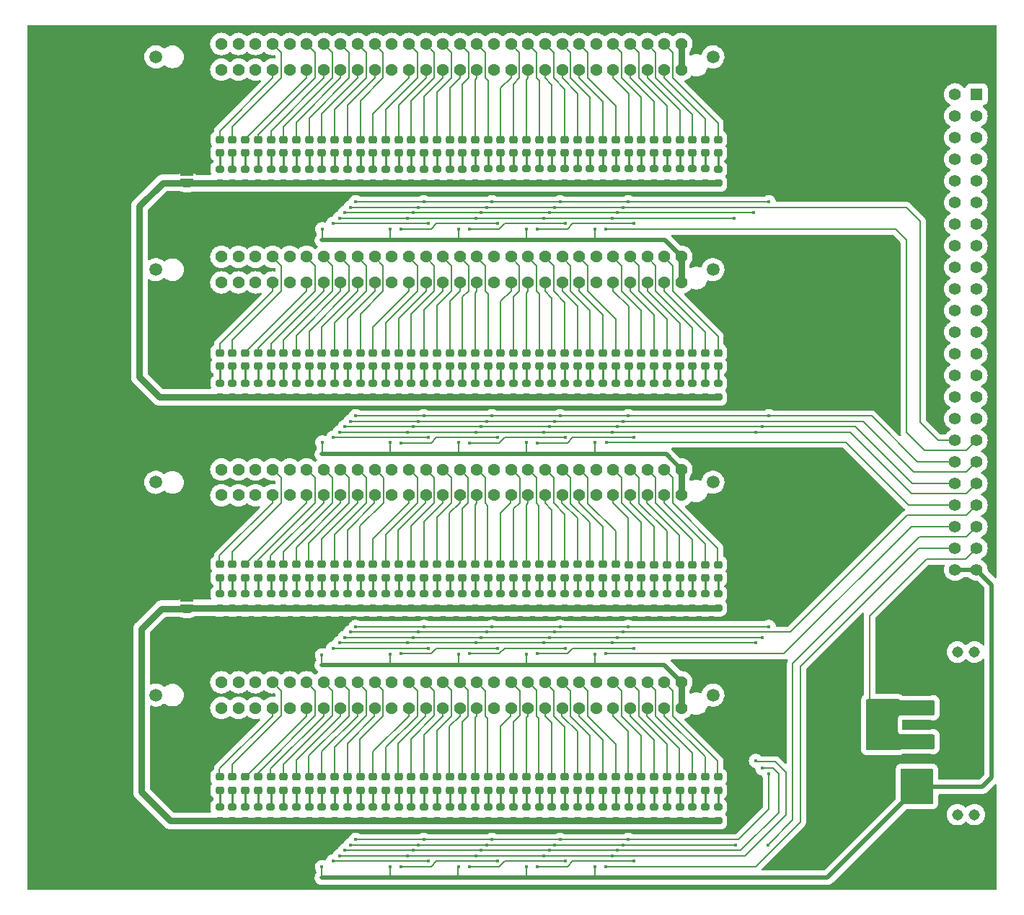
<source format=gbr>
%TF.GenerationSoftware,KiCad,Pcbnew,(6.0.5)*%
%TF.CreationDate,2022-06-09T13:10:52-04:00*%
%TF.ProjectId,32-STEPPER-DRIVER-BOARD,33322d53-5445-4505-9045-522d44524956,rev?*%
%TF.SameCoordinates,Original*%
%TF.FileFunction,Copper,L1,Top*%
%TF.FilePolarity,Positive*%
%FSLAX46Y46*%
G04 Gerber Fmt 4.6, Leading zero omitted, Abs format (unit mm)*
G04 Created by KiCad (PCBNEW (6.0.5)) date 2022-06-09 13:10:52*
%MOMM*%
%LPD*%
G01*
G04 APERTURE LIST*
G04 Aperture macros list*
%AMRoundRect*
0 Rectangle with rounded corners*
0 $1 Rounding radius*
0 $2 $3 $4 $5 $6 $7 $8 $9 X,Y pos of 4 corners*
0 Add a 4 corners polygon primitive as box body*
4,1,4,$2,$3,$4,$5,$6,$7,$8,$9,$2,$3,0*
0 Add four circle primitives for the rounded corners*
1,1,$1+$1,$2,$3*
1,1,$1+$1,$4,$5*
1,1,$1+$1,$6,$7*
1,1,$1+$1,$8,$9*
0 Add four rect primitives between the rounded corners*
20,1,$1+$1,$2,$3,$4,$5,0*
20,1,$1+$1,$4,$5,$6,$7,0*
20,1,$1+$1,$6,$7,$8,$9,0*
20,1,$1+$1,$8,$9,$2,$3,0*%
%AMFreePoly0*
4,1,22,0.500000,-0.750000,0.000000,-0.750000,0.000000,-0.745033,-0.079941,-0.743568,-0.215256,-0.701293,-0.333266,-0.622738,-0.424486,-0.514219,-0.481581,-0.384460,-0.499164,-0.250000,-0.500000,-0.250000,-0.500000,0.250000,-0.499164,0.250000,-0.499963,0.256109,-0.478152,0.396186,-0.417904,0.524511,-0.324060,0.630769,-0.204165,0.706417,-0.067858,0.745374,0.000000,0.744959,0.000000,0.750000,
0.500000,0.750000,0.500000,-0.750000,0.500000,-0.750000,$1*%
%AMFreePoly1*
4,1,20,0.000000,0.744959,0.073905,0.744508,0.209726,0.703889,0.328688,0.626782,0.421226,0.519385,0.479903,0.390333,0.500000,0.250000,0.500000,-0.250000,0.499851,-0.262216,0.476331,-0.402017,0.414519,-0.529596,0.319384,-0.634700,0.198574,-0.708877,0.061801,-0.746166,0.000000,-0.745033,0.000000,-0.750000,-0.500000,-0.750000,-0.500000,0.750000,0.000000,0.750000,0.000000,0.744959,
0.000000,0.744959,$1*%
G04 Aperture macros list end*
%TA.AperFunction,SMDPad,CuDef*%
%ADD10RoundRect,0.218750X0.256250X-0.218750X0.256250X0.218750X-0.256250X0.218750X-0.256250X-0.218750X0*%
%TD*%
%TA.AperFunction,SMDPad,CuDef*%
%ADD11RoundRect,0.200000X-0.275000X0.200000X-0.275000X-0.200000X0.275000X-0.200000X0.275000X0.200000X0*%
%TD*%
%TA.AperFunction,SMDPad,CuDef*%
%ADD12R,3.500000X1.250000*%
%TD*%
%TA.AperFunction,ComponentPad*%
%ADD13C,1.308000*%
%TD*%
%TA.AperFunction,SMDPad,CuDef*%
%ADD14FreePoly0,90.000000*%
%TD*%
%TA.AperFunction,SMDPad,CuDef*%
%ADD15FreePoly1,90.000000*%
%TD*%
%TA.AperFunction,ComponentPad*%
%ADD16C,1.430000*%
%TD*%
%TA.AperFunction,ComponentPad*%
%ADD17C,1.508000*%
%TD*%
%TA.AperFunction,ComponentPad*%
%ADD18C,4.400000*%
%TD*%
%TA.AperFunction,ComponentPad*%
%ADD19R,1.390000X1.390000*%
%TD*%
%TA.AperFunction,ComponentPad*%
%ADD20C,1.390000*%
%TD*%
%TA.AperFunction,ViaPad*%
%ADD21C,0.450000*%
%TD*%
%TA.AperFunction,Conductor*%
%ADD22C,0.127000*%
%TD*%
%TA.AperFunction,Conductor*%
%ADD23C,0.500000*%
%TD*%
%TA.AperFunction,Conductor*%
%ADD24C,0.750000*%
%TD*%
%TA.AperFunction,Conductor*%
%ADD25C,0.254000*%
%TD*%
G04 APERTURE END LIST*
D10*
%TO.P,D77,1,K*%
%TO.N,Net-(D77-Pad1)*%
X74300000Y-55875000D03*
%TO.P,D77,2,A*%
%TO.N,2A5MS2*%
X74300000Y-54300000D03*
%TD*%
D11*
%TO.P,R146,1*%
%TO.N,Net-(D146-Pad1)*%
X117800000Y-107652500D03*
%TO.P,R146,2*%
%TO.N,GND2*%
X117800000Y-109302500D03*
%TD*%
%TO.P,R189,1*%
%TO.N,Net-(D189-Pad1)*%
X107300000Y-107652500D03*
%TO.P,R189,2*%
%TO.N,GND2*%
X107300000Y-109302500D03*
%TD*%
%TO.P,R18,1*%
%TO.N,Net-(D18-Pad1)*%
X78800000Y-32712500D03*
%TO.P,R18,2*%
%TO.N,GND1*%
X78800000Y-34362500D03*
%TD*%
%TO.P,R60,1*%
%TO.N,Net-(D60-Pad1)*%
X93800000Y-57862500D03*
%TO.P,R60,2*%
%TO.N,GND1*%
X93800000Y-59512500D03*
%TD*%
D10*
%TO.P,D153,1,K*%
%TO.N,Net-(D153-Pad1)*%
X99800000Y-105715000D03*
%TO.P,D153,2,A*%
%TO.N,4A3MS1*%
X99800000Y-104140000D03*
%TD*%
D11*
%TO.P,R39,1*%
%TO.N,Net-(D39-Pad1)*%
X98300000Y-32675000D03*
%TO.P,R39,2*%
%TO.N,GND1*%
X98300000Y-34325000D03*
%TD*%
D10*
%TO.P,D31,1,K*%
%TO.N,Net-(D31-Pad1)*%
X80300000Y-30787500D03*
%TO.P,D31,2,A*%
%TO.N,1DIR6*%
X80300000Y-29212500D03*
%TD*%
D12*
%TO.P,J6,01,01*%
%TO.N,+5V*%
X145650000Y-104000000D03*
%TO.P,J6,02,02*%
%TO.N,GND*%
X145650000Y-102000000D03*
%TO.P,J6,03,03*%
%TO.N,VCC*%
X145650000Y-100000000D03*
%TO.P,J6,04,04*%
%TO.N,GND*%
X145650000Y-98000000D03*
%TO.P,J6,05,05*%
%TO.N,VCC*%
X145650000Y-96000000D03*
%TO.P,J6,06,06*%
%TO.N,GND*%
X145650000Y-94000000D03*
D13*
%TO.P,J6,S1*%
%TO.N,N/C*%
X150400000Y-108550000D03*
%TO.P,J6,S2*%
X152400000Y-108550000D03*
%TO.P,J6,S3*%
X150400000Y-89450000D03*
%TO.P,J6,S4*%
X152400000Y-89450000D03*
%TD*%
D11*
%TO.P,R93,1*%
%TO.N,Net-(D93-Pad1)*%
X113300000Y-57862500D03*
%TO.P,R93,2*%
%TO.N,GND1*%
X113300000Y-59512500D03*
%TD*%
D10*
%TO.P,D183,1,K*%
%TO.N,Net-(D183-Pad1)*%
X92300000Y-105715000D03*
%TO.P,D183,2,A*%
%TO.N,4A6MS3*%
X92300000Y-104140000D03*
%TD*%
D14*
%TO.P,JP2,1,A*%
%TO.N,GND2*%
X59944000Y-84343000D03*
D15*
%TO.P,JP2,2,B*%
%TO.N,GND*%
X59944000Y-83043000D03*
%TD*%
D11*
%TO.P,R76,1*%
%TO.N,Net-(D76-Pad1)*%
X71300000Y-57862500D03*
%TO.P,R76,2*%
%TO.N,GND1*%
X71300000Y-59512500D03*
%TD*%
%TO.P,R90,1*%
%TO.N,Net-(D90-Pad1)*%
X107300000Y-57862500D03*
%TO.P,R90,2*%
%TO.N,GND1*%
X107300000Y-59512500D03*
%TD*%
D10*
%TO.P,D150,1,K*%
%TO.N,Net-(D150-Pad1)*%
X108800000Y-105715000D03*
%TO.P,D150,2,A*%
%TO.N,4DIR4*%
X108800000Y-104140000D03*
%TD*%
D11*
%TO.P,R79,1*%
%TO.N,Net-(D79-Pad1)*%
X80300000Y-57862500D03*
%TO.P,R79,2*%
%TO.N,GND1*%
X80300000Y-59512500D03*
%TD*%
%TO.P,R7,1*%
%TO.N,Net-(D7-Pad1)*%
X105800000Y-32675000D03*
%TO.P,R7,2*%
%TO.N,GND1*%
X105800000Y-34325000D03*
%TD*%
D10*
%TO.P,D79,1,K*%
%TO.N,Net-(D79-Pad1)*%
X80300000Y-55875000D03*
%TO.P,D79,2,A*%
%TO.N,2DIR6*%
X80300000Y-54300000D03*
%TD*%
D11*
%TO.P,R55,1*%
%TO.N,Net-(D55-Pad1)*%
X105800000Y-57862500D03*
%TO.P,R55,2*%
%TO.N,GND1*%
X105800000Y-59512500D03*
%TD*%
%TO.P,R66,1*%
%TO.N,Net-(D66-Pad1)*%
X78800000Y-57862500D03*
%TO.P,R66,2*%
%TO.N,GND1*%
X78800000Y-59512500D03*
%TD*%
%TO.P,R181,1*%
%TO.N,Net-(D181-Pad1)*%
X86300000Y-107652500D03*
%TO.P,R181,2*%
%TO.N,GND2*%
X86300000Y-109302500D03*
%TD*%
D10*
%TO.P,D83,1,K*%
%TO.N,Net-(D83-Pad1)*%
X89300000Y-55875000D03*
%TO.P,D83,2,A*%
%TO.N,2A6MS2*%
X89300000Y-54300000D03*
%TD*%
%TO.P,D30,1,K*%
%TO.N,Net-(D30-Pad1)*%
X77300000Y-30787500D03*
%TO.P,D30,2,A*%
%TO.N,1A5MS3*%
X77300000Y-29212500D03*
%TD*%
%TO.P,D175,1,K*%
%TO.N,Net-(D175-Pad1)*%
X71300000Y-105715000D03*
%TO.P,D175,2,A*%
%TO.N,4A5MS1*%
X71300000Y-104140000D03*
%TD*%
D16*
%TO.P,J2,01,01*%
%TO.N,GND*%
X60000000Y-46020000D03*
%TO.P,J2,02,02*%
X60000000Y-43000000D03*
%TO.P,J2,03,03*%
X62000000Y-46020000D03*
%TO.P,J2,04,04*%
X62000000Y-43000000D03*
%TO.P,J2,05,05*%
%TO.N,VCC*%
X64000000Y-46020000D03*
%TO.P,J2,06,06*%
X64000000Y-43000000D03*
%TO.P,J2,07,07*%
X66000000Y-46020000D03*
%TO.P,J2,08,08*%
X66000000Y-43000000D03*
%TO.P,J2,09,09*%
X68000000Y-46020000D03*
%TO.P,J2,10,10*%
X68000000Y-43000000D03*
%TO.P,J2,11,11*%
%TO.N,2DIR1*%
X70000000Y-46020000D03*
%TO.P,J2,12,12*%
%TO.N,2DIR5*%
X70000000Y-43000000D03*
%TO.P,J2,13,13*%
%TO.N,2A1STEP*%
X72000000Y-46020000D03*
%TO.P,J2,14,14*%
%TO.N,2A5STEP*%
X72000000Y-43000000D03*
%TO.P,J2,15,15*%
%TO.N,2A1EN*%
X74000000Y-46020000D03*
%TO.P,J2,16,16*%
%TO.N,2A5EN*%
X74000000Y-43000000D03*
%TO.P,J2,17,17*%
%TO.N,2A1MS1*%
X76000000Y-46020000D03*
%TO.P,J2,18,18*%
%TO.N,2A5MS1*%
X76000000Y-43000000D03*
%TO.P,J2,19,19*%
%TO.N,2A1MS2*%
X78000000Y-46020000D03*
%TO.P,J2,20,20*%
%TO.N,2A5MS2*%
X78000000Y-43000000D03*
%TO.P,J2,21,21*%
%TO.N,2A1MS3*%
X80000000Y-46020000D03*
%TO.P,J2,22,22*%
%TO.N,2A5MS3*%
X80000000Y-43000000D03*
%TO.P,J2,23,23*%
%TO.N,2DIR2*%
X82000000Y-46020000D03*
%TO.P,J2,24,24*%
%TO.N,2DIR6*%
X82000000Y-43000000D03*
%TO.P,J2,25,25*%
%TO.N,2A2STEP*%
X84000000Y-46020000D03*
%TO.P,J2,26,26*%
%TO.N,2A6STEP*%
X84000000Y-43000000D03*
%TO.P,J2,27,27*%
%TO.N,2A2EN*%
X86000000Y-46020000D03*
%TO.P,J2,28,28*%
%TO.N,2A6EN*%
X86000000Y-43000000D03*
%TO.P,J2,29,29*%
%TO.N,2A2MS1*%
X88000000Y-46020000D03*
%TO.P,J2,30,30*%
%TO.N,2A6MS1*%
X88000000Y-43000000D03*
%TO.P,J2,31,31*%
%TO.N,2A2MS2*%
X90000000Y-46020000D03*
%TO.P,J2,32,32*%
%TO.N,2A6MS2*%
X90000000Y-43000000D03*
%TO.P,J2,33,33*%
%TO.N,2A2MS3*%
X92000000Y-46020000D03*
%TO.P,J2,34,34*%
%TO.N,2A6MS3*%
X92000000Y-43000000D03*
%TO.P,J2,35,35*%
%TO.N,2DIR3*%
X94000000Y-46020000D03*
%TO.P,J2,36,36*%
%TO.N,2DIR7*%
X94000000Y-43000000D03*
%TO.P,J2,37,37*%
%TO.N,2A3STEP*%
X96000000Y-46020000D03*
%TO.P,J2,38,38*%
%TO.N,2A7STEP*%
X96000000Y-43000000D03*
%TO.P,J2,39,39*%
%TO.N,2A3EN*%
X98000000Y-46020000D03*
%TO.P,J2,40,40*%
%TO.N,2A7EN*%
X98000000Y-43000000D03*
%TO.P,J2,41,41*%
%TO.N,2A3MS1*%
X100000000Y-46020000D03*
%TO.P,J2,42,42*%
%TO.N,2A7MS1*%
X100000000Y-43000000D03*
%TO.P,J2,43,43*%
%TO.N,2A3MS2*%
X102000000Y-46020000D03*
%TO.P,J2,44,44*%
%TO.N,2A7MS2*%
X102000000Y-43000000D03*
%TO.P,J2,45,45*%
%TO.N,2A3MS3*%
X104000000Y-46020000D03*
%TO.P,J2,46,46*%
%TO.N,2A7MS3*%
X104000000Y-43000000D03*
%TO.P,J2,47,47*%
%TO.N,2DIR4*%
X106000000Y-46020000D03*
%TO.P,J2,48,48*%
%TO.N,2DIR8*%
X106000000Y-43000000D03*
%TO.P,J2,49,49*%
%TO.N,2A4STEP*%
X108000000Y-46020000D03*
%TO.P,J2,50,50*%
%TO.N,2A8STEP*%
X108000000Y-43000000D03*
%TO.P,J2,51,51*%
%TO.N,2A4EN*%
X110000000Y-46020000D03*
%TO.P,J2,52,52*%
%TO.N,2A8EN*%
X110000000Y-43000000D03*
%TO.P,J2,53,53*%
%TO.N,2A4MS1*%
X112000000Y-46020000D03*
%TO.P,J2,54,54*%
%TO.N,2A8MS1*%
X112000000Y-43000000D03*
%TO.P,J2,55,55*%
%TO.N,2A4MS2*%
X114000000Y-46020000D03*
%TO.P,J2,56,56*%
%TO.N,2A8MS2*%
X114000000Y-43000000D03*
%TO.P,J2,57,57*%
%TO.N,2A4MS3*%
X116000000Y-46020000D03*
%TO.P,J2,58,58*%
%TO.N,2A8MS3*%
X116000000Y-43000000D03*
%TO.P,J2,59,59*%
%TO.N,+5V*%
X118000000Y-46020000D03*
%TO.P,J2,60,60*%
X118000000Y-43000000D03*
D17*
%TO.P,J2,S1*%
%TO.N,N/C*%
X56300000Y-44510000D03*
%TO.P,J2,S2*%
X121700000Y-44510000D03*
%TD*%
D11*
%TO.P,R13,1*%
%TO.N,Net-(D13-Pad1)*%
X90800000Y-32712500D03*
%TO.P,R13,2*%
%TO.N,GND1*%
X90800000Y-34362500D03*
%TD*%
%TO.P,R28,1*%
%TO.N,Net-(D28-Pad1)*%
X71300000Y-32712500D03*
%TO.P,R28,2*%
%TO.N,GND1*%
X71300000Y-34362500D03*
%TD*%
D10*
%TO.P,D18,1,K*%
%TO.N,Net-(D18-Pad1)*%
X78800000Y-30787500D03*
%TO.P,D18,2,A*%
%TO.N,1DIR2*%
X78800000Y-29212500D03*
%TD*%
%TO.P,D189,1,K*%
%TO.N,Net-(D189-Pad1)*%
X107300000Y-105715000D03*
%TO.P,D189,2,A*%
%TO.N,4A7MS3*%
X107300000Y-104140000D03*
%TD*%
D11*
%TO.P,R144,1*%
%TO.N,Net-(D144-Pad1)*%
X122300000Y-82633500D03*
%TO.P,R144,2*%
%TO.N,GND2*%
X122300000Y-84283500D03*
%TD*%
%TO.P,R129,1*%
%TO.N,Net-(D129-Pad1)*%
X83300000Y-82633500D03*
%TO.P,R129,2*%
%TO.N,GND2*%
X83300000Y-84283500D03*
%TD*%
%TO.P,R131,1*%
%TO.N,Net-(D131-Pad1)*%
X89281000Y-82633500D03*
%TO.P,R131,2*%
%TO.N,GND2*%
X89281000Y-84283500D03*
%TD*%
%TO.P,R183,1*%
%TO.N,Net-(D183-Pad1)*%
X92300000Y-107652500D03*
%TO.P,R183,2*%
%TO.N,GND2*%
X92300000Y-109302500D03*
%TD*%
D10*
%TO.P,D110,1,K*%
%TO.N,Net-(D110-Pad1)*%
X87800000Y-80696000D03*
%TO.P,D110,2,A*%
%TO.N,3A2MS2*%
X87800000Y-79121000D03*
%TD*%
%TO.P,D182,1,K*%
%TO.N,Net-(D182-Pad1)*%
X89300000Y-105715000D03*
%TO.P,D182,2,A*%
%TO.N,4A6MS2*%
X89300000Y-104140000D03*
%TD*%
D11*
%TO.P,R75,1*%
%TO.N,Net-(D75-Pad1)*%
X68300000Y-57862500D03*
%TO.P,R75,2*%
%TO.N,GND1*%
X68300000Y-59512500D03*
%TD*%
%TO.P,R145,1*%
%TO.N,Net-(D145-Pad1)*%
X120800000Y-107652500D03*
%TO.P,R145,2*%
%TO.N,GND2*%
X120800000Y-109302500D03*
%TD*%
D10*
%TO.P,D51,1,K*%
%TO.N,Net-(D51-Pad1)*%
X114800000Y-55875000D03*
%TO.P,D51,2,A*%
%TO.N,2A4MS1*%
X114800000Y-54300000D03*
%TD*%
D11*
%TO.P,R70,1*%
%TO.N,Net-(D70-Pad1)*%
X66800000Y-57862500D03*
%TO.P,R70,2*%
%TO.N,GND1*%
X66800000Y-59512500D03*
%TD*%
D18*
%TO.P,J10,1,Pin_1*%
%TO.N,GND*%
X151765000Y-114300000D03*
%TD*%
D10*
%TO.P,D56,1,K*%
%TO.N,Net-(D56-Pad1)*%
X102800000Y-55875000D03*
%TO.P,D56,2,A*%
%TO.N,2A3MS2*%
X102800000Y-54300000D03*
%TD*%
%TO.P,D43,1,K*%
%TO.N,Net-(D43-Pad1)*%
X110300000Y-30787500D03*
%TO.P,D43,2,A*%
%TO.N,1DIR8*%
X110300000Y-29212500D03*
%TD*%
%TO.P,D21,1,K*%
%TO.N,Net-(D21-Pad1)*%
X69800000Y-30787500D03*
%TO.P,D21,2,A*%
%TO.N,1A1MS1*%
X69800000Y-29212500D03*
%TD*%
%TO.P,D145,1,K*%
%TO.N,Net-(D145-Pad1)*%
X120800000Y-105715000D03*
%TO.P,D145,2,A*%
%TO.N,4A4MS3*%
X120800000Y-104140000D03*
%TD*%
D11*
%TO.P,R158,1*%
%TO.N,Net-(D158-Pad1)*%
X87800000Y-107652500D03*
%TO.P,R158,2*%
%TO.N,GND2*%
X87800000Y-109302500D03*
%TD*%
D10*
%TO.P,D171,1,K*%
%TO.N,Net-(D171-Pad1)*%
X119300000Y-105715000D03*
%TO.P,D171,2,A*%
%TO.N,4A8MS2*%
X119300000Y-104140000D03*
%TD*%
%TO.P,D109,1,K*%
%TO.N,Net-(D109-Pad1)*%
X90800000Y-80696000D03*
%TO.P,D109,2,A*%
%TO.N,3A2MS3*%
X90800000Y-79121000D03*
%TD*%
%TO.P,D147,1,K*%
%TO.N,Net-(D147-Pad1)*%
X114800000Y-105715000D03*
%TO.P,D147,2,A*%
%TO.N,4A4MS1*%
X114800000Y-104140000D03*
%TD*%
D11*
%TO.P,R141,1*%
%TO.N,Net-(D141-Pad1)*%
X113300000Y-82633500D03*
%TO.P,R141,2*%
%TO.N,GND2*%
X113300000Y-84283500D03*
%TD*%
D10*
%TO.P,D8,1,K*%
%TO.N,Net-(D8-Pad1)*%
X102800000Y-30787500D03*
%TO.P,D8,2,A*%
%TO.N,1A3MS2*%
X102800000Y-29212500D03*
%TD*%
%TO.P,D106,1,K*%
%TO.N,Net-(D106-Pad1)*%
X96800000Y-80696000D03*
%TO.P,D106,2,A*%
%TO.N,3A3EN*%
X96800000Y-79121000D03*
%TD*%
%TO.P,D33,1,K*%
%TO.N,Net-(D33-Pad1)*%
X83300000Y-30787500D03*
%TO.P,D33,2,A*%
%TO.N,1A6EN*%
X83300000Y-29212500D03*
%TD*%
D11*
%TO.P,R40,1*%
%TO.N,Net-(D40-Pad1)*%
X101300000Y-32675000D03*
%TO.P,R40,2*%
%TO.N,GND1*%
X101300000Y-34325000D03*
%TD*%
%TO.P,R31,1*%
%TO.N,Net-(D31-Pad1)*%
X80300000Y-32712500D03*
%TO.P,R31,2*%
%TO.N,GND1*%
X80300000Y-34362500D03*
%TD*%
%TO.P,R63,1*%
%TO.N,Net-(D63-Pad1)*%
X84800000Y-57862500D03*
%TO.P,R63,2*%
%TO.N,GND1*%
X84800000Y-59512500D03*
%TD*%
D10*
%TO.P,D34,1,K*%
%TO.N,Net-(D34-Pad1)*%
X86300000Y-30787500D03*
%TO.P,D34,2,A*%
%TO.N,1A6MS1*%
X86300000Y-29212500D03*
%TD*%
D11*
%TO.P,R116,1*%
%TO.N,Net-(D116-Pad1)*%
X72800000Y-82633500D03*
%TO.P,R116,2*%
%TO.N,GND2*%
X72800000Y-84283500D03*
%TD*%
D10*
%TO.P,D105,1,K*%
%TO.N,Net-(D105-Pad1)*%
X99800000Y-80696000D03*
%TO.P,D105,2,A*%
%TO.N,3A3MS1*%
X99800000Y-79121000D03*
%TD*%
D11*
%TO.P,R143,1*%
%TO.N,Net-(D143-Pad1)*%
X119300000Y-82633500D03*
%TO.P,R143,2*%
%TO.N,GND2*%
X119300000Y-84283500D03*
%TD*%
%TO.P,R124,1*%
%TO.N,Net-(D124-Pad1)*%
X71300000Y-82633500D03*
%TO.P,R124,2*%
%TO.N,GND2*%
X71300000Y-84283500D03*
%TD*%
%TO.P,R57,1*%
%TO.N,Net-(D57-Pad1)*%
X99800000Y-57862500D03*
%TO.P,R57,2*%
%TO.N,GND1*%
X99800000Y-59512500D03*
%TD*%
D10*
%TO.P,D146,1,K*%
%TO.N,Net-(D146-Pad1)*%
X117800000Y-105715000D03*
%TO.P,D146,2,A*%
%TO.N,4A4MS2*%
X117800000Y-104140000D03*
%TD*%
%TO.P,D25,1,K*%
%TO.N,Net-(D25-Pad1)*%
X65300000Y-30787500D03*
%TO.P,D25,2,A*%
%TO.N,1DIR5*%
X65300000Y-29212500D03*
%TD*%
%TO.P,D169,1,K*%
%TO.N,Net-(D169-Pad1)*%
X65300000Y-105715000D03*
%TO.P,D169,2,A*%
%TO.N,4DIR5*%
X65300000Y-104140000D03*
%TD*%
%TO.P,D58,1,K*%
%TO.N,Net-(D58-Pad1)*%
X96800000Y-55875000D03*
%TO.P,D58,2,A*%
%TO.N,2A3EN*%
X96800000Y-54300000D03*
%TD*%
D11*
%TO.P,R138,1*%
%TO.N,Net-(D138-Pad1)*%
X107300000Y-82633500D03*
%TO.P,R138,2*%
%TO.N,GND2*%
X107300000Y-84283500D03*
%TD*%
%TO.P,R47,1*%
%TO.N,Net-(D47-Pad1)*%
X119300000Y-32675000D03*
%TO.P,R47,2*%
%TO.N,GND1*%
X119300000Y-34325000D03*
%TD*%
%TO.P,R174,1*%
%TO.N,Net-(D174-Pad1)*%
X68300000Y-107652500D03*
%TO.P,R174,2*%
%TO.N,GND2*%
X68300000Y-109302500D03*
%TD*%
%TO.P,R2,1*%
%TO.N,Net-(D2-Pad1)*%
X117800000Y-32675000D03*
%TO.P,R2,2*%
%TO.N,GND1*%
X117800000Y-34325000D03*
%TD*%
D10*
%TO.P,D117,1,K*%
%TO.N,Net-(D117-Pad1)*%
X69800000Y-80696000D03*
%TO.P,D117,2,A*%
%TO.N,3A1MS1*%
X69800000Y-79121000D03*
%TD*%
%TO.P,D139,1,K*%
%TO.N,Net-(D139-Pad1)*%
X110300000Y-80696000D03*
%TO.P,D139,2,A*%
%TO.N,3DIR8*%
X110300000Y-79121000D03*
%TD*%
D11*
%TO.P,R154,1*%
%TO.N,Net-(D154-Pad1)*%
X96774000Y-107652500D03*
%TO.P,R154,2*%
%TO.N,GND2*%
X96774000Y-109302500D03*
%TD*%
%TO.P,R36,1*%
%TO.N,Net-(D36-Pad1)*%
X92300000Y-32712500D03*
%TO.P,R36,2*%
%TO.N,GND1*%
X92300000Y-34362500D03*
%TD*%
D10*
%TO.P,D2,1,K*%
%TO.N,Net-(D2-Pad1)*%
X117800000Y-30787500D03*
%TO.P,D2,2,A*%
%TO.N,1A4MS2*%
X117800000Y-29212500D03*
%TD*%
D11*
%TO.P,R9,1*%
%TO.N,Net-(D9-Pad1)*%
X99800000Y-32675000D03*
%TO.P,R9,2*%
%TO.N,GND1*%
X99800000Y-34325000D03*
%TD*%
D10*
%TO.P,D131,1,K*%
%TO.N,Net-(D131-Pad1)*%
X89300000Y-80696000D03*
%TO.P,D131,2,A*%
%TO.N,3A6MS2*%
X89300000Y-79121000D03*
%TD*%
D11*
%TO.P,R132,1*%
%TO.N,Net-(D132-Pad1)*%
X92300000Y-82633500D03*
%TO.P,R132,2*%
%TO.N,GND2*%
X92300000Y-84283500D03*
%TD*%
D10*
%TO.P,D15,1,K*%
%TO.N,Net-(D15-Pad1)*%
X84800000Y-30787500D03*
%TO.P,D15,2,A*%
%TO.N,1A2MS1*%
X84800000Y-29212500D03*
%TD*%
%TO.P,D28,1,K*%
%TO.N,Net-(D28-Pad1)*%
X71300000Y-30787500D03*
%TO.P,D28,2,A*%
%TO.N,1A5MS1*%
X71300000Y-29212500D03*
%TD*%
%TO.P,D81,1,K*%
%TO.N,Net-(D81-Pad1)*%
X83300000Y-55875000D03*
%TO.P,D81,2,A*%
%TO.N,2A6EN*%
X83300000Y-54300000D03*
%TD*%
%TO.P,D14,1,K*%
%TO.N,Net-(D14-Pad1)*%
X87800000Y-30787500D03*
%TO.P,D14,2,A*%
%TO.N,1A2MS2*%
X87800000Y-29212500D03*
%TD*%
D11*
%TO.P,R50,1*%
%TO.N,Net-(D50-Pad1)*%
X117800000Y-57862500D03*
%TO.P,R50,2*%
%TO.N,GND1*%
X117800000Y-59512500D03*
%TD*%
%TO.P,R4,1*%
%TO.N,Net-(D4-Pad1)*%
X111800000Y-32675000D03*
%TO.P,R4,2*%
%TO.N,GND1*%
X111800000Y-34325000D03*
%TD*%
D10*
%TO.P,D57,1,K*%
%TO.N,Net-(D57-Pad1)*%
X99800000Y-55875000D03*
%TO.P,D57,2,A*%
%TO.N,2A3MS1*%
X99800000Y-54300000D03*
%TD*%
D11*
%TO.P,R83,1*%
%TO.N,Net-(D83-Pad1)*%
X89300000Y-57862500D03*
%TO.P,R83,2*%
%TO.N,GND1*%
X89300000Y-59512500D03*
%TD*%
%TO.P,R135,1*%
%TO.N,Net-(D135-Pad1)*%
X98300000Y-82633500D03*
%TO.P,R135,2*%
%TO.N,GND2*%
X98300000Y-84283500D03*
%TD*%
D10*
%TO.P,D157,1,K*%
%TO.N,Net-(D157-Pad1)*%
X90800000Y-105715000D03*
%TO.P,D157,2,A*%
%TO.N,4A2MS3*%
X90800000Y-104140000D03*
%TD*%
D11*
%TO.P,R109,1*%
%TO.N,Net-(D109-Pad1)*%
X90800000Y-82633500D03*
%TO.P,R109,2*%
%TO.N,GND2*%
X90800000Y-84283500D03*
%TD*%
%TO.P,R111,1*%
%TO.N,Net-(D111-Pad1)*%
X84800000Y-82633500D03*
%TO.P,R111,2*%
%TO.N,GND2*%
X84800000Y-84283500D03*
%TD*%
%TO.P,R45,1*%
%TO.N,Net-(D45-Pad1)*%
X113300000Y-32675000D03*
%TO.P,R45,2*%
%TO.N,GND1*%
X113300000Y-34325000D03*
%TD*%
%TO.P,R142,1*%
%TO.N,Net-(D142-Pad1)*%
X116300000Y-82633500D03*
%TO.P,R142,2*%
%TO.N,GND2*%
X116300000Y-84283500D03*
%TD*%
D10*
%TO.P,D3,1,K*%
%TO.N,Net-(D3-Pad1)*%
X114800000Y-30787500D03*
%TO.P,D3,2,A*%
%TO.N,1A4MS1*%
X114800000Y-29212500D03*
%TD*%
%TO.P,D96,1,K*%
%TO.N,Net-(D96-Pad1)*%
X122300000Y-55875000D03*
%TO.P,D96,2,A*%
%TO.N,2A8MS3*%
X122300000Y-54300000D03*
%TD*%
D16*
%TO.P,J1,01,01*%
%TO.N,GND*%
X60000000Y-21020000D03*
%TO.P,J1,02,02*%
X60000000Y-18000000D03*
%TO.P,J1,03,03*%
X62000000Y-21020000D03*
%TO.P,J1,04,04*%
X62000000Y-18000000D03*
%TO.P,J1,05,05*%
%TO.N,VCC*%
X64000000Y-21020000D03*
%TO.P,J1,06,06*%
X64000000Y-18000000D03*
%TO.P,J1,07,07*%
X66000000Y-21020000D03*
%TO.P,J1,08,08*%
X66000000Y-18000000D03*
%TO.P,J1,09,09*%
X68000000Y-21020000D03*
%TO.P,J1,10,10*%
X68000000Y-18000000D03*
%TO.P,J1,11,11*%
%TO.N,1DIR1*%
X70000000Y-21020000D03*
%TO.P,J1,12,12*%
%TO.N,1DIR5*%
X70000000Y-18000000D03*
%TO.P,J1,13,13*%
%TO.N,1A1STEP*%
X72000000Y-21020000D03*
%TO.P,J1,14,14*%
%TO.N,1A5STEP*%
X72000000Y-18000000D03*
%TO.P,J1,15,15*%
%TO.N,1A1EN*%
X74000000Y-21020000D03*
%TO.P,J1,16,16*%
%TO.N,1A5EN*%
X74000000Y-18000000D03*
%TO.P,J1,17,17*%
%TO.N,1A1MS1*%
X76000000Y-21020000D03*
%TO.P,J1,18,18*%
%TO.N,1A5MS1*%
X76000000Y-18000000D03*
%TO.P,J1,19,19*%
%TO.N,1A1MS2*%
X78000000Y-21020000D03*
%TO.P,J1,20,20*%
%TO.N,1A5MS2*%
X78000000Y-18000000D03*
%TO.P,J1,21,21*%
%TO.N,1A1MS3*%
X80000000Y-21020000D03*
%TO.P,J1,22,22*%
%TO.N,1A5MS3*%
X80000000Y-18000000D03*
%TO.P,J1,23,23*%
%TO.N,1DIR2*%
X82000000Y-21020000D03*
%TO.P,J1,24,24*%
%TO.N,1DIR6*%
X82000000Y-18000000D03*
%TO.P,J1,25,25*%
%TO.N,1A2STEP*%
X84000000Y-21020000D03*
%TO.P,J1,26,26*%
%TO.N,1A6STEP*%
X84000000Y-18000000D03*
%TO.P,J1,27,27*%
%TO.N,1A2EN*%
X86000000Y-21020000D03*
%TO.P,J1,28,28*%
%TO.N,1A6EN*%
X86000000Y-18000000D03*
%TO.P,J1,29,29*%
%TO.N,1A2MS1*%
X88000000Y-21020000D03*
%TO.P,J1,30,30*%
%TO.N,1A6MS1*%
X88000000Y-18000000D03*
%TO.P,J1,31,31*%
%TO.N,1A2MS2*%
X90000000Y-21020000D03*
%TO.P,J1,32,32*%
%TO.N,1A6MS2*%
X90000000Y-18000000D03*
%TO.P,J1,33,33*%
%TO.N,1A2MS3*%
X92000000Y-21020000D03*
%TO.P,J1,34,34*%
%TO.N,1A6MS3*%
X92000000Y-18000000D03*
%TO.P,J1,35,35*%
%TO.N,1DIR3*%
X94000000Y-21020000D03*
%TO.P,J1,36,36*%
%TO.N,1DIR7*%
X94000000Y-18000000D03*
%TO.P,J1,37,37*%
%TO.N,1A3STEP*%
X96000000Y-21020000D03*
%TO.P,J1,38,38*%
%TO.N,1A7STEP*%
X96000000Y-18000000D03*
%TO.P,J1,39,39*%
%TO.N,1A3EN*%
X98000000Y-21020000D03*
%TO.P,J1,40,40*%
%TO.N,1A7EN*%
X98000000Y-18000000D03*
%TO.P,J1,41,41*%
%TO.N,1A3MS1*%
X100000000Y-21020000D03*
%TO.P,J1,42,42*%
%TO.N,1A7MS1*%
X100000000Y-18000000D03*
%TO.P,J1,43,43*%
%TO.N,1A3MS2*%
X102000000Y-21020000D03*
%TO.P,J1,44,44*%
%TO.N,1A7MS2*%
X102000000Y-18000000D03*
%TO.P,J1,45,45*%
%TO.N,1A3MS3*%
X104000000Y-21020000D03*
%TO.P,J1,46,46*%
%TO.N,1A7MS3*%
X104000000Y-18000000D03*
%TO.P,J1,47,47*%
%TO.N,1DIR4*%
X106000000Y-21020000D03*
%TO.P,J1,48,48*%
%TO.N,1DIR8*%
X106000000Y-18000000D03*
%TO.P,J1,49,49*%
%TO.N,1A4STEP*%
X108000000Y-21020000D03*
%TO.P,J1,50,50*%
%TO.N,1A8STEP*%
X108000000Y-18000000D03*
%TO.P,J1,51,51*%
%TO.N,1A4EN*%
X110000000Y-21020000D03*
%TO.P,J1,52,52*%
%TO.N,1A8EN*%
X110000000Y-18000000D03*
%TO.P,J1,53,53*%
%TO.N,1A4MS1*%
X112000000Y-21020000D03*
%TO.P,J1,54,54*%
%TO.N,1A8MS1*%
X112000000Y-18000000D03*
%TO.P,J1,55,55*%
%TO.N,1A4MS2*%
X114000000Y-21020000D03*
%TO.P,J1,56,56*%
%TO.N,1A8MS2*%
X114000000Y-18000000D03*
%TO.P,J1,57,57*%
%TO.N,1A4MS3*%
X116000000Y-21020000D03*
%TO.P,J1,58,58*%
%TO.N,1A8MS3*%
X116000000Y-18000000D03*
%TO.P,J1,59,59*%
%TO.N,+5V*%
X118000000Y-21020000D03*
%TO.P,J1,60,60*%
X118000000Y-18000000D03*
D17*
%TO.P,J1,S1*%
%TO.N,N/C*%
X56300000Y-19510000D03*
%TO.P,J1,S2*%
X121700000Y-19510000D03*
%TD*%
D11*
%TO.P,R34,1*%
%TO.N,Net-(D34-Pad1)*%
X86300000Y-32712500D03*
%TO.P,R34,2*%
%TO.N,GND1*%
X86300000Y-34362500D03*
%TD*%
D10*
%TO.P,D88,1,K*%
%TO.N,Net-(D88-Pad1)*%
X101300000Y-55875000D03*
%TO.P,D88,2,A*%
%TO.N,2A7MS1*%
X101300000Y-54300000D03*
%TD*%
D11*
%TO.P,R171,1*%
%TO.N,Net-(D171-Pad1)*%
X119300000Y-107652500D03*
%TO.P,R171,2*%
%TO.N,GND2*%
X119300000Y-109302500D03*
%TD*%
%TO.P,R157,1*%
%TO.N,Net-(D157-Pad1)*%
X90800000Y-107652500D03*
%TO.P,R157,2*%
%TO.N,GND2*%
X90800000Y-109302500D03*
%TD*%
D10*
%TO.P,D19,1,K*%
%TO.N,Net-(D19-Pad1)*%
X75800000Y-30787500D03*
%TO.P,D19,2,A*%
%TO.N,1A1MS3*%
X75800000Y-29212500D03*
%TD*%
D11*
%TO.P,R24,1*%
%TO.N,Net-(D24-Pad1)*%
X63800000Y-32712500D03*
%TO.P,R24,2*%
%TO.N,GND1*%
X63800000Y-34362500D03*
%TD*%
D10*
%TO.P,D158,1,K*%
%TO.N,Net-(D158-Pad1)*%
X87800000Y-105715000D03*
%TO.P,D158,2,A*%
%TO.N,4A2MS2*%
X87800000Y-104140000D03*
%TD*%
D11*
%TO.P,R21,1*%
%TO.N,Net-(D21-Pad1)*%
X69800000Y-32712500D03*
%TO.P,R21,2*%
%TO.N,GND1*%
X69800000Y-34362500D03*
%TD*%
%TO.P,R49,1*%
%TO.N,Net-(D49-Pad1)*%
X120800000Y-57862500D03*
%TO.P,R49,2*%
%TO.N,GND1*%
X120800000Y-59512500D03*
%TD*%
%TO.P,R46,1*%
%TO.N,Net-(D46-Pad1)*%
X116300000Y-32675000D03*
%TO.P,R46,2*%
%TO.N,GND1*%
X116300000Y-34325000D03*
%TD*%
%TO.P,R82,1*%
%TO.N,Net-(D82-Pad1)*%
X86300000Y-57862500D03*
%TO.P,R82,2*%
%TO.N,GND1*%
X86300000Y-59512500D03*
%TD*%
%TO.P,R91,1*%
%TO.N,Net-(D91-Pad1)*%
X110300000Y-57862500D03*
%TO.P,R91,2*%
%TO.N,GND1*%
X110300000Y-59512500D03*
%TD*%
D10*
%TO.P,D156,1,K*%
%TO.N,Net-(D156-Pad1)*%
X93800000Y-105715000D03*
%TO.P,D156,2,A*%
%TO.N,4DIR3*%
X93800000Y-104140000D03*
%TD*%
%TO.P,D111,1,K*%
%TO.N,Net-(D111-Pad1)*%
X84800000Y-80696000D03*
%TO.P,D111,2,A*%
%TO.N,3A2MS1*%
X84800000Y-79121000D03*
%TD*%
%TO.P,D143,1,K*%
%TO.N,Net-(D143-Pad1)*%
X119300000Y-80746000D03*
%TO.P,D143,2,A*%
%TO.N,3A8MS2*%
X119300000Y-79171000D03*
%TD*%
%TO.P,D172,1,K*%
%TO.N,Net-(D172-Pad1)*%
X122300000Y-105715000D03*
%TO.P,D172,2,A*%
%TO.N,4A8MS3*%
X122300000Y-104140000D03*
%TD*%
%TO.P,D159,1,K*%
%TO.N,Net-(D159-Pad1)*%
X84800000Y-105715000D03*
%TO.P,D159,2,A*%
%TO.N,4A2MS1*%
X84800000Y-104140000D03*
%TD*%
%TO.P,D39,1,K*%
%TO.N,Net-(D39-Pad1)*%
X98300000Y-30787500D03*
%TO.P,D39,2,A*%
%TO.N,1A7EN*%
X98300000Y-29212500D03*
%TD*%
%TO.P,D181,1,K*%
%TO.N,Net-(D181-Pad1)*%
X86300000Y-105715000D03*
%TO.P,D181,2,A*%
%TO.N,4A6MS1*%
X86300000Y-104140000D03*
%TD*%
%TO.P,D141,1,K*%
%TO.N,Net-(D141-Pad1)*%
X113300000Y-80746000D03*
%TO.P,D141,2,A*%
%TO.N,3A8EN*%
X113300000Y-79171000D03*
%TD*%
%TO.P,D67,1,K*%
%TO.N,Net-(D67-Pad1)*%
X75800000Y-55875000D03*
%TO.P,D67,2,A*%
%TO.N,2A1MS3*%
X75800000Y-54300000D03*
%TD*%
%TO.P,D166,1,K*%
%TO.N,Net-(D166-Pad1)*%
X66800000Y-105715000D03*
%TO.P,D166,2,A*%
%TO.N,4A1EN*%
X66800000Y-104140000D03*
%TD*%
D11*
%TO.P,R22,1*%
%TO.N,Net-(D22-Pad1)*%
X66800000Y-32712500D03*
%TO.P,R22,2*%
%TO.N,GND1*%
X66800000Y-34362500D03*
%TD*%
D10*
%TO.P,D164,1,K*%
%TO.N,Net-(D164-Pad1)*%
X72800000Y-105715000D03*
%TO.P,D164,2,A*%
%TO.N,4A1MS2*%
X72800000Y-104140000D03*
%TD*%
%TO.P,D178,1,K*%
%TO.N,Net-(D178-Pad1)*%
X80300000Y-105715000D03*
%TO.P,D178,2,A*%
%TO.N,4DIR6*%
X80300000Y-104140000D03*
%TD*%
%TO.P,D35,1,K*%
%TO.N,Net-(D35-Pad1)*%
X89300000Y-30787500D03*
%TO.P,D35,2,A*%
%TO.N,1A6MS2*%
X89300000Y-29212500D03*
%TD*%
%TO.P,D60,1,K*%
%TO.N,Net-(D60-Pad1)*%
X93800000Y-55875000D03*
%TO.P,D60,2,A*%
%TO.N,2DIR3*%
X93800000Y-54300000D03*
%TD*%
D11*
%TO.P,R190,1*%
%TO.N,Net-(D190-Pad1)*%
X110300000Y-107652500D03*
%TO.P,R190,2*%
%TO.N,GND2*%
X110300000Y-109302500D03*
%TD*%
D10*
%TO.P,D84,1,K*%
%TO.N,Net-(D84-Pad1)*%
X92300000Y-55875000D03*
%TO.P,D84,2,A*%
%TO.N,2A6MS3*%
X92300000Y-54300000D03*
%TD*%
D11*
%TO.P,R120,1*%
%TO.N,Net-(D120-Pad1)*%
X63800000Y-82633500D03*
%TO.P,R120,2*%
%TO.N,GND2*%
X63800000Y-84283500D03*
%TD*%
%TO.P,R3,1*%
%TO.N,Net-(D3-Pad1)*%
X114800000Y-32675000D03*
%TO.P,R3,2*%
%TO.N,GND1*%
X114800000Y-34325000D03*
%TD*%
D10*
%TO.P,D85,1,K*%
%TO.N,Net-(D85-Pad1)*%
X95300000Y-55875000D03*
%TO.P,D85,2,A*%
%TO.N,2DIR7*%
X95300000Y-54300000D03*
%TD*%
%TO.P,D61,1,K*%
%TO.N,Net-(D61-Pad1)*%
X90800000Y-55875000D03*
%TO.P,D61,2,A*%
%TO.N,2A2MS3*%
X90800000Y-54300000D03*
%TD*%
D11*
%TO.P,R156,1*%
%TO.N,Net-(D156-Pad1)*%
X93800000Y-107652500D03*
%TO.P,R156,2*%
%TO.N,GND2*%
X93800000Y-109302500D03*
%TD*%
D10*
%TO.P,D192,1,K*%
%TO.N,Net-(D192-Pad1)*%
X113300000Y-105715000D03*
%TO.P,D192,2,A*%
%TO.N,4A8EN*%
X113300000Y-104140000D03*
%TD*%
%TO.P,D47,1,K*%
%TO.N,Net-(D47-Pad1)*%
X119300000Y-30787500D03*
%TO.P,D47,2,A*%
%TO.N,1A8MS2*%
X119300000Y-29212500D03*
%TD*%
%TO.P,D118,1,K*%
%TO.N,Net-(D118-Pad1)*%
X66800000Y-80696000D03*
%TO.P,D118,2,A*%
%TO.N,3A1EN*%
X66800000Y-79121000D03*
%TD*%
%TO.P,D82,1,K*%
%TO.N,Net-(D82-Pad1)*%
X86300000Y-55875000D03*
%TO.P,D82,2,A*%
%TO.N,2A6MS1*%
X86300000Y-54300000D03*
%TD*%
D11*
%TO.P,R27,1*%
%TO.N,Net-(D27-Pad1)*%
X68300000Y-32712500D03*
%TO.P,R27,2*%
%TO.N,GND1*%
X68300000Y-34362500D03*
%TD*%
%TO.P,R164,1*%
%TO.N,Net-(D164-Pad1)*%
X72800000Y-107652500D03*
%TO.P,R164,2*%
%TO.N,GND2*%
X72800000Y-109302500D03*
%TD*%
D10*
%TO.P,D123,1,K*%
%TO.N,Net-(D123-Pad1)*%
X68300000Y-80696000D03*
%TO.P,D123,2,A*%
%TO.N,3A5EN*%
X68300000Y-79121000D03*
%TD*%
D18*
%TO.P,J8,1,Pin_1*%
%TO.N,GND*%
X151765000Y-19050000D03*
%TD*%
D11*
%TO.P,R139,1*%
%TO.N,Net-(D139-Pad1)*%
X110300000Y-82633500D03*
%TO.P,R139,2*%
%TO.N,GND2*%
X110300000Y-84283500D03*
%TD*%
D16*
%TO.P,J3,01,01*%
%TO.N,GND*%
X60000000Y-71020000D03*
%TO.P,J3,02,02*%
X60000000Y-68000000D03*
%TO.P,J3,03,03*%
X62000000Y-71020000D03*
%TO.P,J3,04,04*%
X62000000Y-68000000D03*
%TO.P,J3,05,05*%
%TO.N,VCC*%
X64000000Y-71020000D03*
%TO.P,J3,06,06*%
X64000000Y-68000000D03*
%TO.P,J3,07,07*%
X66000000Y-71020000D03*
%TO.P,J3,08,08*%
X66000000Y-68000000D03*
%TO.P,J3,09,09*%
X68000000Y-71020000D03*
%TO.P,J3,10,10*%
X68000000Y-68000000D03*
%TO.P,J3,11,11*%
%TO.N,3DIR1*%
X70000000Y-71020000D03*
%TO.P,J3,12,12*%
%TO.N,3DIR5*%
X70000000Y-68000000D03*
%TO.P,J3,13,13*%
%TO.N,3A1STEP*%
X72000000Y-71020000D03*
%TO.P,J3,14,14*%
%TO.N,3A5STEP*%
X72000000Y-68000000D03*
%TO.P,J3,15,15*%
%TO.N,3A1EN*%
X74000000Y-71020000D03*
%TO.P,J3,16,16*%
%TO.N,3A5EN*%
X74000000Y-68000000D03*
%TO.P,J3,17,17*%
%TO.N,3A1MS1*%
X76000000Y-71020000D03*
%TO.P,J3,18,18*%
%TO.N,3A5MS1*%
X76000000Y-68000000D03*
%TO.P,J3,19,19*%
%TO.N,3A1MS2*%
X78000000Y-71020000D03*
%TO.P,J3,20,20*%
%TO.N,3A5MS2*%
X78000000Y-68000000D03*
%TO.P,J3,21,21*%
%TO.N,3A1MS3*%
X80000000Y-71020000D03*
%TO.P,J3,22,22*%
%TO.N,3A5MS3*%
X80000000Y-68000000D03*
%TO.P,J3,23,23*%
%TO.N,3DIR2*%
X82000000Y-71020000D03*
%TO.P,J3,24,24*%
%TO.N,3DIR6*%
X82000000Y-68000000D03*
%TO.P,J3,25,25*%
%TO.N,3A2STEP*%
X84000000Y-71020000D03*
%TO.P,J3,26,26*%
%TO.N,3A6STEP*%
X84000000Y-68000000D03*
%TO.P,J3,27,27*%
%TO.N,3A2EN*%
X86000000Y-71020000D03*
%TO.P,J3,28,28*%
%TO.N,3A6EN*%
X86000000Y-68000000D03*
%TO.P,J3,29,29*%
%TO.N,3A2MS1*%
X88000000Y-71020000D03*
%TO.P,J3,30,30*%
%TO.N,3A6MS1*%
X88000000Y-68000000D03*
%TO.P,J3,31,31*%
%TO.N,3A2MS2*%
X90000000Y-71020000D03*
%TO.P,J3,32,32*%
%TO.N,3A6MS2*%
X90000000Y-68000000D03*
%TO.P,J3,33,33*%
%TO.N,3A2MS3*%
X92000000Y-71020000D03*
%TO.P,J3,34,34*%
%TO.N,3A6MS3*%
X92000000Y-68000000D03*
%TO.P,J3,35,35*%
%TO.N,3DIR3*%
X94000000Y-71020000D03*
%TO.P,J3,36,36*%
%TO.N,3DIR7*%
X94000000Y-68000000D03*
%TO.P,J3,37,37*%
%TO.N,3A3STEP*%
X96000000Y-71020000D03*
%TO.P,J3,38,38*%
%TO.N,3A7STEP*%
X96000000Y-68000000D03*
%TO.P,J3,39,39*%
%TO.N,3A3EN*%
X98000000Y-71020000D03*
%TO.P,J3,40,40*%
%TO.N,3A7EN*%
X98000000Y-68000000D03*
%TO.P,J3,41,41*%
%TO.N,3A3MS1*%
X100000000Y-71020000D03*
%TO.P,J3,42,42*%
%TO.N,3A7MS1*%
X100000000Y-68000000D03*
%TO.P,J3,43,43*%
%TO.N,3A3MS2*%
X102000000Y-71020000D03*
%TO.P,J3,44,44*%
%TO.N,3A7MS2*%
X102000000Y-68000000D03*
%TO.P,J3,45,45*%
%TO.N,3A3MS3*%
X104000000Y-71020000D03*
%TO.P,J3,46,46*%
%TO.N,3A7MS3*%
X104000000Y-68000000D03*
%TO.P,J3,47,47*%
%TO.N,3DIR4*%
X106000000Y-71020000D03*
%TO.P,J3,48,48*%
%TO.N,3DIR8*%
X106000000Y-68000000D03*
%TO.P,J3,49,49*%
%TO.N,3A4STEP*%
X108000000Y-71020000D03*
%TO.P,J3,50,50*%
%TO.N,3A8STEP*%
X108000000Y-68000000D03*
%TO.P,J3,51,51*%
%TO.N,3A4EN*%
X110000000Y-71020000D03*
%TO.P,J3,52,52*%
%TO.N,3A8EN*%
X110000000Y-68000000D03*
%TO.P,J3,53,53*%
%TO.N,3A4MS1*%
X112000000Y-71020000D03*
%TO.P,J3,54,54*%
%TO.N,3A8MS1*%
X112000000Y-68000000D03*
%TO.P,J3,55,55*%
%TO.N,3A4MS2*%
X114000000Y-71020000D03*
%TO.P,J3,56,56*%
%TO.N,3A8MS2*%
X114000000Y-68000000D03*
%TO.P,J3,57,57*%
%TO.N,3A4MS3*%
X116000000Y-71020000D03*
%TO.P,J3,58,58*%
%TO.N,3A8MS3*%
X116000000Y-68000000D03*
%TO.P,J3,59,59*%
%TO.N,+5V*%
X118000000Y-71020000D03*
%TO.P,J3,60,60*%
X118000000Y-68000000D03*
D17*
%TO.P,J3,S1*%
%TO.N,N/C*%
X56300000Y-69510000D03*
%TO.P,J3,S2*%
X121700000Y-69510000D03*
%TD*%
D18*
%TO.P,J7,1,Pin_1*%
%TO.N,GND*%
X44450000Y-19050000D03*
%TD*%
D11*
%TO.P,R58,1*%
%TO.N,Net-(D58-Pad1)*%
X96800000Y-57862500D03*
%TO.P,R58,2*%
%TO.N,GND1*%
X96800000Y-59512500D03*
%TD*%
%TO.P,R106,1*%
%TO.N,Net-(D106-Pad1)*%
X96800000Y-82633500D03*
%TO.P,R106,2*%
%TO.N,GND2*%
X96800000Y-84283500D03*
%TD*%
%TO.P,R121,1*%
%TO.N,Net-(D121-Pad1)*%
X65300000Y-82633500D03*
%TO.P,R121,2*%
%TO.N,GND2*%
X65300000Y-84283500D03*
%TD*%
%TO.P,R54,1*%
%TO.N,Net-(D54-Pad1)*%
X108800000Y-57862500D03*
%TO.P,R54,2*%
%TO.N,GND1*%
X108800000Y-59512500D03*
%TD*%
D16*
%TO.P,J4,01,01*%
%TO.N,GND*%
X60000000Y-96020000D03*
%TO.P,J4,02,02*%
X60000000Y-93000000D03*
%TO.P,J4,03,03*%
X62000000Y-96020000D03*
%TO.P,J4,04,04*%
X62000000Y-93000000D03*
%TO.P,J4,05,05*%
%TO.N,VCC*%
X64000000Y-96020000D03*
%TO.P,J4,06,06*%
X64000000Y-93000000D03*
%TO.P,J4,07,07*%
X66000000Y-96020000D03*
%TO.P,J4,08,08*%
X66000000Y-93000000D03*
%TO.P,J4,09,09*%
X68000000Y-96020000D03*
%TO.P,J4,10,10*%
X68000000Y-93000000D03*
%TO.P,J4,11,11*%
%TO.N,4DIR1*%
X70000000Y-96020000D03*
%TO.P,J4,12,12*%
%TO.N,4DIR5*%
X70000000Y-93000000D03*
%TO.P,J4,13,13*%
%TO.N,4A1STEP*%
X72000000Y-96020000D03*
%TO.P,J4,14,14*%
%TO.N,4A5STEP*%
X72000000Y-93000000D03*
%TO.P,J4,15,15*%
%TO.N,4A1EN*%
X74000000Y-96020000D03*
%TO.P,J4,16,16*%
%TO.N,4A5EN*%
X74000000Y-93000000D03*
%TO.P,J4,17,17*%
%TO.N,4A1MS1*%
X76000000Y-96020000D03*
%TO.P,J4,18,18*%
%TO.N,4A5MS1*%
X76000000Y-93000000D03*
%TO.P,J4,19,19*%
%TO.N,4A1MS2*%
X78000000Y-96020000D03*
%TO.P,J4,20,20*%
%TO.N,4A5MS2*%
X78000000Y-93000000D03*
%TO.P,J4,21,21*%
%TO.N,4A1MS3*%
X80000000Y-96020000D03*
%TO.P,J4,22,22*%
%TO.N,4A5MS3*%
X80000000Y-93000000D03*
%TO.P,J4,23,23*%
%TO.N,4DIR2*%
X82000000Y-96020000D03*
%TO.P,J4,24,24*%
%TO.N,4DIR6*%
X82000000Y-93000000D03*
%TO.P,J4,25,25*%
%TO.N,4A2STEP*%
X84000000Y-96020000D03*
%TO.P,J4,26,26*%
%TO.N,4A6STEP*%
X84000000Y-93000000D03*
%TO.P,J4,27,27*%
%TO.N,4A2EN*%
X86000000Y-96020000D03*
%TO.P,J4,28,28*%
%TO.N,4A6EN*%
X86000000Y-93000000D03*
%TO.P,J4,29,29*%
%TO.N,4A2MS1*%
X88000000Y-96020000D03*
%TO.P,J4,30,30*%
%TO.N,4A6MS1*%
X88000000Y-93000000D03*
%TO.P,J4,31,31*%
%TO.N,4A2MS2*%
X90000000Y-96020000D03*
%TO.P,J4,32,32*%
%TO.N,4A6MS2*%
X90000000Y-93000000D03*
%TO.P,J4,33,33*%
%TO.N,4A2MS3*%
X92000000Y-96020000D03*
%TO.P,J4,34,34*%
%TO.N,4A6MS3*%
X92000000Y-93000000D03*
%TO.P,J4,35,35*%
%TO.N,4DIR3*%
X94000000Y-96020000D03*
%TO.P,J4,36,36*%
%TO.N,4DIR7*%
X94000000Y-93000000D03*
%TO.P,J4,37,37*%
%TO.N,4A3STEP*%
X96000000Y-96020000D03*
%TO.P,J4,38,38*%
%TO.N,4A7STEP*%
X96000000Y-93000000D03*
%TO.P,J4,39,39*%
%TO.N,4A3EN*%
X98000000Y-96020000D03*
%TO.P,J4,40,40*%
%TO.N,4A7EN*%
X98000000Y-93000000D03*
%TO.P,J4,41,41*%
%TO.N,4A3MS1*%
X100000000Y-96020000D03*
%TO.P,J4,42,42*%
%TO.N,4A7MS1*%
X100000000Y-93000000D03*
%TO.P,J4,43,43*%
%TO.N,4A3MS2*%
X102000000Y-96020000D03*
%TO.P,J4,44,44*%
%TO.N,4A7MS2*%
X102000000Y-93000000D03*
%TO.P,J4,45,45*%
%TO.N,4A3MS3*%
X104000000Y-96020000D03*
%TO.P,J4,46,46*%
%TO.N,4A7MS3*%
X104000000Y-93000000D03*
%TO.P,J4,47,47*%
%TO.N,4DIR4*%
X106000000Y-96020000D03*
%TO.P,J4,48,48*%
%TO.N,4DIR8*%
X106000000Y-93000000D03*
%TO.P,J4,49,49*%
%TO.N,4A4STEP*%
X108000000Y-96020000D03*
%TO.P,J4,50,50*%
%TO.N,4A8STEP*%
X108000000Y-93000000D03*
%TO.P,J4,51,51*%
%TO.N,4A4EN*%
X110000000Y-96020000D03*
%TO.P,J4,52,52*%
%TO.N,4A8EN*%
X110000000Y-93000000D03*
%TO.P,J4,53,53*%
%TO.N,4A4MS1*%
X112000000Y-96020000D03*
%TO.P,J4,54,54*%
%TO.N,4A8MS1*%
X112000000Y-93000000D03*
%TO.P,J4,55,55*%
%TO.N,4A4MS2*%
X114000000Y-96020000D03*
%TO.P,J4,56,56*%
%TO.N,4A8MS2*%
X114000000Y-93000000D03*
%TO.P,J4,57,57*%
%TO.N,4A4MS3*%
X116000000Y-96020000D03*
%TO.P,J4,58,58*%
%TO.N,4A8MS3*%
X116000000Y-93000000D03*
%TO.P,J4,59,59*%
%TO.N,+5V*%
X118000000Y-96020000D03*
%TO.P,J4,60,60*%
X118000000Y-93000000D03*
D17*
%TO.P,J4,S1*%
%TO.N,N/C*%
X56300000Y-94510000D03*
%TO.P,J4,S2*%
X121700000Y-94510000D03*
%TD*%
D11*
%TO.P,R20,1*%
%TO.N,Net-(D20-Pad1)*%
X72800000Y-32712500D03*
%TO.P,R20,2*%
%TO.N,GND1*%
X72800000Y-34362500D03*
%TD*%
%TO.P,R166,1*%
%TO.N,Net-(D166-Pad1)*%
X66800000Y-107652500D03*
%TO.P,R166,2*%
%TO.N,GND2*%
X66800000Y-109302500D03*
%TD*%
%TO.P,R108,1*%
%TO.N,Net-(D108-Pad1)*%
X93800000Y-82633500D03*
%TO.P,R108,2*%
%TO.N,GND2*%
X93800000Y-84283500D03*
%TD*%
D10*
%TO.P,D54,1,K*%
%TO.N,Net-(D54-Pad1)*%
X108800000Y-55875000D03*
%TO.P,D54,2,A*%
%TO.N,2DIR4*%
X108800000Y-54300000D03*
%TD*%
D11*
%TO.P,R64,1*%
%TO.N,Net-(D64-Pad1)*%
X81800000Y-57862500D03*
%TO.P,R64,2*%
%TO.N,GND1*%
X81800000Y-59512500D03*
%TD*%
%TO.P,R29,1*%
%TO.N,Net-(D29-Pad1)*%
X74300000Y-32712500D03*
%TO.P,R29,2*%
%TO.N,GND1*%
X74300000Y-34362500D03*
%TD*%
D10*
%TO.P,D46,1,K*%
%TO.N,Net-(D46-Pad1)*%
X116300000Y-30787500D03*
%TO.P,D46,2,A*%
%TO.N,1A8MS1*%
X116300000Y-29212500D03*
%TD*%
D11*
%TO.P,R37,1*%
%TO.N,Net-(D37-Pad1)*%
X95300000Y-32675000D03*
%TO.P,R37,2*%
%TO.N,GND1*%
X95300000Y-34325000D03*
%TD*%
D10*
%TO.P,D115,1,K*%
%TO.N,Net-(D115-Pad1)*%
X75800000Y-80696000D03*
%TO.P,D115,2,A*%
%TO.N,3A1MS3*%
X75800000Y-79121000D03*
%TD*%
D11*
%TO.P,R69,1*%
%TO.N,Net-(D69-Pad1)*%
X69800000Y-57862500D03*
%TO.P,R69,2*%
%TO.N,GND1*%
X69800000Y-59512500D03*
%TD*%
%TO.P,R15,1*%
%TO.N,Net-(D15-Pad1)*%
X84800000Y-32712500D03*
%TO.P,R15,2*%
%TO.N,GND1*%
X84800000Y-34362500D03*
%TD*%
D10*
%TO.P,D136,1,K*%
%TO.N,Net-(D136-Pad1)*%
X101300000Y-80696000D03*
%TO.P,D136,2,A*%
%TO.N,3A7MS1*%
X101300000Y-79121000D03*
%TD*%
%TO.P,D124,1,K*%
%TO.N,Net-(D124-Pad1)*%
X71300000Y-80696000D03*
%TO.P,D124,2,A*%
%TO.N,3A5MS1*%
X71300000Y-79121000D03*
%TD*%
%TO.P,D10,1,K*%
%TO.N,Net-(D10-Pad1)*%
X96800000Y-30787500D03*
%TO.P,D10,2,A*%
%TO.N,1A3EN*%
X96800000Y-29212500D03*
%TD*%
%TO.P,D1,1,K*%
%TO.N,Net-(D1-Pad1)*%
X120800000Y-30787500D03*
%TO.P,D1,2,A*%
%TO.N,1A4MS3*%
X120800000Y-29212500D03*
%TD*%
%TO.P,D9,1,K*%
%TO.N,Net-(D9-Pad1)*%
X99800000Y-30787500D03*
%TO.P,D9,2,A*%
%TO.N,1A3MS1*%
X99800000Y-29212500D03*
%TD*%
D11*
%TO.P,R30,1*%
%TO.N,Net-(D30-Pad1)*%
X77300000Y-32712500D03*
%TO.P,R30,2*%
%TO.N,GND1*%
X77300000Y-34362500D03*
%TD*%
D10*
%TO.P,D162,1,K*%
%TO.N,Net-(D162-Pad1)*%
X78800000Y-105715000D03*
%TO.P,D162,2,A*%
%TO.N,4DIR2*%
X78800000Y-104140000D03*
%TD*%
%TO.P,D142,1,K*%
%TO.N,Net-(D142-Pad1)*%
X116300000Y-80746000D03*
%TO.P,D142,2,A*%
%TO.N,3A8MS1*%
X116300000Y-79171000D03*
%TD*%
%TO.P,D138,1,K*%
%TO.N,Net-(D138-Pad1)*%
X107300000Y-80696000D03*
%TO.P,D138,2,A*%
%TO.N,3A7MS3*%
X107300000Y-79121000D03*
%TD*%
%TO.P,D89,1,K*%
%TO.N,Net-(D89-Pad1)*%
X104300000Y-55875000D03*
%TO.P,D89,2,A*%
%TO.N,2A7MS2*%
X104300000Y-54300000D03*
%TD*%
%TO.P,D125,1,K*%
%TO.N,Net-(D125-Pad1)*%
X74300000Y-80696000D03*
%TO.P,D125,2,A*%
%TO.N,3A5MS2*%
X74300000Y-79121000D03*
%TD*%
%TO.P,D52,1,K*%
%TO.N,Net-(D52-Pad1)*%
X111800000Y-55875000D03*
%TO.P,D52,2,A*%
%TO.N,2A4EN*%
X111800000Y-54300000D03*
%TD*%
D11*
%TO.P,R94,1*%
%TO.N,Net-(D94-Pad1)*%
X116300000Y-57862500D03*
%TO.P,R94,2*%
%TO.N,GND1*%
X116300000Y-59512500D03*
%TD*%
D10*
%TO.P,D64,1,K*%
%TO.N,Net-(D64-Pad1)*%
X81800000Y-55875000D03*
%TO.P,D64,2,A*%
%TO.N,2A2EN*%
X81800000Y-54300000D03*
%TD*%
%TO.P,D41,1,K*%
%TO.N,Net-(D41-Pad1)*%
X104300000Y-30787500D03*
%TO.P,D41,2,A*%
%TO.N,1A7MS2*%
X104300000Y-29212500D03*
%TD*%
D11*
%TO.P,R112,1*%
%TO.N,Net-(D112-Pad1)*%
X81800000Y-82633500D03*
%TO.P,R112,2*%
%TO.N,GND2*%
X81800000Y-84283500D03*
%TD*%
%TO.P,R6,1*%
%TO.N,Net-(D6-Pad1)*%
X108800000Y-32675000D03*
%TO.P,R6,2*%
%TO.N,GND1*%
X108800000Y-34325000D03*
%TD*%
%TO.P,R97,1*%
%TO.N,Net-(D97-Pad1)*%
X120800000Y-82633500D03*
%TO.P,R97,2*%
%TO.N,GND2*%
X120800000Y-84283500D03*
%TD*%
%TO.P,R51,1*%
%TO.N,Net-(D51-Pad1)*%
X114800000Y-57862500D03*
%TO.P,R51,2*%
%TO.N,GND1*%
X114800000Y-59512500D03*
%TD*%
D10*
%TO.P,D144,1,K*%
%TO.N,Net-(D144-Pad1)*%
X122300000Y-80746000D03*
%TO.P,D144,2,A*%
%TO.N,3A8MS3*%
X122300000Y-79171000D03*
%TD*%
D11*
%TO.P,R133,1*%
%TO.N,Net-(D133-Pad1)*%
X95300000Y-82633500D03*
%TO.P,R133,2*%
%TO.N,GND2*%
X95300000Y-84283500D03*
%TD*%
%TO.P,R186,1*%
%TO.N,Net-(D186-Pad1)*%
X98298000Y-107652500D03*
%TO.P,R186,2*%
%TO.N,GND2*%
X98298000Y-109302500D03*
%TD*%
%TO.P,R172,1*%
%TO.N,Net-(D172-Pad1)*%
X122300000Y-107652500D03*
%TO.P,R172,2*%
%TO.N,GND2*%
X122300000Y-109302500D03*
%TD*%
D10*
%TO.P,D151,1,K*%
%TO.N,Net-(D151-Pad1)*%
X105800000Y-105715000D03*
%TO.P,D151,2,A*%
%TO.N,4A3MS3*%
X105800000Y-104140000D03*
%TD*%
D11*
%TO.P,R137,1*%
%TO.N,Net-(D137-Pad1)*%
X104300000Y-82633500D03*
%TO.P,R137,2*%
%TO.N,GND2*%
X104300000Y-84283500D03*
%TD*%
D10*
%TO.P,D66,1,K*%
%TO.N,Net-(D66-Pad1)*%
X78800000Y-55875000D03*
%TO.P,D66,2,A*%
%TO.N,2DIR2*%
X78800000Y-54300000D03*
%TD*%
D11*
%TO.P,R14,1*%
%TO.N,Net-(D14-Pad1)*%
X87800000Y-32712500D03*
%TO.P,R14,2*%
%TO.N,GND1*%
X87800000Y-34362500D03*
%TD*%
%TO.P,R117,1*%
%TO.N,Net-(D117-Pad1)*%
X69800000Y-82633500D03*
%TO.P,R117,2*%
%TO.N,GND2*%
X69800000Y-84283500D03*
%TD*%
%TO.P,R96,1*%
%TO.N,Net-(D96-Pad1)*%
X122300000Y-57862500D03*
%TO.P,R96,2*%
%TO.N,GND1*%
X122300000Y-59512500D03*
%TD*%
D10*
%TO.P,D132,1,K*%
%TO.N,Net-(D132-Pad1)*%
X92300000Y-80696000D03*
%TO.P,D132,2,A*%
%TO.N,3A6MS3*%
X92300000Y-79121000D03*
%TD*%
D11*
%TO.P,R73,1*%
%TO.N,Net-(D73-Pad1)*%
X65300000Y-57862500D03*
%TO.P,R73,2*%
%TO.N,GND1*%
X65300000Y-59512500D03*
%TD*%
D10*
%TO.P,D29,1,K*%
%TO.N,Net-(D29-Pad1)*%
X74300000Y-30787500D03*
%TO.P,D29,2,A*%
%TO.N,1A5MS2*%
X74300000Y-29212500D03*
%TD*%
D19*
%TO.P,J5,01,01*%
%TO.N,1A4STEP*%
X152670000Y-23907500D03*
D20*
%TO.P,J5,02,02*%
%TO.N,1A8STEP*%
X150130000Y-23907500D03*
%TO.P,J5,03,03*%
%TO.N,1A3STEP*%
X152670000Y-26447500D03*
%TO.P,J5,04,04*%
%TO.N,1A7STEP*%
X150130000Y-26447500D03*
%TO.P,J5,05,05*%
%TO.N,1A2STEP*%
X152670000Y-28987500D03*
%TO.P,J5,06,06*%
%TO.N,1A6STEP*%
X150130000Y-28987500D03*
%TO.P,J5,07,07*%
%TO.N,1A1STEP*%
X152670000Y-31527500D03*
%TO.P,J5,08,08*%
%TO.N,1A5STEP*%
X150130000Y-31527500D03*
%TO.P,J5,09,09*%
%TO.N,2A4STEP*%
X152670000Y-34067500D03*
%TO.P,J5,10,10*%
%TO.N,2A8STEP*%
X150130000Y-34067500D03*
%TO.P,J5,11,11*%
%TO.N,2A3STEP*%
X152670000Y-36607500D03*
%TO.P,J5,12,12*%
%TO.N,2A7STEP*%
X150130000Y-36607500D03*
%TO.P,J5,13,13*%
%TO.N,2A2STEP*%
X152670000Y-39147500D03*
%TO.P,J5,14,14*%
%TO.N,2A6STEP*%
X150130000Y-39147500D03*
%TO.P,J5,15,15*%
%TO.N,2A1STEP*%
X152670000Y-41687500D03*
%TO.P,J5,16,16*%
%TO.N,2A5STEP*%
X150130000Y-41687500D03*
%TO.P,J5,17,17*%
%TO.N,3A4STEP*%
X152670000Y-44227500D03*
%TO.P,J5,18,18*%
%TO.N,3A8STEP*%
X150130000Y-44227500D03*
%TO.P,J5,19,19*%
%TO.N,3A3STEP*%
X152670000Y-46767500D03*
%TO.P,J5,20,20*%
%TO.N,3A7STEP*%
X150130000Y-46767500D03*
%TO.P,J5,21,21*%
%TO.N,3A2STEP*%
X152670000Y-49307500D03*
%TO.P,J5,22,22*%
%TO.N,3A6STEP*%
X150130000Y-49307500D03*
%TO.P,J5,23,23*%
%TO.N,3A1STEP*%
X152670000Y-51847500D03*
%TO.P,J5,24,24*%
%TO.N,3A5STEP*%
X150130000Y-51847500D03*
%TO.P,J5,25,25*%
%TO.N,4A4STEP*%
X152670000Y-54387500D03*
%TO.P,J5,26,26*%
%TO.N,4A8STEP*%
X150130000Y-54387500D03*
%TO.P,J5,27,27*%
%TO.N,4A3STEP*%
X152670000Y-56927500D03*
%TO.P,J5,28,28*%
%TO.N,4A7STEP*%
X150130000Y-56927500D03*
%TO.P,J5,29,29*%
%TO.N,4A2STEP*%
X152670000Y-59467500D03*
%TO.P,J5,30,30*%
%TO.N,4A6STEP*%
X150130000Y-59467500D03*
%TO.P,J5,31,31*%
%TO.N,4A1STEP*%
X152670000Y-62007500D03*
%TO.P,J5,32,32*%
%TO.N,4A5STEP*%
X150130000Y-62007500D03*
%TO.P,J5,33,33*%
%TO.N,SER1*%
X152670000Y-64547500D03*
%TO.P,J5,34,34*%
%TO.N,SRCLK1*%
X150130000Y-64547500D03*
%TO.P,J5,35,35*%
%TO.N,SRCLK2*%
X152670000Y-67087500D03*
%TO.P,J5,36,36*%
%TO.N,~{SRCLR}*%
X150130000Y-67087500D03*
%TO.P,J5,37,37*%
%TO.N,~{OE}*%
X152670000Y-69627500D03*
%TO.P,J5,38,38*%
%TO.N,RCLK*%
X150130000Y-69627500D03*
%TO.P,J5,39,39*%
%TO.N,SRCLK3*%
X152670000Y-72167500D03*
%TO.P,J5,40,40*%
%TO.N,SER2*%
X150130000Y-72167500D03*
%TO.P,J5,41,41*%
%TO.N,SRCLK4*%
X152670000Y-74707500D03*
%TO.P,J5,42,42*%
%TO.N,SER3*%
X150130000Y-74707500D03*
%TO.P,J5,43,43*%
%TO.N,VCC*%
X152670000Y-77247500D03*
%TO.P,J5,44,44*%
%TO.N,SER4*%
X150130000Y-77247500D03*
%TO.P,J5,45,45*%
%TO.N,+5V*%
X152670000Y-79787500D03*
%TO.P,J5,46,46*%
X150130000Y-79787500D03*
%TO.P,J5,47,47*%
%TO.N,GND*%
X152670000Y-82327500D03*
%TO.P,J5,48,48*%
X150130000Y-82327500D03*
%TO.P,J5,49,49*%
X152670000Y-84867500D03*
%TO.P,J5,50,50*%
X150130000Y-84867500D03*
%TD*%
D11*
%TO.P,R10,1*%
%TO.N,Net-(D10-Pad1)*%
X96800000Y-32675000D03*
%TO.P,R10,2*%
%TO.N,GND1*%
X96800000Y-34325000D03*
%TD*%
%TO.P,R35,1*%
%TO.N,Net-(D35-Pad1)*%
X89300000Y-32712500D03*
%TO.P,R35,2*%
%TO.N,GND1*%
X89300000Y-34362500D03*
%TD*%
D10*
%TO.P,D177,1,K*%
%TO.N,Net-(D177-Pad1)*%
X77300000Y-105715000D03*
%TO.P,D177,2,A*%
%TO.N,4A5MS3*%
X77300000Y-104140000D03*
%TD*%
%TO.P,D6,1,K*%
%TO.N,Net-(D6-Pad1)*%
X108800000Y-30787500D03*
%TO.P,D6,2,A*%
%TO.N,1DIR4*%
X108800000Y-29212500D03*
%TD*%
%TO.P,D75,1,K*%
%TO.N,Net-(D75-Pad1)*%
X68300000Y-55875000D03*
%TO.P,D75,2,A*%
%TO.N,2A5EN*%
X68300000Y-54300000D03*
%TD*%
D11*
%TO.P,R177,1*%
%TO.N,Net-(D177-Pad1)*%
X77300000Y-107652500D03*
%TO.P,R177,2*%
%TO.N,GND2*%
X77300000Y-109302500D03*
%TD*%
D18*
%TO.P,J9,1,Pin_1*%
%TO.N,GND*%
X44450000Y-114300000D03*
%TD*%
D10*
%TO.P,D16,1,K*%
%TO.N,Net-(D16-Pad1)*%
X81800000Y-30787500D03*
%TO.P,D16,2,A*%
%TO.N,1A2EN*%
X81800000Y-29212500D03*
%TD*%
D11*
%TO.P,R148,1*%
%TO.N,Net-(D148-Pad1)*%
X111800000Y-107652500D03*
%TO.P,R148,2*%
%TO.N,GND2*%
X111800000Y-109302500D03*
%TD*%
%TO.P,R153,1*%
%TO.N,Net-(D153-Pad1)*%
X99800000Y-107652500D03*
%TO.P,R153,2*%
%TO.N,GND2*%
X99800000Y-109302500D03*
%TD*%
D10*
%TO.P,D63,1,K*%
%TO.N,Net-(D63-Pad1)*%
X84800000Y-55875000D03*
%TO.P,D63,2,A*%
%TO.N,2A2MS1*%
X84800000Y-54300000D03*
%TD*%
%TO.P,D165,1,K*%
%TO.N,Net-(D165-Pad1)*%
X69800000Y-105715000D03*
%TO.P,D165,2,A*%
%TO.N,4A1MS1*%
X69800000Y-104140000D03*
%TD*%
%TO.P,D76,1,K*%
%TO.N,Net-(D76-Pad1)*%
X71300000Y-55875000D03*
%TO.P,D76,2,A*%
%TO.N,2A5MS1*%
X71300000Y-54300000D03*
%TD*%
D11*
%TO.P,R99,1*%
%TO.N,Net-(D99-Pad1)*%
X114800000Y-82633500D03*
%TO.P,R99,2*%
%TO.N,GND2*%
X114800000Y-84283500D03*
%TD*%
%TO.P,R102,1*%
%TO.N,Net-(D102-Pad1)*%
X108800000Y-82633500D03*
%TO.P,R102,2*%
%TO.N,GND2*%
X108800000Y-84283500D03*
%TD*%
D10*
%TO.P,D72,1,K*%
%TO.N,Net-(D72-Pad1)*%
X63800000Y-55875000D03*
%TO.P,D72,2,A*%
%TO.N,2DIR1*%
X63800000Y-54300000D03*
%TD*%
%TO.P,D100,1,K*%
%TO.N,Net-(D100-Pad1)*%
X111800000Y-80746000D03*
%TO.P,D100,2,A*%
%TO.N,3A4EN*%
X111800000Y-79171000D03*
%TD*%
D11*
%TO.P,R67,1*%
%TO.N,Net-(D67-Pad1)*%
X75800000Y-57862500D03*
%TO.P,R67,2*%
%TO.N,GND1*%
X75800000Y-59512500D03*
%TD*%
%TO.P,R147,1*%
%TO.N,Net-(D147-Pad1)*%
X114800000Y-107652500D03*
%TO.P,R147,2*%
%TO.N,GND2*%
X114800000Y-109302500D03*
%TD*%
%TO.P,R176,1*%
%TO.N,Net-(D176-Pad1)*%
X74300000Y-107652500D03*
%TO.P,R176,2*%
%TO.N,GND2*%
X74300000Y-109302500D03*
%TD*%
D10*
%TO.P,D7,1,K*%
%TO.N,Net-(D7-Pad1)*%
X105800000Y-30787500D03*
%TO.P,D7,2,A*%
%TO.N,1A3MS3*%
X105800000Y-29212500D03*
%TD*%
D11*
%TO.P,R184,1*%
%TO.N,Net-(D184-Pad1)*%
X95300000Y-107652500D03*
%TO.P,R184,2*%
%TO.N,GND2*%
X95300000Y-109302500D03*
%TD*%
D10*
%TO.P,D129,1,K*%
%TO.N,Net-(D129-Pad1)*%
X83300000Y-80696000D03*
%TO.P,D129,2,A*%
%TO.N,3A6EN*%
X83300000Y-79121000D03*
%TD*%
%TO.P,D45,1,K*%
%TO.N,Net-(D45-Pad1)*%
X113300000Y-30787500D03*
%TO.P,D45,2,A*%
%TO.N,1A8EN*%
X113300000Y-29212500D03*
%TD*%
%TO.P,D187,1,K*%
%TO.N,Net-(D187-Pad1)*%
X101300000Y-105715000D03*
%TO.P,D187,2,A*%
%TO.N,4A7MS1*%
X101300000Y-104140000D03*
%TD*%
%TO.P,D95,1,K*%
%TO.N,Net-(D95-Pad1)*%
X119300000Y-55875000D03*
%TO.P,D95,2,A*%
%TO.N,2A8MS2*%
X119300000Y-54300000D03*
%TD*%
%TO.P,D36,1,K*%
%TO.N,Net-(D36-Pad1)*%
X92300000Y-30787500D03*
%TO.P,D36,2,A*%
%TO.N,1A6MS3*%
X92300000Y-29212500D03*
%TD*%
%TO.P,D98,1,K*%
%TO.N,Net-(D98-Pad1)*%
X117800000Y-80746000D03*
%TO.P,D98,2,A*%
%TO.N,3A4MS2*%
X117800000Y-79171000D03*
%TD*%
%TO.P,D102,1,K*%
%TO.N,Net-(D102-Pad1)*%
X108800000Y-80696000D03*
%TO.P,D102,2,A*%
%TO.N,3DIR4*%
X108800000Y-79121000D03*
%TD*%
D11*
%TO.P,R163,1*%
%TO.N,Net-(D163-Pad1)*%
X75800000Y-107652500D03*
%TO.P,R163,2*%
%TO.N,GND2*%
X75800000Y-109302500D03*
%TD*%
%TO.P,R118,1*%
%TO.N,Net-(D118-Pad1)*%
X66800000Y-82633500D03*
%TO.P,R118,2*%
%TO.N,GND2*%
X66800000Y-84283500D03*
%TD*%
%TO.P,R61,1*%
%TO.N,Net-(D61-Pad1)*%
X90800000Y-57862500D03*
%TO.P,R61,2*%
%TO.N,GND1*%
X90800000Y-59512500D03*
%TD*%
D10*
%TO.P,D114,1,K*%
%TO.N,Net-(D114-Pad1)*%
X78800000Y-80696000D03*
%TO.P,D114,2,A*%
%TO.N,3DIR2*%
X78800000Y-79121000D03*
%TD*%
D11*
%TO.P,R87,1*%
%TO.N,Net-(D87-Pad1)*%
X98300000Y-57862500D03*
%TO.P,R87,2*%
%TO.N,GND1*%
X98300000Y-59512500D03*
%TD*%
D10*
%TO.P,D112,1,K*%
%TO.N,Net-(D112-Pad1)*%
X81800000Y-80696000D03*
%TO.P,D112,2,A*%
%TO.N,3A2EN*%
X81800000Y-79121000D03*
%TD*%
D11*
%TO.P,R162,1*%
%TO.N,Net-(D162-Pad1)*%
X78800000Y-107652500D03*
%TO.P,R162,2*%
%TO.N,GND2*%
X78800000Y-109302500D03*
%TD*%
D10*
%TO.P,D62,1,K*%
%TO.N,Net-(D62-Pad1)*%
X87800000Y-55875000D03*
%TO.P,D62,2,A*%
%TO.N,2A2MS2*%
X87800000Y-54300000D03*
%TD*%
D11*
%TO.P,R1,1*%
%TO.N,Net-(D1-Pad1)*%
X120800000Y-32675000D03*
%TO.P,R1,2*%
%TO.N,GND1*%
X120800000Y-34325000D03*
%TD*%
D10*
%TO.P,D22,1,K*%
%TO.N,Net-(D22-Pad1)*%
X66800000Y-30787500D03*
%TO.P,D22,2,A*%
%TO.N,1A1EN*%
X66800000Y-29212500D03*
%TD*%
%TO.P,D130,1,K*%
%TO.N,Net-(D130-Pad1)*%
X86300000Y-80696000D03*
%TO.P,D130,2,A*%
%TO.N,3A6MS1*%
X86300000Y-79121000D03*
%TD*%
%TO.P,D20,1,K*%
%TO.N,Net-(D20-Pad1)*%
X72800000Y-30787500D03*
%TO.P,D20,2,A*%
%TO.N,1A1MS2*%
X72800000Y-29212500D03*
%TD*%
%TO.P,D87,1,K*%
%TO.N,Net-(D87-Pad1)*%
X98300000Y-55875000D03*
%TO.P,D87,2,A*%
%TO.N,2A7EN*%
X98300000Y-54300000D03*
%TD*%
D11*
%TO.P,R62,1*%
%TO.N,Net-(D62-Pad1)*%
X87800000Y-57862500D03*
%TO.P,R62,2*%
%TO.N,GND1*%
X87800000Y-59512500D03*
%TD*%
D10*
%TO.P,D108,1,K*%
%TO.N,Net-(D108-Pad1)*%
X93800000Y-80696000D03*
%TO.P,D108,2,A*%
%TO.N,3DIR3*%
X93800000Y-79121000D03*
%TD*%
%TO.P,D68,1,K*%
%TO.N,Net-(D68-Pad1)*%
X72800000Y-55875000D03*
%TO.P,D68,2,A*%
%TO.N,2A1MS2*%
X72800000Y-54300000D03*
%TD*%
%TO.P,D137,1,K*%
%TO.N,Net-(D137-Pad1)*%
X104300000Y-80696000D03*
%TO.P,D137,2,A*%
%TO.N,3A7MS2*%
X104300000Y-79121000D03*
%TD*%
%TO.P,D186,1,K*%
%TO.N,Net-(D186-Pad1)*%
X98300000Y-105715000D03*
%TO.P,D186,2,A*%
%TO.N,4A7EN*%
X98300000Y-104140000D03*
%TD*%
D11*
%TO.P,R84,1*%
%TO.N,Net-(D84-Pad1)*%
X92300000Y-57862500D03*
%TO.P,R84,2*%
%TO.N,GND1*%
X92300000Y-59512500D03*
%TD*%
D10*
%TO.P,D4,1,K*%
%TO.N,Net-(D4-Pad1)*%
X111800000Y-30787500D03*
%TO.P,D4,2,A*%
%TO.N,1A4EN*%
X111800000Y-29212500D03*
%TD*%
D11*
%TO.P,R81,1*%
%TO.N,Net-(D81-Pad1)*%
X83300000Y-57862500D03*
%TO.P,R81,2*%
%TO.N,GND1*%
X83300000Y-59512500D03*
%TD*%
%TO.P,R19,1*%
%TO.N,Net-(D19-Pad1)*%
X75800000Y-32712500D03*
%TO.P,R19,2*%
%TO.N,GND1*%
X75800000Y-34362500D03*
%TD*%
%TO.P,R12,1*%
%TO.N,Net-(D12-Pad1)*%
X93800000Y-32675000D03*
%TO.P,R12,2*%
%TO.N,GND1*%
X93800000Y-34325000D03*
%TD*%
%TO.P,R88,1*%
%TO.N,Net-(D88-Pad1)*%
X101300000Y-57862500D03*
%TO.P,R88,2*%
%TO.N,GND1*%
X101300000Y-59512500D03*
%TD*%
%TO.P,R72,1*%
%TO.N,Net-(D72-Pad1)*%
X63800000Y-57862500D03*
%TO.P,R72,2*%
%TO.N,GND1*%
X63800000Y-59512500D03*
%TD*%
%TO.P,R168,1*%
%TO.N,Net-(D168-Pad1)*%
X63800000Y-107652500D03*
%TO.P,R168,2*%
%TO.N,GND2*%
X63800000Y-109302500D03*
%TD*%
D10*
%TO.P,D73,1,K*%
%TO.N,Net-(D73-Pad1)*%
X65300000Y-55875000D03*
%TO.P,D73,2,A*%
%TO.N,2DIR5*%
X65300000Y-54300000D03*
%TD*%
%TO.P,D97,1,K*%
%TO.N,Net-(D97-Pad1)*%
X120800000Y-80746000D03*
%TO.P,D97,2,A*%
%TO.N,3A4MS3*%
X120800000Y-79171000D03*
%TD*%
D11*
%TO.P,R182,1*%
%TO.N,Net-(D182-Pad1)*%
X89300000Y-107652500D03*
%TO.P,R182,2*%
%TO.N,GND2*%
X89300000Y-109302500D03*
%TD*%
D10*
%TO.P,D176,1,K*%
%TO.N,Net-(D176-Pad1)*%
X74300000Y-105715000D03*
%TO.P,D176,2,A*%
%TO.N,4A5MS2*%
X74300000Y-104140000D03*
%TD*%
D11*
%TO.P,R42,1*%
%TO.N,Net-(D42-Pad1)*%
X107300000Y-32675000D03*
%TO.P,R42,2*%
%TO.N,GND1*%
X107300000Y-34325000D03*
%TD*%
D10*
%TO.P,D168,1,K*%
%TO.N,Net-(D168-Pad1)*%
X63800000Y-105715000D03*
%TO.P,D168,2,A*%
%TO.N,4DIR1*%
X63800000Y-104140000D03*
%TD*%
%TO.P,D152,1,K*%
%TO.N,Net-(D152-Pad1)*%
X102800000Y-105715000D03*
%TO.P,D152,2,A*%
%TO.N,4A3MS2*%
X102800000Y-104140000D03*
%TD*%
%TO.P,D12,1,K*%
%TO.N,Net-(D12-Pad1)*%
X93800000Y-30787500D03*
%TO.P,D12,2,A*%
%TO.N,1DIR3*%
X93800000Y-29212500D03*
%TD*%
D11*
%TO.P,R48,1*%
%TO.N,Net-(D48-Pad1)*%
X122300000Y-32712500D03*
%TO.P,R48,2*%
%TO.N,GND1*%
X122300000Y-34362500D03*
%TD*%
%TO.P,R98,1*%
%TO.N,Net-(D98-Pad1)*%
X117800000Y-82633500D03*
%TO.P,R98,2*%
%TO.N,GND2*%
X117800000Y-84283500D03*
%TD*%
%TO.P,R187,1*%
%TO.N,Net-(D187-Pad1)*%
X101300000Y-107652500D03*
%TO.P,R187,2*%
%TO.N,GND2*%
X101300000Y-109302500D03*
%TD*%
%TO.P,R130,1*%
%TO.N,Net-(D130-Pad1)*%
X86300000Y-82633500D03*
%TO.P,R130,2*%
%TO.N,GND2*%
X86300000Y-84283500D03*
%TD*%
D10*
%TO.P,D126,1,K*%
%TO.N,Net-(D126-Pad1)*%
X77300000Y-80696000D03*
%TO.P,D126,2,A*%
%TO.N,3A5MS3*%
X77300000Y-79121000D03*
%TD*%
D11*
%TO.P,R126,1*%
%TO.N,Net-(D126-Pad1)*%
X77300000Y-82633500D03*
%TO.P,R126,2*%
%TO.N,GND2*%
X77300000Y-84283500D03*
%TD*%
%TO.P,R160,1*%
%TO.N,Net-(D160-Pad1)*%
X81800000Y-107652500D03*
%TO.P,R160,2*%
%TO.N,GND2*%
X81800000Y-109302500D03*
%TD*%
%TO.P,R125,1*%
%TO.N,Net-(D125-Pad1)*%
X74300000Y-82633500D03*
%TO.P,R125,2*%
%TO.N,GND2*%
X74300000Y-84283500D03*
%TD*%
%TO.P,R77,1*%
%TO.N,Net-(D77-Pad1)*%
X74300000Y-57862500D03*
%TO.P,R77,2*%
%TO.N,GND1*%
X74300000Y-59512500D03*
%TD*%
%TO.P,R33,1*%
%TO.N,Net-(D33-Pad1)*%
X83300000Y-32712500D03*
%TO.P,R33,2*%
%TO.N,GND1*%
X83300000Y-34362500D03*
%TD*%
%TO.P,R8,1*%
%TO.N,Net-(D8-Pad1)*%
X102800000Y-32675000D03*
%TO.P,R8,2*%
%TO.N,GND1*%
X102800000Y-34325000D03*
%TD*%
D10*
%TO.P,D70,1,K*%
%TO.N,Net-(D70-Pad1)*%
X66800000Y-55875000D03*
%TO.P,D70,2,A*%
%TO.N,2A1EN*%
X66800000Y-54300000D03*
%TD*%
D11*
%TO.P,R103,1*%
%TO.N,Net-(D103-Pad1)*%
X105800000Y-82633500D03*
%TO.P,R103,2*%
%TO.N,GND2*%
X105800000Y-84283500D03*
%TD*%
%TO.P,R16,1*%
%TO.N,Net-(D16-Pad1)*%
X81800000Y-32712500D03*
%TO.P,R16,2*%
%TO.N,GND1*%
X81800000Y-34362500D03*
%TD*%
D10*
%TO.P,D42,1,K*%
%TO.N,Net-(D42-Pad1)*%
X107300000Y-30787500D03*
%TO.P,D42,2,A*%
%TO.N,1A7MS3*%
X107300000Y-29212500D03*
%TD*%
%TO.P,D120,1,K*%
%TO.N,Net-(D120-Pad1)*%
X63800000Y-80696000D03*
%TO.P,D120,2,A*%
%TO.N,3DIR1*%
X63800000Y-79121000D03*
%TD*%
D11*
%TO.P,R188,1*%
%TO.N,Net-(D188-Pad1)*%
X104300000Y-107652500D03*
%TO.P,R188,2*%
%TO.N,GND2*%
X104300000Y-109302500D03*
%TD*%
%TO.P,R105,1*%
%TO.N,Net-(D105-Pad1)*%
X99800000Y-82633500D03*
%TO.P,R105,2*%
%TO.N,GND2*%
X99800000Y-84283500D03*
%TD*%
%TO.P,R127,1*%
%TO.N,Net-(D127-Pad1)*%
X80300000Y-82633500D03*
%TO.P,R127,2*%
%TO.N,GND2*%
X80300000Y-84283500D03*
%TD*%
D10*
%TO.P,D13,1,K*%
%TO.N,Net-(D13-Pad1)*%
X90800000Y-30787500D03*
%TO.P,D13,2,A*%
%TO.N,1A2MS3*%
X90800000Y-29212500D03*
%TD*%
D11*
%TO.P,R150,1*%
%TO.N,Net-(D150-Pad1)*%
X108800000Y-107652500D03*
%TO.P,R150,2*%
%TO.N,GND2*%
X108800000Y-109302500D03*
%TD*%
%TO.P,R114,1*%
%TO.N,Net-(D114-Pad1)*%
X78800000Y-82633500D03*
%TO.P,R114,2*%
%TO.N,GND2*%
X78800000Y-84283500D03*
%TD*%
%TO.P,R152,1*%
%TO.N,Net-(D152-Pad1)*%
X102800000Y-107652500D03*
%TO.P,R152,2*%
%TO.N,GND2*%
X102800000Y-109302500D03*
%TD*%
D14*
%TO.P,JP1,1,A*%
%TO.N,GND1*%
X59944000Y-34305000D03*
D15*
%TO.P,JP1,2,B*%
%TO.N,GND*%
X59944000Y-33005000D03*
%TD*%
D10*
%TO.P,D49,1,K*%
%TO.N,Net-(D49-Pad1)*%
X120800000Y-55875000D03*
%TO.P,D49,2,A*%
%TO.N,2A4MS3*%
X120800000Y-54300000D03*
%TD*%
D11*
%TO.P,R169,1*%
%TO.N,Net-(D169-Pad1)*%
X65300000Y-107652500D03*
%TO.P,R169,2*%
%TO.N,GND2*%
X65300000Y-109302500D03*
%TD*%
D10*
%TO.P,D99,1,K*%
%TO.N,Net-(D99-Pad1)*%
X114800000Y-80746000D03*
%TO.P,D99,2,A*%
%TO.N,3A4MS1*%
X114800000Y-79171000D03*
%TD*%
%TO.P,D69,1,K*%
%TO.N,Net-(D69-Pad1)*%
X69800000Y-55875000D03*
%TO.P,D69,2,A*%
%TO.N,2A1MS1*%
X69800000Y-54300000D03*
%TD*%
D11*
%TO.P,R100,1*%
%TO.N,Net-(D100-Pad1)*%
X111800000Y-82633500D03*
%TO.P,R100,2*%
%TO.N,GND2*%
X111800000Y-84283500D03*
%TD*%
D10*
%TO.P,D133,1,K*%
%TO.N,Net-(D133-Pad1)*%
X95300000Y-80696000D03*
%TO.P,D133,2,A*%
%TO.N,3DIR7*%
X95300000Y-79121000D03*
%TD*%
%TO.P,D148,1,K*%
%TO.N,Net-(D148-Pad1)*%
X111800000Y-105715000D03*
%TO.P,D148,2,A*%
%TO.N,4A4EN*%
X111800000Y-104140000D03*
%TD*%
%TO.P,D135,1,K*%
%TO.N,Net-(D135-Pad1)*%
X98300000Y-80696000D03*
%TO.P,D135,2,A*%
%TO.N,3A7EN*%
X98300000Y-79121000D03*
%TD*%
D11*
%TO.P,R115,1*%
%TO.N,Net-(D115-Pad1)*%
X75800000Y-82633500D03*
%TO.P,R115,2*%
%TO.N,GND2*%
X75800000Y-84283500D03*
%TD*%
D10*
%TO.P,D163,1,K*%
%TO.N,Net-(D163-Pad1)*%
X75800000Y-105715000D03*
%TO.P,D163,2,A*%
%TO.N,4A1MS3*%
X75800000Y-104140000D03*
%TD*%
D11*
%TO.P,R52,1*%
%TO.N,Net-(D52-Pad1)*%
X111800000Y-57862500D03*
%TO.P,R52,2*%
%TO.N,GND1*%
X111800000Y-59512500D03*
%TD*%
%TO.P,R170,1*%
%TO.N,Net-(D170-Pad1)*%
X116300000Y-107652500D03*
%TO.P,R170,2*%
%TO.N,GND2*%
X116300000Y-109302500D03*
%TD*%
%TO.P,R95,1*%
%TO.N,Net-(D95-Pad1)*%
X119300000Y-57862500D03*
%TO.P,R95,2*%
%TO.N,GND1*%
X119300000Y-59512500D03*
%TD*%
%TO.P,R165,1*%
%TO.N,Net-(D165-Pad1)*%
X69773800Y-107652500D03*
%TO.P,R165,2*%
%TO.N,GND2*%
X69773800Y-109302500D03*
%TD*%
%TO.P,R85,1*%
%TO.N,Net-(D85-Pad1)*%
X95300000Y-57862500D03*
%TO.P,R85,2*%
%TO.N,GND1*%
X95300000Y-59512500D03*
%TD*%
D10*
%TO.P,D78,1,K*%
%TO.N,Net-(D78-Pad1)*%
X77300000Y-55875000D03*
%TO.P,D78,2,A*%
%TO.N,2A5MS3*%
X77300000Y-54300000D03*
%TD*%
D11*
%TO.P,R104,1*%
%TO.N,Net-(D104-Pad1)*%
X102800000Y-82633500D03*
%TO.P,R104,2*%
%TO.N,GND2*%
X102800000Y-84283500D03*
%TD*%
%TO.P,R41,1*%
%TO.N,Net-(D41-Pad1)*%
X104300000Y-32675000D03*
%TO.P,R41,2*%
%TO.N,GND1*%
X104300000Y-34325000D03*
%TD*%
%TO.P,R43,1*%
%TO.N,Net-(D43-Pad1)*%
X110300000Y-32675000D03*
%TO.P,R43,2*%
%TO.N,GND1*%
X110300000Y-34325000D03*
%TD*%
D10*
%TO.P,D154,1,K*%
%TO.N,Net-(D154-Pad1)*%
X96800000Y-105715000D03*
%TO.P,D154,2,A*%
%TO.N,4A3EN*%
X96800000Y-104140000D03*
%TD*%
%TO.P,D48,1,K*%
%TO.N,Net-(D48-Pad1)*%
X122300000Y-30787500D03*
%TO.P,D48,2,A*%
%TO.N,1A8MS3*%
X122300000Y-29212500D03*
%TD*%
%TO.P,D121,1,K*%
%TO.N,Net-(D121-Pad1)*%
X65300000Y-80696000D03*
%TO.P,D121,2,A*%
%TO.N,3DIR5*%
X65300000Y-79121000D03*
%TD*%
D11*
%TO.P,R89,1*%
%TO.N,Net-(D89-Pad1)*%
X104300000Y-57862500D03*
%TO.P,R89,2*%
%TO.N,GND1*%
X104300000Y-59512500D03*
%TD*%
D10*
%TO.P,D188,1,K*%
%TO.N,Net-(D188-Pad1)*%
X104300000Y-105715000D03*
%TO.P,D188,2,A*%
%TO.N,4A7MS2*%
X104300000Y-104140000D03*
%TD*%
%TO.P,D24,1,K*%
%TO.N,Net-(D24-Pad1)*%
X63800000Y-30787500D03*
%TO.P,D24,2,A*%
%TO.N,1DIR1*%
X63800000Y-29212500D03*
%TD*%
D11*
%TO.P,R136,1*%
%TO.N,Net-(D136-Pad1)*%
X101300000Y-82633500D03*
%TO.P,R136,2*%
%TO.N,GND2*%
X101300000Y-84283500D03*
%TD*%
D10*
%TO.P,D55,1,K*%
%TO.N,Net-(D55-Pad1)*%
X105800000Y-55875000D03*
%TO.P,D55,2,A*%
%TO.N,2A3MS3*%
X105800000Y-54300000D03*
%TD*%
%TO.P,D103,1,K*%
%TO.N,Net-(D103-Pad1)*%
X105800000Y-80696000D03*
%TO.P,D103,2,A*%
%TO.N,3A3MS3*%
X105800000Y-79121000D03*
%TD*%
%TO.P,D127,1,K*%
%TO.N,Net-(D127-Pad1)*%
X80300000Y-80696000D03*
%TO.P,D127,2,A*%
%TO.N,3DIR6*%
X80300000Y-79121000D03*
%TD*%
%TO.P,D116,1,K*%
%TO.N,Net-(D116-Pad1)*%
X72800000Y-80696000D03*
%TO.P,D116,2,A*%
%TO.N,3A1MS2*%
X72800000Y-79121000D03*
%TD*%
D11*
%TO.P,R151,1*%
%TO.N,Net-(D151-Pad1)*%
X105800000Y-107652500D03*
%TO.P,R151,2*%
%TO.N,GND2*%
X105800000Y-109302500D03*
%TD*%
D10*
%TO.P,D180,1,K*%
%TO.N,Net-(D180-Pad1)*%
X83300000Y-105715000D03*
%TO.P,D180,2,A*%
%TO.N,4A6EN*%
X83300000Y-104140000D03*
%TD*%
%TO.P,D190,1,K*%
%TO.N,Net-(D190-Pad1)*%
X110300000Y-105715000D03*
%TO.P,D190,2,A*%
%TO.N,4DIR8*%
X110300000Y-104140000D03*
%TD*%
%TO.P,D40,1,K*%
%TO.N,Net-(D40-Pad1)*%
X101300000Y-30787500D03*
%TO.P,D40,2,A*%
%TO.N,1A7MS1*%
X101300000Y-29212500D03*
%TD*%
D11*
%TO.P,R178,1*%
%TO.N,Net-(D178-Pad1)*%
X80300000Y-107652500D03*
%TO.P,R178,2*%
%TO.N,GND2*%
X80300000Y-109302500D03*
%TD*%
%TO.P,R68,1*%
%TO.N,Net-(D68-Pad1)*%
X72800000Y-57862500D03*
%TO.P,R68,2*%
%TO.N,GND1*%
X72800000Y-59512500D03*
%TD*%
D10*
%TO.P,D104,1,K*%
%TO.N,Net-(D104-Pad1)*%
X102800000Y-80696000D03*
%TO.P,D104,2,A*%
%TO.N,3A3MS2*%
X102800000Y-79121000D03*
%TD*%
%TO.P,D37,1,K*%
%TO.N,Net-(D37-Pad1)*%
X95300000Y-30787500D03*
%TO.P,D37,2,A*%
%TO.N,1DIR7*%
X95300000Y-29212500D03*
%TD*%
%TO.P,D50,1,K*%
%TO.N,Net-(D50-Pad1)*%
X117800000Y-55875000D03*
%TO.P,D50,2,A*%
%TO.N,2A4MS2*%
X117800000Y-54300000D03*
%TD*%
D11*
%TO.P,R110,1*%
%TO.N,Net-(D110-Pad1)*%
X87800000Y-82633500D03*
%TO.P,R110,2*%
%TO.N,GND2*%
X87800000Y-84283500D03*
%TD*%
%TO.P,R175,1*%
%TO.N,Net-(D175-Pad1)*%
X71297800Y-107652500D03*
%TO.P,R175,2*%
%TO.N,GND2*%
X71297800Y-109302500D03*
%TD*%
D10*
%TO.P,D94,1,K*%
%TO.N,Net-(D94-Pad1)*%
X116300000Y-55875000D03*
%TO.P,D94,2,A*%
%TO.N,2A8MS1*%
X116300000Y-54300000D03*
%TD*%
%TO.P,D27,1,K*%
%TO.N,Net-(D27-Pad1)*%
X68300000Y-30787500D03*
%TO.P,D27,2,A*%
%TO.N,1A5EN*%
X68300000Y-29212500D03*
%TD*%
D11*
%TO.P,R25,1*%
%TO.N,Net-(D25-Pad1)*%
X65300000Y-32712500D03*
%TO.P,R25,2*%
%TO.N,GND1*%
X65300000Y-34362500D03*
%TD*%
%TO.P,R180,1*%
%TO.N,Net-(D180-Pad1)*%
X83300000Y-107652500D03*
%TO.P,R180,2*%
%TO.N,GND2*%
X83300000Y-109302500D03*
%TD*%
%TO.P,R123,1*%
%TO.N,Net-(D123-Pad1)*%
X68300000Y-82633500D03*
%TO.P,R123,2*%
%TO.N,GND2*%
X68300000Y-84283500D03*
%TD*%
D10*
%TO.P,D170,1,K*%
%TO.N,Net-(D170-Pad1)*%
X116300000Y-105715000D03*
%TO.P,D170,2,A*%
%TO.N,4A8MS1*%
X116300000Y-104140000D03*
%TD*%
D11*
%TO.P,R78,1*%
%TO.N,Net-(D78-Pad1)*%
X77300000Y-57862500D03*
%TO.P,R78,2*%
%TO.N,GND1*%
X77300000Y-59512500D03*
%TD*%
D10*
%TO.P,D184,1,K*%
%TO.N,Net-(D184-Pad1)*%
X95300000Y-105715000D03*
%TO.P,D184,2,A*%
%TO.N,4DIR7*%
X95300000Y-104140000D03*
%TD*%
%TO.P,D90,1,K*%
%TO.N,Net-(D90-Pad1)*%
X107300000Y-55875000D03*
%TO.P,D90,2,A*%
%TO.N,2A7MS3*%
X107300000Y-54300000D03*
%TD*%
%TO.P,D91,1,K*%
%TO.N,Net-(D91-Pad1)*%
X110300000Y-55875000D03*
%TO.P,D91,2,A*%
%TO.N,2DIR8*%
X110300000Y-54300000D03*
%TD*%
D11*
%TO.P,R56,1*%
%TO.N,Net-(D56-Pad1)*%
X102800000Y-57862500D03*
%TO.P,R56,2*%
%TO.N,GND1*%
X102800000Y-59512500D03*
%TD*%
%TO.P,R159,1*%
%TO.N,Net-(D159-Pad1)*%
X84800000Y-107652500D03*
%TO.P,R159,2*%
%TO.N,GND2*%
X84800000Y-109302500D03*
%TD*%
%TO.P,R192,1*%
%TO.N,Net-(D192-Pad1)*%
X113300000Y-107652500D03*
%TO.P,R192,2*%
%TO.N,GND2*%
X113300000Y-109302500D03*
%TD*%
D10*
%TO.P,D160,1,K*%
%TO.N,Net-(D160-Pad1)*%
X81800000Y-105715000D03*
%TO.P,D160,2,A*%
%TO.N,4A2EN*%
X81800000Y-104140000D03*
%TD*%
%TO.P,D93,1,K*%
%TO.N,Net-(D93-Pad1)*%
X113300000Y-55875000D03*
%TO.P,D93,2,A*%
%TO.N,2A8EN*%
X113300000Y-54300000D03*
%TD*%
%TO.P,D174,1,K*%
%TO.N,Net-(D174-Pad1)*%
X68300000Y-105715000D03*
%TO.P,D174,2,A*%
%TO.N,4A5EN*%
X68300000Y-104140000D03*
%TD*%
D21*
%TO.N,GND*%
X152019000Y-98552000D03*
X126212600Y-18161000D03*
X148971000Y-102616000D03*
X58039000Y-98679000D03*
X151003000Y-93345000D03*
X142773400Y-18161000D03*
X148971000Y-94615000D03*
X57531000Y-30480000D03*
X57912000Y-77470000D03*
X49276000Y-30353000D03*
X151003000Y-94615000D03*
X43434000Y-82169000D03*
X129387600Y-18161000D03*
X149987000Y-93345000D03*
X50038000Y-82169000D03*
X148971000Y-97282000D03*
X58039000Y-102108000D03*
X151003000Y-97282000D03*
X57531000Y-23876000D03*
X148971000Y-93345000D03*
X57912000Y-55499000D03*
X46609000Y-82169000D03*
X151003000Y-98552000D03*
X49911000Y-47752000D03*
X149987000Y-101346000D03*
X151003000Y-101346000D03*
X57912000Y-52324000D03*
X152019000Y-97282000D03*
X149987000Y-102616000D03*
X49911000Y-99568000D03*
X57912000Y-48895000D03*
X49911000Y-63119000D03*
X152019000Y-93345000D03*
X45847000Y-30353000D03*
X152019000Y-101346000D03*
X136169400Y-18161000D03*
X57912000Y-74041000D03*
X43307000Y-47752000D03*
X57912000Y-80645000D03*
X149987000Y-97282000D03*
X58039000Y-105283000D03*
X132816600Y-18161000D03*
X43307000Y-99568000D03*
X46482000Y-47752000D03*
X139344400Y-18161000D03*
X148971000Y-98552000D03*
X152019000Y-102616000D03*
X149987000Y-94615000D03*
X151003000Y-102616000D03*
X149987000Y-98552000D03*
X152019000Y-94615000D03*
X46482000Y-99568000D03*
X43307000Y-63119000D03*
X148971000Y-101346000D03*
X46482000Y-63119000D03*
X57531000Y-27305000D03*
X42672000Y-30353000D03*
%TO.N,VCC*%
X143129000Y-98552000D03*
X140081000Y-97409000D03*
X143129000Y-95377000D03*
X142113000Y-96393000D03*
X141097000Y-99568000D03*
X141097000Y-97409000D03*
X142113000Y-100584000D03*
X140081000Y-98552000D03*
X143129000Y-99568000D03*
X140081000Y-95377000D03*
X140081000Y-96393000D03*
X141097000Y-98552000D03*
X143129000Y-97409000D03*
X141097000Y-100584000D03*
X141097000Y-96393000D03*
X142113000Y-99568000D03*
X142113000Y-95377000D03*
X143129000Y-96393000D03*
X142113000Y-98552000D03*
X141097000Y-95377000D03*
X143129000Y-100584000D03*
X142113000Y-97409000D03*
X140081000Y-100584000D03*
X140081000Y-99568000D03*
%TO.N,+5V*%
X75800000Y-114711500D03*
X83820000Y-114711500D03*
X99822000Y-114711500D03*
X144907000Y-106045000D03*
X147193000Y-106934000D03*
X75819000Y-64800500D03*
X107823000Y-89692500D03*
X99822000Y-89692500D03*
X144145000Y-106934000D03*
X99822000Y-64800500D03*
X147193000Y-105283000D03*
X91821000Y-89692500D03*
X107823000Y-114711500D03*
X99822000Y-39751000D03*
X107823000Y-64800500D03*
X83820000Y-39751000D03*
X91821000Y-64800500D03*
X145669000Y-106934000D03*
X107823000Y-39751000D03*
X145669000Y-105283000D03*
X83820000Y-89692500D03*
X75819000Y-39751000D03*
X91821000Y-39751000D03*
X146431000Y-106045000D03*
X144145000Y-105283000D03*
X83820000Y-64800500D03*
X91821000Y-114711500D03*
X75800000Y-89819500D03*
%TO.N,~{SRCLR}*%
X111760000Y-61722000D03*
X79756000Y-111506000D03*
X95758000Y-36576000D03*
X103759000Y-111506000D03*
X128270000Y-61722000D03*
X128270000Y-36576000D03*
X87757000Y-36576000D03*
X111760000Y-36576000D03*
X79756000Y-86487000D03*
X87757000Y-86487000D03*
X111760000Y-111506000D03*
X95758000Y-61722000D03*
X79756000Y-36576000D03*
X95758000Y-111506000D03*
X128270000Y-103759000D03*
X87757000Y-61722000D03*
X103759000Y-61722000D03*
X111760000Y-86487000D03*
X103759000Y-36576000D03*
X79756000Y-61722000D03*
X95758000Y-86487000D03*
X128270000Y-86487000D03*
X87757000Y-111506000D03*
X103759000Y-86487000D03*
%TO.N,SRCLK1*%
X79121000Y-37211000D03*
X95123000Y-37211000D03*
X87122000Y-37211000D03*
X111125000Y-37211000D03*
X103124000Y-37211000D03*
%TO.N,RCLK*%
X126492000Y-37846000D03*
X86487000Y-62992000D03*
X86487000Y-37846000D03*
X94488000Y-87757000D03*
X102489000Y-112776000D03*
X94488000Y-37846000D03*
X127508000Y-62992000D03*
X78486000Y-62992000D03*
X127508000Y-103124000D03*
X102489000Y-37846000D03*
X94488000Y-112776000D03*
X127508000Y-87757000D03*
X110490000Y-62992000D03*
X110490000Y-112776000D03*
X102489000Y-87757000D03*
X78486000Y-112776000D03*
X86487000Y-87757000D03*
X86487000Y-112776000D03*
X78486000Y-87757000D03*
X110490000Y-37846000D03*
X110490000Y-87757000D03*
X94488000Y-62992000D03*
X102489000Y-62992000D03*
X78486000Y-37846000D03*
%TO.N,~{OE}*%
X77851000Y-88392000D03*
X93853000Y-38481000D03*
X93853000Y-113411000D03*
X101854000Y-63627000D03*
X109855000Y-113411000D03*
X77851000Y-63627000D03*
X85852000Y-38481000D03*
X101854000Y-88392000D03*
X85852000Y-88392000D03*
X124206000Y-38481000D03*
X126746000Y-102235000D03*
X101854000Y-113411000D03*
X93853000Y-63627000D03*
X77851000Y-113411000D03*
X93853000Y-88392000D03*
X85852000Y-63627000D03*
X126746000Y-88392000D03*
X109855000Y-63627000D03*
X101854000Y-38481000D03*
X109855000Y-88392000D03*
X77851000Y-38481000D03*
X126746000Y-63627000D03*
X85852000Y-113411000D03*
X109855000Y-38481000D03*
%TO.N,SER1*%
X109093000Y-39751000D03*
%TO.N,Net-(U4-Pad9)*%
X88265000Y-39116000D03*
X77089000Y-39116000D03*
%TO.N,Net-(U6-Pad9)*%
X101092000Y-64897000D03*
X112395000Y-64262000D03*
%TO.N,Net-(U7-Pad9)*%
X93091000Y-64897000D03*
X104394000Y-64262000D03*
%TO.N,SER2*%
X109220000Y-64775000D03*
%TO.N,Net-(U12-Pad9)*%
X112395000Y-89027000D03*
X101092000Y-89662000D03*
%TO.N,SER3*%
X109093000Y-89662000D03*
%TO.N,Net-(U19-Pad9)*%
X85090000Y-114681000D03*
X96393000Y-114046000D03*
%TO.N,Net-(U20-Pad9)*%
X77089000Y-114046000D03*
X88265000Y-114046000D03*
%TO.N,Net-(U15-Pad9)*%
X77089000Y-89027000D03*
X88265000Y-89027000D03*
%TO.N,Net-(U1-Pad9)*%
X101092000Y-39751000D03*
X112395000Y-39116000D03*
%TO.N,Net-(U2-Pad9)*%
X104394000Y-39116000D03*
X93091000Y-39751000D03*
%TO.N,Net-(U3-Pad9)*%
X96393000Y-39116000D03*
X85090000Y-39751000D03*
%TO.N,Net-(U10-Pad14)*%
X85090000Y-64897000D03*
X96393000Y-64262000D03*
%TO.N,Net-(U10-Pad9)*%
X77089000Y-64262000D03*
X88265000Y-64262000D03*
%TO.N,Net-(U13-Pad9)*%
X104394000Y-89027000D03*
X93091000Y-89662000D03*
%TO.N,Net-(U14-Pad9)*%
X96393000Y-89027000D03*
X85090000Y-89662000D03*
%TO.N,Net-(U17-Pad9)*%
X101092000Y-114681000D03*
X112395000Y-114046000D03*
%TO.N,Net-(U18-Pad9)*%
X93091000Y-114681000D03*
X104394000Y-114046000D03*
%TO.N,SER4*%
X109093000Y-114681000D03*
%TO.N,SRCLK2*%
X87122000Y-62357000D03*
X95123000Y-62357000D03*
X103124000Y-62357000D03*
X79121000Y-62357000D03*
X111125000Y-62357000D03*
%TO.N,SRCLK3*%
X103124000Y-87122000D03*
X95123000Y-87122000D03*
X111125000Y-87122000D03*
X87122000Y-87122000D03*
X79121000Y-87122000D03*
%TO.N,SRCLK4*%
X124333000Y-112141000D03*
X95123000Y-112141000D03*
X128143000Y-112141000D03*
X87122000Y-112141000D03*
X103124000Y-112141000D03*
X111125000Y-112141000D03*
X79121000Y-112141000D03*
%TD*%
D22*
%TO.N,VCC*%
X151406100Y-78511400D02*
X152670000Y-77247500D01*
X140081000Y-85191600D02*
X146761200Y-78511400D01*
X140081000Y-95377000D02*
X140081000Y-85191600D01*
X146761200Y-78511400D02*
X151406100Y-78511400D01*
%TO.N,1DIR1*%
X70000000Y-22000000D02*
X63800000Y-28200000D01*
X70000000Y-21020000D02*
X70000000Y-22000000D01*
X63800000Y-28200000D02*
X63800000Y-29212500D01*
%TO.N,1DIR5*%
X65300000Y-27700000D02*
X65300000Y-29212500D01*
X70000000Y-18000000D02*
X71021989Y-19021989D01*
X71021989Y-19021989D02*
X71021989Y-21978011D01*
X71021989Y-21978011D02*
X65300000Y-27700000D01*
%TO.N,1A1EN*%
X74000000Y-22000000D02*
X66800000Y-29200000D01*
X74000000Y-21020000D02*
X74000000Y-22000000D01*
%TO.N,1A5EN*%
X68300000Y-28700000D02*
X68300000Y-29212500D01*
X75000000Y-22000000D02*
X68300000Y-28700000D01*
X74000000Y-18000000D02*
X75000000Y-19000000D01*
X75000000Y-19000000D02*
X75000000Y-22000000D01*
%TO.N,1A1MS1*%
X76000000Y-21020000D02*
X76000000Y-22000000D01*
X69800000Y-28200000D02*
X69800000Y-29212500D01*
X76000000Y-22000000D02*
X69800000Y-28200000D01*
%TO.N,1A5MS1*%
X77000000Y-19000000D02*
X77000000Y-22000000D01*
X76000000Y-18000000D02*
X77000000Y-19000000D01*
X71300000Y-27700000D02*
X71300000Y-29212500D01*
X77000000Y-22000000D02*
X71300000Y-27700000D01*
%TO.N,1A1MS2*%
X78000000Y-21020000D02*
X78000000Y-22000000D01*
X72800000Y-27200000D02*
X72800000Y-29212500D01*
X78000000Y-22000000D02*
X72800000Y-27200000D01*
%TO.N,1A5MS2*%
X78000000Y-18000000D02*
X79000000Y-19000000D01*
X74300000Y-26700000D02*
X74300000Y-29212500D01*
X79000000Y-22000000D02*
X74300000Y-26700000D01*
X79000000Y-19000000D02*
X79000000Y-22000000D01*
%TO.N,1A1MS3*%
X80000000Y-21020000D02*
X80000000Y-22000000D01*
X75800000Y-26200000D02*
X75800000Y-29212500D01*
X80000000Y-22000000D02*
X75800000Y-26200000D01*
%TO.N,1A5MS3*%
X81000000Y-22000000D02*
X77300000Y-25700000D01*
X81000000Y-19000000D02*
X81000000Y-22000000D01*
X77300000Y-25700000D02*
X77300000Y-29212500D01*
X80000000Y-18000000D02*
X81000000Y-19000000D01*
%TO.N,1DIR2*%
X82000000Y-21020000D02*
X82000000Y-22000000D01*
X82000000Y-22000000D02*
X78800000Y-25200000D01*
X78800000Y-25200000D02*
X78800000Y-29212500D01*
%TO.N,1DIR6*%
X83000000Y-22000000D02*
X80300000Y-24700000D01*
X83000000Y-19000000D02*
X83000000Y-22000000D01*
X82000000Y-18000000D02*
X83000000Y-19000000D01*
X80300000Y-24700000D02*
X80300000Y-29212500D01*
%TO.N,1A2EN*%
X81800000Y-26200000D02*
X81800000Y-29212500D01*
X86000000Y-21020000D02*
X86000000Y-22000000D01*
X86000000Y-22000000D02*
X81800000Y-26200000D01*
%TO.N,1A6EN*%
X83300000Y-25700000D02*
X83300000Y-29212500D01*
X87000000Y-22000000D02*
X83300000Y-25700000D01*
X86000000Y-18000000D02*
X87000000Y-19000000D01*
X87000000Y-19000000D02*
X87000000Y-22000000D01*
%TO.N,1A2MS1*%
X88000000Y-21020000D02*
X88000000Y-22000000D01*
X88000000Y-22000000D02*
X84800000Y-25200000D01*
X84800000Y-25200000D02*
X84800000Y-29212500D01*
%TO.N,1A6MS1*%
X89000000Y-19000000D02*
X89000000Y-22000000D01*
X86300000Y-24700000D02*
X86300000Y-29212500D01*
X89000000Y-22000000D02*
X86300000Y-24700000D01*
X88000000Y-18000000D02*
X89000000Y-19000000D01*
%TO.N,1A2MS2*%
X90000000Y-22000000D02*
X87800000Y-24200000D01*
X87800000Y-24200000D02*
X87800000Y-29212500D01*
X90000000Y-21020000D02*
X90000000Y-22000000D01*
%TO.N,1A6MS2*%
X90000000Y-18000000D02*
X91000000Y-19000000D01*
X89300000Y-23700000D02*
X89300000Y-29212500D01*
X91000000Y-22000000D02*
X89300000Y-23700000D01*
X91000000Y-19000000D02*
X91000000Y-22000000D01*
%TO.N,1A2MS3*%
X92000000Y-22000000D02*
X90800000Y-23200000D01*
X90800000Y-23200000D02*
X90800000Y-29212500D01*
X92000000Y-21020000D02*
X92000000Y-22000000D01*
%TO.N,1A6MS3*%
X92300000Y-22700000D02*
X92300000Y-29212500D01*
X93000000Y-19000000D02*
X93000000Y-22000000D01*
X92000000Y-18000000D02*
X93000000Y-19000000D01*
X93000000Y-22000000D02*
X92300000Y-22700000D01*
%TO.N,1DIR3*%
X94000000Y-21020000D02*
X94000000Y-22000000D01*
X94000000Y-22000000D02*
X93800000Y-22200000D01*
X93800000Y-22200000D02*
X93800000Y-29212500D01*
%TO.N,1DIR7*%
X95000000Y-22000000D02*
X95300000Y-22300000D01*
X95300000Y-22300000D02*
X95300000Y-29212500D01*
X94000000Y-18000000D02*
X95000000Y-19000000D01*
X95000000Y-19000000D02*
X95000000Y-22000000D01*
%TO.N,1A3EN*%
X98000000Y-22000000D02*
X96800000Y-23200000D01*
X98000000Y-21020000D02*
X98000000Y-22000000D01*
X96800000Y-23200000D02*
X96800000Y-29212500D01*
%TO.N,1A7EN*%
X99000000Y-19000000D02*
X99000000Y-22000000D01*
X99000000Y-22000000D02*
X98300000Y-22700000D01*
X98300000Y-22700000D02*
X98300000Y-29212500D01*
X98000000Y-18000000D02*
X99000000Y-19000000D01*
%TO.N,1A3MS1*%
X100000000Y-22000000D02*
X99800000Y-22200000D01*
X100000000Y-21020000D02*
X100000000Y-22000000D01*
X99800000Y-22200000D02*
X99800000Y-29212500D01*
%TO.N,1A7MS1*%
X101000000Y-22000000D02*
X101300000Y-22300000D01*
X100000000Y-18000000D02*
X101000000Y-19000000D01*
X101300000Y-22300000D02*
X101300000Y-29212500D01*
X101000000Y-19000000D02*
X101000000Y-22000000D01*
%TO.N,1A3MS2*%
X102800000Y-22800000D02*
X102800000Y-29212500D01*
X102000000Y-22000000D02*
X102800000Y-22800000D01*
X102000000Y-21020000D02*
X102000000Y-22000000D01*
%TO.N,1A7MS2*%
X104300000Y-23300000D02*
X104300000Y-29212500D01*
X102000000Y-18000000D02*
X103000000Y-19000000D01*
X103000000Y-19000000D02*
X103000000Y-22000000D01*
X103000000Y-22000000D02*
X104300000Y-23300000D01*
%TO.N,1A3MS3*%
X104000000Y-21020000D02*
X104000000Y-22000000D01*
X104000000Y-22000000D02*
X105800000Y-23800000D01*
X105800000Y-23800000D02*
X105800000Y-29212500D01*
%TO.N,1A7MS3*%
X105000000Y-19000000D02*
X105000000Y-22000000D01*
X107300000Y-24300000D02*
X107300000Y-29212500D01*
X104000000Y-18000000D02*
X105000000Y-19000000D01*
X105000000Y-22000000D02*
X107300000Y-24300000D01*
%TO.N,1DIR4*%
X106000000Y-21020000D02*
X106000000Y-22000000D01*
X106000000Y-22000000D02*
X108800000Y-24800000D01*
X108800000Y-29212500D02*
X108800000Y-24800000D01*
%TO.N,1DIR8*%
X107000000Y-22000000D02*
X110300000Y-25300000D01*
X107000000Y-19000000D02*
X107000000Y-22000000D01*
X106000000Y-18000000D02*
X107000000Y-19000000D01*
X110300000Y-25300000D02*
X110300000Y-29212500D01*
%TO.N,1A4EN*%
X111800000Y-23800000D02*
X111800000Y-29212500D01*
X110000000Y-21020000D02*
X110000000Y-22000000D01*
X110000000Y-22000000D02*
X111800000Y-23800000D01*
%TO.N,1A8EN*%
X110000000Y-18000000D02*
X111000000Y-19000000D01*
X111000000Y-19000000D02*
X111000000Y-22000000D01*
X113300000Y-29212500D02*
X113300000Y-24300000D01*
X111000000Y-22000000D02*
X113300000Y-24300000D01*
%TO.N,1A4MS1*%
X112000000Y-21020000D02*
X112000000Y-22000000D01*
X112000000Y-22000000D02*
X114800000Y-24800000D01*
X114800000Y-24800000D02*
X114800000Y-29212500D01*
%TO.N,1A8MS1*%
X113000000Y-22000000D02*
X116300000Y-25300000D01*
X112000000Y-18000000D02*
X113000000Y-19000000D01*
X113000000Y-19000000D02*
X113000000Y-22000000D01*
X116300000Y-29212500D02*
X116300000Y-25300000D01*
%TO.N,1A4MS2*%
X117800000Y-25800000D02*
X117800000Y-29212500D01*
X114000000Y-22000000D02*
X117800000Y-25800000D01*
X114000000Y-21020000D02*
X114000000Y-22000000D01*
%TO.N,1A8MS2*%
X114000000Y-18000000D02*
X115000000Y-19000000D01*
X119300000Y-29212500D02*
X119300000Y-26300000D01*
X115000000Y-19000000D02*
X115000000Y-22000000D01*
X115000000Y-22000000D02*
X119300000Y-26300000D01*
%TO.N,1A4MS3*%
X120800000Y-26800000D02*
X120800000Y-29212500D01*
X116000000Y-21020000D02*
X116000000Y-22000000D01*
X116000000Y-22000000D02*
X120800000Y-26800000D01*
%TO.N,1A8MS3*%
X117000000Y-19000000D02*
X117000000Y-22000000D01*
X122300000Y-29212500D02*
X122300000Y-27300000D01*
X117000000Y-22000000D02*
X122300000Y-27300000D01*
X116000000Y-18000000D02*
X117000000Y-19000000D01*
D23*
%TO.N,+5V*%
X99669600Y-41046400D02*
X107340400Y-41046400D01*
X79756000Y-66192400D02*
X75793600Y-66192400D01*
D22*
X75800000Y-115970000D02*
X75793600Y-115976400D01*
D23*
X79756000Y-90957400D02*
X75793600Y-90957400D01*
D22*
X99822000Y-89692500D02*
X99822000Y-90962500D01*
D23*
X107416600Y-90957400D02*
X115957400Y-90957400D01*
X116192400Y-66192400D02*
X118000000Y-68000000D01*
D22*
X83820000Y-115951000D02*
X83794600Y-115976400D01*
X107823000Y-90932000D02*
X107848400Y-90957400D01*
X91821000Y-64800500D02*
X91821000Y-66070500D01*
D24*
X118000000Y-71020000D02*
X118000000Y-68000000D01*
D22*
X83820000Y-114711500D02*
X83820000Y-115951000D01*
X99822000Y-114711500D02*
X99822000Y-115951000D01*
D23*
X107213400Y-66192400D02*
X116192400Y-66192400D01*
D22*
X99822000Y-40894000D02*
X99669600Y-41046400D01*
X91821000Y-89692500D02*
X91821000Y-90962500D01*
X75800000Y-114711500D02*
X75800000Y-115970000D01*
D23*
X91795600Y-115976400D02*
X99796600Y-115976400D01*
D22*
X107823000Y-115824000D02*
X107670600Y-115976400D01*
X75819000Y-41021000D02*
X75793600Y-41046400D01*
D23*
X79756000Y-90957400D02*
X107416600Y-90957400D01*
D22*
X99822000Y-64800500D02*
X99822000Y-66070500D01*
D23*
X107340400Y-41046400D02*
X116046400Y-41046400D01*
X75793600Y-115976400D02*
X83794600Y-115976400D01*
D24*
X118000000Y-46020000D02*
X118000000Y-43000000D01*
D23*
X106324400Y-115976400D02*
X107670600Y-115976400D01*
D22*
X91821000Y-114711500D02*
X91795600Y-114736900D01*
D23*
X107416600Y-90957400D02*
X107848400Y-90957400D01*
X147193000Y-105283000D02*
X153314400Y-105283000D01*
X83794600Y-115976400D02*
X91795600Y-115976400D01*
X106324400Y-115976400D02*
X135102600Y-115976400D01*
D24*
X118000000Y-96020000D02*
X118000000Y-93000000D01*
D22*
X99822000Y-39751000D02*
X99822000Y-40894000D01*
D23*
X153314400Y-105283000D02*
X154432000Y-104165400D01*
X116046400Y-41046400D02*
X118000000Y-43000000D01*
X107340400Y-41046400D02*
X107670600Y-41046400D01*
D22*
X107823000Y-66167000D02*
X107797600Y-66192400D01*
X107823000Y-39751000D02*
X107823000Y-40894000D01*
X99822000Y-115951000D02*
X99796600Y-115976400D01*
X107823000Y-40894000D02*
X107670600Y-41046400D01*
D23*
X79756000Y-66192400D02*
X107213400Y-66192400D01*
X152670000Y-79787500D02*
X150130000Y-79787500D01*
X135102600Y-115976400D02*
X144145000Y-106934000D01*
X83718400Y-41046400D02*
X91973400Y-41046400D01*
X91973400Y-41046400D02*
X99669600Y-41046400D01*
D24*
X118000000Y-21020000D02*
X118000000Y-18000000D01*
D22*
X83820000Y-64800500D02*
X83820000Y-66070500D01*
D23*
X154432000Y-104165400D02*
X154432000Y-81549500D01*
D22*
X83820000Y-40944800D02*
X83718400Y-41046400D01*
X83820000Y-89692500D02*
X83820000Y-90962500D01*
X91821000Y-39751000D02*
X91821000Y-40894000D01*
X107823000Y-64800500D02*
X107823000Y-66167000D01*
X91795600Y-114736900D02*
X91795600Y-115976400D01*
X107823000Y-89692500D02*
X107823000Y-90932000D01*
D23*
X115957400Y-90957400D02*
X118000000Y-93000000D01*
D22*
X75819000Y-39751000D02*
X75819000Y-41021000D01*
X91821000Y-40894000D02*
X91973400Y-41046400D01*
X75819000Y-64800500D02*
X75819000Y-66070500D01*
X83820000Y-39751000D02*
X83820000Y-40944800D01*
X75800000Y-89819500D02*
X75800000Y-91089500D01*
D23*
X79756000Y-41046400D02*
X83718400Y-41046400D01*
X154432000Y-81549500D02*
X152670000Y-79787500D01*
X79756000Y-41046400D02*
X75793600Y-41046400D01*
X107213400Y-66192400D02*
X107797600Y-66192400D01*
D22*
X107823000Y-114711500D02*
X107823000Y-115824000D01*
D23*
X99796600Y-115976400D02*
X106324400Y-115976400D01*
D22*
%TO.N,2DIR1*%
X70000000Y-46070000D02*
X70000000Y-47050000D01*
X63800000Y-53250000D02*
X63800000Y-54262500D01*
X70000000Y-47050000D02*
X63800000Y-53250000D01*
%TO.N,2DIR5*%
X70000000Y-43050000D02*
X71021989Y-44071989D01*
X71021989Y-44071989D02*
X71021989Y-47028011D01*
X65300000Y-52750000D02*
X65300000Y-54262500D01*
X71021989Y-47028011D02*
X65300000Y-52750000D01*
%TO.N,2A1EN*%
X74000000Y-46070000D02*
X74000000Y-47050000D01*
X74000000Y-47050000D02*
X66800000Y-54250000D01*
%TO.N,2A5EN*%
X68300000Y-53750000D02*
X68300000Y-54262500D01*
X74000000Y-43050000D02*
X75000000Y-44050000D01*
X75000000Y-44050000D02*
X75000000Y-47050000D01*
X75000000Y-47050000D02*
X68300000Y-53750000D01*
%TO.N,2A1MS1*%
X69800000Y-53250000D02*
X69800000Y-54262500D01*
X76000000Y-46070000D02*
X76000000Y-47050000D01*
X76000000Y-47050000D02*
X69800000Y-53250000D01*
%TO.N,2A5MS1*%
X77000000Y-47050000D02*
X71300000Y-52750000D01*
X77000000Y-44050000D02*
X77000000Y-47050000D01*
X76000000Y-43050000D02*
X77000000Y-44050000D01*
X71300000Y-52750000D02*
X71300000Y-54262500D01*
%TO.N,2A1MS2*%
X78000000Y-47050000D02*
X72800000Y-52250000D01*
X78000000Y-46070000D02*
X78000000Y-47050000D01*
X72800000Y-52250000D02*
X72800000Y-54262500D01*
%TO.N,2A5MS2*%
X74300000Y-51750000D02*
X74300000Y-54262500D01*
X79000000Y-47050000D02*
X74300000Y-51750000D01*
X78000000Y-43050000D02*
X79000000Y-44050000D01*
X79000000Y-44050000D02*
X79000000Y-47050000D01*
%TO.N,2A1MS3*%
X75800000Y-51250000D02*
X75800000Y-54262500D01*
X80000000Y-46070000D02*
X80000000Y-47050000D01*
X80000000Y-47050000D02*
X75800000Y-51250000D01*
%TO.N,2A5MS3*%
X80000000Y-43050000D02*
X81000000Y-44050000D01*
X81000000Y-47050000D02*
X77300000Y-50750000D01*
X81000000Y-44050000D02*
X81000000Y-47050000D01*
X77300000Y-50750000D02*
X77300000Y-54262500D01*
%TO.N,2DIR2*%
X82000000Y-46070000D02*
X82000000Y-47050000D01*
X78800000Y-50250000D02*
X78800000Y-54262500D01*
X82000000Y-47050000D02*
X78800000Y-50250000D01*
%TO.N,2DIR6*%
X82000000Y-43050000D02*
X83000000Y-44050000D01*
X83000000Y-44050000D02*
X83000000Y-47050000D01*
X80300000Y-49750000D02*
X80300000Y-54262500D01*
X83000000Y-47050000D02*
X80300000Y-49750000D01*
%TO.N,2A2EN*%
X81800000Y-51250000D02*
X81800000Y-54262500D01*
X86000000Y-46070000D02*
X86000000Y-47050000D01*
X86000000Y-47050000D02*
X81800000Y-51250000D01*
%TO.N,2A6EN*%
X87000000Y-44050000D02*
X87000000Y-47050000D01*
X83300000Y-50750000D02*
X83300000Y-54262500D01*
X86000000Y-43050000D02*
X87000000Y-44050000D01*
X87000000Y-47050000D02*
X83300000Y-50750000D01*
%TO.N,2A2MS1*%
X88000000Y-46070000D02*
X88000000Y-47050000D01*
X88000000Y-47050000D02*
X84800000Y-50250000D01*
X84800000Y-50250000D02*
X84800000Y-54262500D01*
%TO.N,2A6MS1*%
X86300000Y-49750000D02*
X86300000Y-54262500D01*
X89000000Y-44050000D02*
X89000000Y-47050000D01*
X89000000Y-47050000D02*
X86300000Y-49750000D01*
X88000000Y-43050000D02*
X89000000Y-44050000D01*
%TO.N,2A2MS2*%
X87800000Y-49250000D02*
X87800000Y-54262500D01*
X90000000Y-47050000D02*
X87800000Y-49250000D01*
X90000000Y-46070000D02*
X90000000Y-47050000D01*
%TO.N,2A6MS2*%
X90000000Y-43050000D02*
X91000000Y-44050000D01*
X89300000Y-48750000D02*
X89300000Y-54262500D01*
X91000000Y-47050000D02*
X89300000Y-48750000D01*
X91000000Y-44050000D02*
X91000000Y-47050000D01*
%TO.N,2A2MS3*%
X90800000Y-48250000D02*
X90800000Y-54262500D01*
X92000000Y-46070000D02*
X92000000Y-47050000D01*
X92000000Y-47050000D02*
X90800000Y-48250000D01*
%TO.N,2A6MS3*%
X92000000Y-43050000D02*
X93000000Y-44050000D01*
X92300000Y-47750000D02*
X92300000Y-54262500D01*
X93000000Y-47050000D02*
X92300000Y-47750000D01*
X93000000Y-44050000D02*
X93000000Y-47050000D01*
%TO.N,2DIR3*%
X94000000Y-46070000D02*
X94000000Y-47050000D01*
X93800000Y-47250000D02*
X93800000Y-54262500D01*
X94000000Y-47050000D02*
X93800000Y-47250000D01*
%TO.N,2DIR7*%
X95000000Y-47050000D02*
X95300000Y-47350000D01*
X94000000Y-43050000D02*
X95000000Y-44050000D01*
X95300000Y-47350000D02*
X95300000Y-54262500D01*
X95000000Y-44050000D02*
X95000000Y-47050000D01*
%TO.N,2A3EN*%
X98000000Y-47050000D02*
X96800000Y-48250000D01*
X98000000Y-46070000D02*
X98000000Y-47050000D01*
X96800000Y-48250000D02*
X96800000Y-54262500D01*
%TO.N,2A7EN*%
X98000000Y-43050000D02*
X99000000Y-44050000D01*
X99000000Y-44050000D02*
X99000000Y-47050000D01*
X98300000Y-47750000D02*
X98300000Y-54262500D01*
X99000000Y-47050000D02*
X98300000Y-47750000D01*
%TO.N,2A3MS1*%
X100000000Y-47050000D02*
X99800000Y-47250000D01*
X99800000Y-47250000D02*
X99800000Y-54262500D01*
X100000000Y-46070000D02*
X100000000Y-47050000D01*
%TO.N,2A7MS1*%
X101000000Y-47050000D02*
X101300000Y-47350000D01*
X100000000Y-43050000D02*
X101000000Y-44050000D01*
X101000000Y-44050000D02*
X101000000Y-47050000D01*
X101300000Y-47350000D02*
X101300000Y-54262500D01*
%TO.N,2A3MS2*%
X102000000Y-47050000D02*
X102800000Y-47850000D01*
X102800000Y-47850000D02*
X102800000Y-54262500D01*
X102000000Y-46070000D02*
X102000000Y-47050000D01*
%TO.N,2A7MS2*%
X103000000Y-47050000D02*
X104300000Y-48350000D01*
X104300000Y-48350000D02*
X104300000Y-54262500D01*
X102000000Y-43050000D02*
X103000000Y-44050000D01*
X103000000Y-44050000D02*
X103000000Y-47050000D01*
%TO.N,2A3MS3*%
X104000000Y-47050000D02*
X105800000Y-48850000D01*
X104000000Y-46070000D02*
X104000000Y-47050000D01*
X105800000Y-48850000D02*
X105800000Y-54262500D01*
%TO.N,2A7MS3*%
X105000000Y-44050000D02*
X105000000Y-47050000D01*
X107300000Y-49350000D02*
X107300000Y-54262500D01*
X105000000Y-47050000D02*
X107300000Y-49350000D01*
X104000000Y-43050000D02*
X105000000Y-44050000D01*
%TO.N,2DIR4*%
X108800000Y-54262500D02*
X108800000Y-49850000D01*
X106000000Y-46070000D02*
X106000000Y-47050000D01*
X106000000Y-47050000D02*
X108800000Y-49850000D01*
%TO.N,2DIR8*%
X107000000Y-44050000D02*
X107000000Y-47050000D01*
X106000000Y-43050000D02*
X107000000Y-44050000D01*
X110300000Y-50350000D02*
X110300000Y-54262500D01*
X107000000Y-47050000D02*
X110300000Y-50350000D01*
%TO.N,2A4EN*%
X111800000Y-48850000D02*
X111800000Y-54262500D01*
X110000000Y-47050000D02*
X111800000Y-48850000D01*
X110000000Y-46070000D02*
X110000000Y-47050000D01*
%TO.N,2A8EN*%
X113300000Y-54262500D02*
X113300000Y-49350000D01*
X111000000Y-44050000D02*
X111000000Y-47050000D01*
X111000000Y-47050000D02*
X113300000Y-49350000D01*
X110000000Y-43050000D02*
X111000000Y-44050000D01*
%TO.N,2A4MS1*%
X114800000Y-49850000D02*
X114800000Y-54262500D01*
X112000000Y-47050000D02*
X114800000Y-49850000D01*
X112000000Y-46070000D02*
X112000000Y-47050000D01*
%TO.N,2A8MS1*%
X112000000Y-43050000D02*
X113000000Y-44050000D01*
X116300000Y-54262500D02*
X116300000Y-50350000D01*
X113000000Y-47050000D02*
X116300000Y-50350000D01*
X113000000Y-44050000D02*
X113000000Y-47050000D01*
%TO.N,2A4MS2*%
X117800000Y-50850000D02*
X117800000Y-54262500D01*
X114000000Y-47050000D02*
X117800000Y-50850000D01*
X114000000Y-46070000D02*
X114000000Y-47050000D01*
%TO.N,2A8MS2*%
X115000000Y-47050000D02*
X119300000Y-51350000D01*
X119300000Y-54262500D02*
X119300000Y-51350000D01*
X115000000Y-44050000D02*
X115000000Y-47050000D01*
X114000000Y-43050000D02*
X115000000Y-44050000D01*
%TO.N,2A4MS3*%
X116000000Y-47050000D02*
X120800000Y-51850000D01*
X116000000Y-46070000D02*
X116000000Y-47050000D01*
X120800000Y-51850000D02*
X120800000Y-54262500D01*
%TO.N,2A8MS3*%
X117000000Y-47050000D02*
X122300000Y-52350000D01*
X116000000Y-43050000D02*
X117000000Y-44050000D01*
X122300000Y-54262500D02*
X122300000Y-52350000D01*
X117000000Y-44050000D02*
X117000000Y-47050000D01*
%TO.N,3DIR1*%
X69977000Y-70965000D02*
X69977000Y-71945000D01*
X63777000Y-78145000D02*
X63777000Y-79157500D01*
X69977000Y-71945000D02*
X63777000Y-78145000D01*
%TO.N,3DIR5*%
X70998989Y-68966989D02*
X70998989Y-71923011D01*
X65277000Y-77645000D02*
X65277000Y-79157500D01*
X69977000Y-67945000D02*
X70998989Y-68966989D01*
X70998989Y-71923011D02*
X65277000Y-77645000D01*
%TO.N,3A1EN*%
X73977000Y-71945000D02*
X66777000Y-79145000D01*
X73977000Y-70965000D02*
X73977000Y-71945000D01*
%TO.N,3A5EN*%
X73977000Y-67945000D02*
X75006200Y-68974200D01*
X75006200Y-71915800D02*
X68277000Y-78645000D01*
X68277000Y-78645000D02*
X68277000Y-79157500D01*
X75006200Y-68974200D02*
X75006200Y-71915800D01*
%TO.N,3A1MS1*%
X75977000Y-70965000D02*
X75977000Y-71945000D01*
X75977000Y-71945000D02*
X69777000Y-78145000D01*
X69777000Y-78145000D02*
X69777000Y-79157500D01*
%TO.N,3A5MS1*%
X71277000Y-77645000D02*
X71277000Y-79157500D01*
X75977000Y-67945000D02*
X77012800Y-68980800D01*
X77012800Y-71909200D02*
X71277000Y-77645000D01*
X77012800Y-68980800D02*
X77012800Y-71909200D01*
%TO.N,3A1MS2*%
X77977000Y-71945000D02*
X72777000Y-77145000D01*
X77977000Y-70965000D02*
X77977000Y-71945000D01*
X72777000Y-77145000D02*
X72777000Y-79157500D01*
%TO.N,3A5MS2*%
X79019400Y-68987400D02*
X79019400Y-71902600D01*
X74277000Y-76645000D02*
X74277000Y-79157500D01*
X77977000Y-67945000D02*
X79019400Y-68987400D01*
X79019400Y-71902600D02*
X74277000Y-76645000D01*
%TO.N,3A1MS3*%
X79977000Y-71945000D02*
X75777000Y-76145000D01*
X75777000Y-76145000D02*
X75777000Y-79157500D01*
X79977000Y-70965000D02*
X79977000Y-71945000D01*
%TO.N,3A5MS3*%
X81000600Y-71921400D02*
X77277000Y-75645000D01*
X79977000Y-67945000D02*
X81000600Y-68968600D01*
X77277000Y-75645000D02*
X77277000Y-79157500D01*
X81000600Y-68968600D02*
X81000600Y-71921400D01*
%TO.N,3DIR2*%
X78777000Y-75145000D02*
X78777000Y-79157500D01*
X81977000Y-70965000D02*
X81977000Y-71945000D01*
X81977000Y-71945000D02*
X78777000Y-75145000D01*
%TO.N,3DIR6*%
X83007200Y-68975200D02*
X83007200Y-71914800D01*
X80277000Y-74645000D02*
X80277000Y-79157500D01*
X83007200Y-71914800D02*
X80277000Y-74645000D01*
X81977000Y-67945000D02*
X83007200Y-68975200D01*
%TO.N,3A2EN*%
X85977000Y-70965000D02*
X85977000Y-71945000D01*
X81777000Y-76145000D02*
X81777000Y-79157500D01*
X85977000Y-71945000D02*
X81777000Y-76145000D01*
%TO.N,3A6EN*%
X86995000Y-68963000D02*
X86995000Y-71927000D01*
X85977000Y-67945000D02*
X86995000Y-68963000D01*
X83277000Y-75645000D02*
X83277000Y-79157500D01*
X86995000Y-71927000D02*
X83277000Y-75645000D01*
%TO.N,3A2MS1*%
X87977000Y-71945000D02*
X84777000Y-75145000D01*
X84777000Y-75145000D02*
X84777000Y-79157500D01*
X87977000Y-70965000D02*
X87977000Y-71945000D01*
%TO.N,3A6MS1*%
X89001600Y-71920400D02*
X86277000Y-74645000D01*
X86277000Y-74645000D02*
X86277000Y-79157500D01*
X87977000Y-67945000D02*
X89001600Y-68969600D01*
X89001600Y-68969600D02*
X89001600Y-71920400D01*
%TO.N,3A2MS2*%
X89977000Y-71945000D02*
X87777000Y-74145000D01*
X87777000Y-74145000D02*
X87777000Y-79157500D01*
X89977000Y-70965000D02*
X89977000Y-71945000D01*
%TO.N,3A6MS2*%
X91008200Y-71913800D02*
X89277000Y-73645000D01*
X89277000Y-73645000D02*
X89277000Y-79157500D01*
X89977000Y-67945000D02*
X91008200Y-68976200D01*
X91008200Y-68976200D02*
X91008200Y-71913800D01*
%TO.N,3A2MS3*%
X90777000Y-73145000D02*
X90777000Y-79157500D01*
X91977000Y-71945000D02*
X90777000Y-73145000D01*
X91977000Y-70965000D02*
X91977000Y-71945000D01*
%TO.N,3A6MS3*%
X92989400Y-71932600D02*
X92277000Y-72645000D01*
X92989400Y-68957400D02*
X92989400Y-71932600D01*
X92277000Y-72645000D02*
X92277000Y-79157500D01*
X91977000Y-67945000D02*
X92989400Y-68957400D01*
%TO.N,3DIR3*%
X93777000Y-72145000D02*
X93777000Y-79157500D01*
X93977000Y-70965000D02*
X93977000Y-71945000D01*
X93977000Y-71945000D02*
X93777000Y-72145000D01*
%TO.N,3DIR7*%
X93977000Y-67945000D02*
X94996000Y-68964000D01*
X94996000Y-68964000D02*
X94996000Y-71964000D01*
X94996000Y-71964000D02*
X95277000Y-72245000D01*
X95277000Y-72245000D02*
X95277000Y-79157500D01*
%TO.N,3A3EN*%
X97977000Y-70965000D02*
X97977000Y-71945000D01*
X97977000Y-71945000D02*
X96777000Y-73145000D01*
X96777000Y-73145000D02*
X96777000Y-79157500D01*
%TO.N,3A7EN*%
X97977000Y-67945000D02*
X99009200Y-68977200D01*
X99009200Y-71912800D02*
X98277000Y-72645000D01*
X99009200Y-68977200D02*
X99009200Y-71912800D01*
X98277000Y-72645000D02*
X98277000Y-79157500D01*
%TO.N,3A3MS1*%
X99977000Y-70965000D02*
X99977000Y-71945000D01*
X99777000Y-72145000D02*
X99777000Y-79157500D01*
X99977000Y-71945000D02*
X99777000Y-72145000D01*
%TO.N,3A7MS1*%
X100990400Y-68958400D02*
X100990400Y-71958400D01*
X99977000Y-67945000D02*
X100990400Y-68958400D01*
X101277000Y-72245000D02*
X101277000Y-79157500D01*
X100990400Y-71958400D02*
X101277000Y-72245000D01*
%TO.N,3A3MS2*%
X101977000Y-70965000D02*
X101977000Y-71945000D01*
X102777000Y-72745000D02*
X102777000Y-79157500D01*
X101977000Y-71945000D02*
X102777000Y-72745000D01*
%TO.N,3A7MS2*%
X102997000Y-71965000D02*
X104277000Y-73245000D01*
X102997000Y-68965000D02*
X102997000Y-71965000D01*
X101977000Y-67945000D02*
X102997000Y-68965000D01*
X104277000Y-73245000D02*
X104277000Y-79157500D01*
%TO.N,3A3MS3*%
X105777000Y-73745000D02*
X105777000Y-79157500D01*
X103977000Y-70965000D02*
X103977000Y-71945000D01*
X103977000Y-71945000D02*
X105777000Y-73745000D01*
%TO.N,3A7MS3*%
X105003600Y-71971600D02*
X107277000Y-74245000D01*
X105003600Y-68971600D02*
X105003600Y-71971600D01*
X103977000Y-67945000D02*
X105003600Y-68971600D01*
X107277000Y-74245000D02*
X107277000Y-79157500D01*
%TO.N,3DIR4*%
X105977000Y-70965000D02*
X105977000Y-71945000D01*
X108777000Y-79157500D02*
X108777000Y-74745000D01*
X105977000Y-71945000D02*
X108777000Y-74745000D01*
%TO.N,3DIR8*%
X107010200Y-68978200D02*
X107010200Y-71978200D01*
X110277000Y-75245000D02*
X110277000Y-79157500D01*
X105977000Y-67945000D02*
X107010200Y-68978200D01*
X107010200Y-71978200D02*
X110277000Y-75245000D01*
%TO.N,3A4EN*%
X111777000Y-73745000D02*
X111777000Y-79157500D01*
X109977000Y-70965000D02*
X109977000Y-71945000D01*
X109977000Y-71945000D02*
X111777000Y-73745000D01*
%TO.N,3A8EN*%
X113277000Y-74245000D02*
X113277000Y-79157500D01*
X109977000Y-67945000D02*
X110998000Y-68966000D01*
X110998000Y-71966000D02*
X113277000Y-74245000D01*
X110998000Y-68966000D02*
X110998000Y-71966000D01*
%TO.N,3A4MS1*%
X111977000Y-71945000D02*
X114777000Y-74745000D01*
X111977000Y-70965000D02*
X111977000Y-71945000D01*
X114777000Y-74745000D02*
X114777000Y-79157500D01*
%TO.N,3A8MS1*%
X111977000Y-67945000D02*
X113004600Y-68972600D01*
X113004600Y-68972600D02*
X113004600Y-71972600D01*
X113004600Y-71972600D02*
X116277000Y-75245000D01*
X116277000Y-75245000D02*
X116277000Y-79157500D01*
%TO.N,3A4MS2*%
X113977000Y-70965000D02*
X113977000Y-71945000D01*
X113977000Y-71945000D02*
X117777000Y-75745000D01*
X117777000Y-75745000D02*
X117777000Y-79157500D01*
%TO.N,3A8MS2*%
X114985800Y-68953800D02*
X114985800Y-71953800D01*
X119277000Y-76245000D02*
X119277000Y-79157500D01*
X113977000Y-67945000D02*
X114985800Y-68953800D01*
X114985800Y-71953800D02*
X119277000Y-76245000D01*
%TO.N,3A4MS3*%
X120777000Y-76745000D02*
X120777000Y-79157500D01*
X115977000Y-70965000D02*
X115977000Y-71945000D01*
X115977000Y-71945000D02*
X120777000Y-76745000D01*
%TO.N,3A8MS3*%
X115977000Y-67945000D02*
X116992400Y-68960400D01*
X116992400Y-68960400D02*
X116992400Y-71960400D01*
X116992400Y-71960400D02*
X122277000Y-77245000D01*
X122277000Y-77245000D02*
X122277000Y-79157500D01*
%TO.N,4DIR1*%
X63777000Y-103164000D02*
X63777000Y-104176500D01*
X69977000Y-95984000D02*
X69977000Y-96964000D01*
X69977000Y-96964000D02*
X63777000Y-103164000D01*
%TO.N,4DIR5*%
X69977000Y-92964000D02*
X70998989Y-93985989D01*
X65277000Y-102664000D02*
X65277000Y-104176500D01*
X70998989Y-93985989D02*
X70998989Y-96942011D01*
X70998989Y-96942011D02*
X65277000Y-102664000D01*
%TO.N,4A1EN*%
X73977000Y-95984000D02*
X73977000Y-96964000D01*
X73977000Y-96964000D02*
X66777000Y-104164000D01*
%TO.N,4A5EN*%
X75006200Y-96934800D02*
X68277000Y-103664000D01*
X75006200Y-93993200D02*
X75006200Y-96934800D01*
X68277000Y-103664000D02*
X68277000Y-104176500D01*
X73977000Y-92964000D02*
X75006200Y-93993200D01*
%TO.N,4A1MS1*%
X75977000Y-96964000D02*
X69777000Y-103164000D01*
X75977000Y-95984000D02*
X75977000Y-96964000D01*
X69777000Y-103164000D02*
X69777000Y-104176500D01*
%TO.N,4A5MS1*%
X75977000Y-92964000D02*
X77012800Y-93999800D01*
X77012800Y-93999800D02*
X77012800Y-96928200D01*
X71277000Y-102664000D02*
X71277000Y-104176500D01*
X77012800Y-96928200D02*
X71277000Y-102664000D01*
%TO.N,4A1MS2*%
X77977000Y-96964000D02*
X72777000Y-102164000D01*
X77977000Y-95984000D02*
X77977000Y-96964000D01*
X72777000Y-102164000D02*
X72777000Y-104176500D01*
%TO.N,4A5MS2*%
X78994000Y-96947000D02*
X74277000Y-101664000D01*
X78994000Y-93981000D02*
X78994000Y-96947000D01*
X77977000Y-92964000D02*
X78994000Y-93981000D01*
X74277000Y-101664000D02*
X74277000Y-104176500D01*
%TO.N,4A1MS3*%
X75777000Y-101164000D02*
X75777000Y-104176500D01*
X79977000Y-96964000D02*
X75777000Y-101164000D01*
X79977000Y-95984000D02*
X79977000Y-96964000D01*
%TO.N,4A5MS3*%
X77277000Y-100664000D02*
X77277000Y-104176500D01*
X79977000Y-92964000D02*
X81000600Y-93987600D01*
X81000600Y-93987600D02*
X81000600Y-96940400D01*
X81000600Y-96940400D02*
X77277000Y-100664000D01*
%TO.N,4DIR2*%
X81977000Y-96964000D02*
X78777000Y-100164000D01*
X81977000Y-95984000D02*
X81977000Y-96964000D01*
X78777000Y-100164000D02*
X78777000Y-104176500D01*
%TO.N,4DIR6*%
X82981800Y-96959200D02*
X80277000Y-99664000D01*
X81977000Y-92964000D02*
X82981800Y-93968800D01*
X82981800Y-93968800D02*
X82981800Y-96959200D01*
X80277000Y-99664000D02*
X80277000Y-104176500D01*
%TO.N,4A2EN*%
X85977000Y-95984000D02*
X85977000Y-96964000D01*
X81777000Y-101164000D02*
X81777000Y-104176500D01*
X85977000Y-96964000D02*
X81777000Y-101164000D01*
%TO.N,4A6EN*%
X85977000Y-92964000D02*
X86995000Y-93982000D01*
X86995000Y-96946000D02*
X83277000Y-100664000D01*
X83277000Y-100664000D02*
X83277000Y-104176500D01*
X86995000Y-93982000D02*
X86995000Y-96946000D01*
%TO.N,4A2MS1*%
X84777000Y-100164000D02*
X84777000Y-104176500D01*
X87977000Y-96964000D02*
X84777000Y-100164000D01*
X87977000Y-95984000D02*
X87977000Y-96964000D01*
%TO.N,4A6MS1*%
X86277000Y-99664000D02*
X86277000Y-104176500D01*
X89001600Y-93988600D02*
X89001600Y-96939400D01*
X89001600Y-96939400D02*
X86277000Y-99664000D01*
X87977000Y-92964000D02*
X89001600Y-93988600D01*
%TO.N,4A2MS2*%
X87777000Y-99164000D02*
X87777000Y-104176500D01*
X89977000Y-96964000D02*
X87777000Y-99164000D01*
X89977000Y-95984000D02*
X89977000Y-96964000D01*
%TO.N,4A6MS2*%
X90982800Y-96958200D02*
X89277000Y-98664000D01*
X89277000Y-98664000D02*
X89277000Y-104176500D01*
X89977000Y-92964000D02*
X90982800Y-93969800D01*
X90982800Y-93969800D02*
X90982800Y-96958200D01*
%TO.N,4A2MS3*%
X91977000Y-96964000D02*
X90777000Y-98164000D01*
X91977000Y-95984000D02*
X91977000Y-96964000D01*
X90777000Y-98164000D02*
X90777000Y-104176500D01*
%TO.N,4A6MS3*%
X91977000Y-92964000D02*
X92989400Y-93976400D01*
X92989400Y-96951600D02*
X92277000Y-97664000D01*
X92277000Y-97664000D02*
X92277000Y-104176500D01*
X92989400Y-93976400D02*
X92989400Y-96951600D01*
%TO.N,4DIR3*%
X93977000Y-95984000D02*
X93977000Y-96964000D01*
X93777000Y-97164000D02*
X93777000Y-104176500D01*
X93977000Y-96964000D02*
X93777000Y-97164000D01*
%TO.N,4DIR7*%
X95277000Y-97264000D02*
X95277000Y-104176500D01*
X94996000Y-96983000D02*
X95277000Y-97264000D01*
X94996000Y-93983000D02*
X94996000Y-96983000D01*
X93977000Y-92964000D02*
X94996000Y-93983000D01*
%TO.N,4A3EN*%
X96777000Y-98164000D02*
X96777000Y-104176500D01*
X97977000Y-96964000D02*
X96777000Y-98164000D01*
X97977000Y-95984000D02*
X97977000Y-96964000D01*
%TO.N,4A7EN*%
X98277000Y-97664000D02*
X98277000Y-104176500D01*
X99009200Y-96931800D02*
X98277000Y-97664000D01*
X97977000Y-92964000D02*
X99009200Y-93996200D01*
X99009200Y-93996200D02*
X99009200Y-96931800D01*
%TO.N,4A3MS1*%
X99777000Y-97164000D02*
X99777000Y-104176500D01*
X99977000Y-95984000D02*
X99977000Y-96964000D01*
X99977000Y-96964000D02*
X99777000Y-97164000D01*
%TO.N,4A7MS1*%
X100990400Y-96977400D02*
X101277000Y-97264000D01*
X99977000Y-92964000D02*
X100990400Y-93977400D01*
X100990400Y-93977400D02*
X100990400Y-96977400D01*
X101277000Y-97264000D02*
X101277000Y-104176500D01*
%TO.N,4A3MS2*%
X101977000Y-95984000D02*
X101977000Y-96964000D01*
X102777000Y-97764000D02*
X102777000Y-104176500D01*
X101977000Y-96964000D02*
X102777000Y-97764000D01*
%TO.N,4A7MS2*%
X102997000Y-96984000D02*
X104277000Y-98264000D01*
X104277000Y-98264000D02*
X104277000Y-104176500D01*
X101977000Y-92964000D02*
X102997000Y-93984000D01*
X102997000Y-93984000D02*
X102997000Y-96984000D01*
%TO.N,4A3MS3*%
X103977000Y-95984000D02*
X103977000Y-96964000D01*
X103977000Y-96964000D02*
X105777000Y-98764000D01*
X105777000Y-98764000D02*
X105777000Y-104176500D01*
%TO.N,4A7MS3*%
X105003600Y-96990600D02*
X107277000Y-99264000D01*
X105003600Y-93990600D02*
X105003600Y-96990600D01*
X103977000Y-92964000D02*
X105003600Y-93990600D01*
X107277000Y-99264000D02*
X107277000Y-104176500D01*
%TO.N,4DIR4*%
X105977000Y-95984000D02*
X105977000Y-96964000D01*
X108777000Y-104176500D02*
X108777000Y-99764000D01*
X105977000Y-96964000D02*
X108777000Y-99764000D01*
%TO.N,4DIR8*%
X110277000Y-100264000D02*
X110277000Y-104176500D01*
X105977000Y-92964000D02*
X107010200Y-93997200D01*
X107010200Y-96997200D02*
X110277000Y-100264000D01*
X107010200Y-93997200D02*
X107010200Y-96997200D01*
%TO.N,4A4EN*%
X109977000Y-96964000D02*
X111777000Y-98764000D01*
X111777000Y-98764000D02*
X111777000Y-104176500D01*
X109977000Y-95984000D02*
X109977000Y-96964000D01*
%TO.N,4A8EN*%
X113277000Y-99264000D02*
X113277000Y-104176500D01*
X110998000Y-96985000D02*
X113277000Y-99264000D01*
X110998000Y-93985000D02*
X110998000Y-96985000D01*
X109977000Y-92964000D02*
X110998000Y-93985000D01*
%TO.N,4A4MS1*%
X114777000Y-99764000D02*
X114777000Y-104176500D01*
X111977000Y-95984000D02*
X111977000Y-96964000D01*
X111977000Y-96964000D02*
X114777000Y-99764000D01*
%TO.N,4A8MS1*%
X116277000Y-100264000D02*
X116277000Y-104176500D01*
X113004600Y-96991600D02*
X116277000Y-100264000D01*
X113004600Y-93991600D02*
X113004600Y-96991600D01*
X111977000Y-92964000D02*
X113004600Y-93991600D01*
%TO.N,4A4MS2*%
X113977000Y-95984000D02*
X113977000Y-96964000D01*
X117777000Y-100764000D02*
X117777000Y-104176500D01*
X113977000Y-96964000D02*
X117777000Y-100764000D01*
%TO.N,4A8MS2*%
X113977000Y-92964000D02*
X114985800Y-93972800D01*
X114985800Y-96972800D02*
X119277000Y-101264000D01*
X119277000Y-101264000D02*
X119277000Y-104176500D01*
X114985800Y-93972800D02*
X114985800Y-96972800D01*
%TO.N,4A4MS3*%
X115977000Y-96964000D02*
X120777000Y-101764000D01*
X115977000Y-95984000D02*
X115977000Y-96964000D01*
X120777000Y-101764000D02*
X120777000Y-104176500D01*
%TO.N,4A8MS3*%
X122277000Y-102264000D02*
X122277000Y-104176500D01*
X115977000Y-92964000D02*
X117017800Y-94004800D01*
X117017800Y-94004800D02*
X117017800Y-97004800D01*
X117017800Y-97004800D02*
X122277000Y-102264000D01*
%TO.N,~{SRCLR}*%
X140335000Y-61722000D02*
X145700500Y-67087500D01*
X79756000Y-61722000D02*
X128270000Y-61722000D01*
X128270000Y-61722000D02*
X140335000Y-61722000D01*
X124714000Y-111506000D02*
X79756000Y-111506000D01*
X128270000Y-107950000D02*
X124714000Y-111506000D01*
X79756000Y-86487000D02*
X128270000Y-86487000D01*
X128270000Y-103759000D02*
X128270000Y-107950000D01*
X79756000Y-36576000D02*
X128270000Y-36576000D01*
X145700500Y-67087500D02*
X150130000Y-67087500D01*
%TO.N,SRCLK1*%
X144399000Y-37211000D02*
X146050000Y-38862000D01*
X146050000Y-38862000D02*
X146050000Y-62420500D01*
X79121000Y-37211000D02*
X144399000Y-37211000D01*
X146050000Y-62420500D02*
X148177000Y-64547500D01*
X148177000Y-64547500D02*
X150130000Y-64547500D01*
%TO.N,RCLK*%
X138430000Y-62992000D02*
X145065500Y-69627500D01*
X78486000Y-87757000D02*
X127508000Y-87757000D01*
X124968000Y-112776000D02*
X78486000Y-112776000D01*
X78486000Y-37846000D02*
X126492000Y-37846000D01*
X127508000Y-62992000D02*
X138430000Y-62992000D01*
X127508000Y-103124000D02*
X128778000Y-103124000D01*
X129413000Y-108331000D02*
X124968000Y-112776000D01*
X129413000Y-103759000D02*
X129413000Y-108331000D01*
X145065500Y-69627500D02*
X150130000Y-69627500D01*
X128778000Y-103124000D02*
X129413000Y-103759000D01*
X78486000Y-62992000D02*
X127508000Y-62992000D01*
%TO.N,~{OE}*%
X130302000Y-103632000D02*
X130302000Y-108585000D01*
X125476000Y-113411000D02*
X77851000Y-113411000D01*
X77851000Y-63627000D02*
X126746000Y-63627000D01*
X126746000Y-102235000D02*
X126873000Y-102362000D01*
X129032000Y-102362000D02*
X130302000Y-103632000D01*
X151431500Y-70866000D02*
X152670000Y-69627500D01*
X126873000Y-102362000D02*
X129032000Y-102362000D01*
X130302000Y-108585000D02*
X125476000Y-113411000D01*
X137795000Y-63627000D02*
X145034000Y-70866000D01*
X77851000Y-88392000D02*
X126746000Y-88392000D01*
X126746000Y-63627000D02*
X137795000Y-63627000D01*
X145034000Y-70866000D02*
X151431500Y-70866000D01*
X124206000Y-38481000D02*
X77851000Y-38481000D01*
%TO.N,SER1*%
X146558000Y-65786000D02*
X151431500Y-65786000D01*
X144399000Y-63627000D02*
X146558000Y-65786000D01*
X151431500Y-65786000D02*
X152670000Y-64547500D01*
X144399000Y-41021000D02*
X144399000Y-63627000D01*
X109093000Y-39751000D02*
X143129000Y-39751000D01*
X143129000Y-39751000D02*
X144399000Y-41021000D01*
%TO.N,Net-(U4-Pad9)*%
X88265000Y-39116000D02*
X77089000Y-39116000D01*
%TO.N,Net-(U6-Pad9)*%
X104629754Y-64897000D02*
X101092000Y-64897000D01*
X112395000Y-64262000D02*
X105264754Y-64262000D01*
X105264754Y-64262000D02*
X104629754Y-64897000D01*
%TO.N,Net-(U7-Pad9)*%
X96628754Y-64897000D02*
X93091000Y-64897000D01*
X104394000Y-64262000D02*
X97263754Y-64262000D01*
X97263754Y-64262000D02*
X96628754Y-64897000D01*
%TO.N,SER2*%
X144684500Y-72167500D02*
X150130000Y-72167500D01*
X109220000Y-64775000D02*
X137292000Y-64775000D01*
X137292000Y-64775000D02*
X144684500Y-72167500D01*
%TO.N,Net-(U12-Pad9)*%
X112395000Y-89027000D02*
X105264754Y-89027000D01*
X105264754Y-89027000D02*
X104629754Y-89662000D01*
X104629754Y-89662000D02*
X101092000Y-89662000D01*
%TO.N,SER3*%
X109093000Y-89662000D02*
X130048000Y-89662000D01*
X130048000Y-89662000D02*
X145002500Y-74707500D01*
X145002500Y-74707500D02*
X150130000Y-74707500D01*
%TO.N,Net-(U19-Pad9)*%
X96393000Y-114046000D02*
X89262754Y-114046000D01*
X88627754Y-114681000D02*
X85090000Y-114681000D01*
X89262754Y-114046000D02*
X88627754Y-114681000D01*
%TO.N,Net-(U20-Pad9)*%
X88265000Y-114046000D02*
X77089000Y-114046000D01*
D25*
%TO.N,Net-(D1-Pad1)*%
X120800000Y-30787500D02*
X120800000Y-32675000D01*
%TO.N,Net-(D2-Pad1)*%
X117800000Y-30787500D02*
X117800000Y-32675000D01*
%TO.N,Net-(D3-Pad1)*%
X114800000Y-30787500D02*
X114800000Y-32675000D01*
%TO.N,Net-(D4-Pad1)*%
X111800000Y-30787500D02*
X111800000Y-32675000D01*
%TO.N,Net-(D6-Pad1)*%
X108800000Y-30787500D02*
X108800000Y-32675000D01*
%TO.N,Net-(D7-Pad1)*%
X105800000Y-30787500D02*
X105800000Y-32675000D01*
%TO.N,Net-(D8-Pad1)*%
X102800000Y-30787500D02*
X102800000Y-32675000D01*
%TO.N,Net-(D9-Pad1)*%
X99800000Y-30787500D02*
X99800000Y-32675000D01*
%TO.N,Net-(D10-Pad1)*%
X96800000Y-30787500D02*
X96800000Y-32675000D01*
%TO.N,Net-(D12-Pad1)*%
X93800000Y-30787500D02*
X93800000Y-32675000D01*
%TO.N,Net-(D13-Pad1)*%
X90800000Y-30787500D02*
X90800000Y-32712500D01*
%TO.N,Net-(D14-Pad1)*%
X87800000Y-30787500D02*
X87800000Y-32712500D01*
%TO.N,Net-(D15-Pad1)*%
X84800000Y-30787500D02*
X84800000Y-32712500D01*
%TO.N,Net-(D16-Pad1)*%
X81800000Y-30787500D02*
X81800000Y-32712500D01*
%TO.N,Net-(D18-Pad1)*%
X78800000Y-30787500D02*
X78800000Y-32712500D01*
%TO.N,Net-(D19-Pad1)*%
X75800000Y-30787500D02*
X75800000Y-32712500D01*
%TO.N,Net-(D20-Pad1)*%
X72800000Y-30787500D02*
X72800000Y-32712500D01*
%TO.N,Net-(D21-Pad1)*%
X69800000Y-30787500D02*
X69800000Y-32712500D01*
%TO.N,Net-(D22-Pad1)*%
X66800000Y-30787500D02*
X66800000Y-32712500D01*
%TO.N,Net-(D24-Pad1)*%
X63800000Y-30787500D02*
X63800000Y-32712500D01*
%TO.N,Net-(D25-Pad1)*%
X65300000Y-30787500D02*
X65300000Y-32712500D01*
%TO.N,Net-(D27-Pad1)*%
X68300000Y-30787500D02*
X68300000Y-32712500D01*
%TO.N,Net-(D28-Pad1)*%
X71300000Y-30787500D02*
X71300000Y-32712500D01*
%TO.N,Net-(D29-Pad1)*%
X74300000Y-30787500D02*
X74300000Y-32712500D01*
%TO.N,Net-(D30-Pad1)*%
X77300000Y-32712500D02*
X77300000Y-30787500D01*
%TO.N,Net-(D31-Pad1)*%
X80300000Y-30787500D02*
X80300000Y-32712500D01*
%TO.N,Net-(D33-Pad1)*%
X83300000Y-30787500D02*
X83300000Y-32712500D01*
%TO.N,Net-(D34-Pad1)*%
X86300000Y-30787500D02*
X86300000Y-32712500D01*
%TO.N,Net-(D35-Pad1)*%
X89300000Y-30787500D02*
X89300000Y-32712500D01*
%TO.N,Net-(D36-Pad1)*%
X92300000Y-30787500D02*
X92300000Y-32712500D01*
%TO.N,Net-(D37-Pad1)*%
X95300000Y-30787500D02*
X95300000Y-32675000D01*
%TO.N,Net-(D39-Pad1)*%
X98300000Y-30787500D02*
X98300000Y-32675000D01*
%TO.N,Net-(D40-Pad1)*%
X101300000Y-30787500D02*
X101300000Y-32675000D01*
%TO.N,Net-(D41-Pad1)*%
X104300000Y-30787500D02*
X104300000Y-32675000D01*
%TO.N,Net-(D42-Pad1)*%
X107300000Y-30787500D02*
X107300000Y-32675000D01*
%TO.N,Net-(D43-Pad1)*%
X110300000Y-30787500D02*
X110300000Y-32675000D01*
%TO.N,Net-(D45-Pad1)*%
X113300000Y-30787500D02*
X113300000Y-32675000D01*
%TO.N,Net-(D46-Pad1)*%
X116300000Y-30787500D02*
X116300000Y-32675000D01*
%TO.N,Net-(D47-Pad1)*%
X119300000Y-30787500D02*
X119300000Y-32675000D01*
%TO.N,Net-(D48-Pad1)*%
X122300000Y-30787500D02*
X122300000Y-32712500D01*
%TO.N,Net-(D49-Pad1)*%
X120800000Y-55875000D02*
X120800000Y-57762500D01*
%TO.N,Net-(D50-Pad1)*%
X117800000Y-55875000D02*
X117800000Y-57762500D01*
%TO.N,Net-(D51-Pad1)*%
X114800000Y-55875000D02*
X114800000Y-57762500D01*
%TO.N,Net-(D52-Pad1)*%
X111800000Y-55875000D02*
X111800000Y-57862500D01*
%TO.N,Net-(D54-Pad1)*%
X108800000Y-55875000D02*
X108800000Y-57762500D01*
%TO.N,Net-(D55-Pad1)*%
X105800000Y-55875000D02*
X105800000Y-57762500D01*
%TO.N,Net-(D56-Pad1)*%
X102800000Y-55875000D02*
X102800000Y-57762500D01*
%TO.N,Net-(D57-Pad1)*%
X99800000Y-55875000D02*
X99800000Y-57762500D01*
%TO.N,Net-(D58-Pad1)*%
X96800000Y-55875000D02*
X96800000Y-57762500D01*
%TO.N,Net-(D60-Pad1)*%
X93800000Y-55875000D02*
X93800000Y-57762500D01*
%TO.N,Net-(D61-Pad1)*%
X90800000Y-55875000D02*
X90800000Y-57800000D01*
%TO.N,Net-(D62-Pad1)*%
X87800000Y-55875000D02*
X87800000Y-57800000D01*
%TO.N,Net-(D63-Pad1)*%
X84800000Y-55875000D02*
X84800000Y-57800000D01*
%TO.N,Net-(D64-Pad1)*%
X81800000Y-55875000D02*
X81800000Y-57800000D01*
%TO.N,Net-(D66-Pad1)*%
X78800000Y-55875000D02*
X78800000Y-57800000D01*
%TO.N,Net-(D67-Pad1)*%
X75800000Y-55875000D02*
X75800000Y-57800000D01*
%TO.N,Net-(D68-Pad1)*%
X72800000Y-55875000D02*
X72800000Y-57800000D01*
%TO.N,Net-(D69-Pad1)*%
X69800000Y-55875000D02*
X69800000Y-57800000D01*
%TO.N,Net-(D70-Pad1)*%
X66800000Y-55875000D02*
X66800000Y-57800000D01*
%TO.N,Net-(D72-Pad1)*%
X63800000Y-55875000D02*
X63800000Y-57800000D01*
%TO.N,Net-(D73-Pad1)*%
X65300000Y-55875000D02*
X65300000Y-57800000D01*
%TO.N,Net-(D75-Pad1)*%
X68300000Y-55875000D02*
X68300000Y-57800000D01*
%TO.N,Net-(D76-Pad1)*%
X71300000Y-55875000D02*
X71300000Y-57800000D01*
%TO.N,Net-(D77-Pad1)*%
X74300000Y-55875000D02*
X74300000Y-57800000D01*
%TO.N,Net-(D78-Pad1)*%
X77300000Y-57800000D02*
X77300000Y-55875000D01*
%TO.N,Net-(D79-Pad1)*%
X80300000Y-55875000D02*
X80300000Y-57800000D01*
%TO.N,Net-(D81-Pad1)*%
X83300000Y-55875000D02*
X83300000Y-57800000D01*
%TO.N,Net-(D82-Pad1)*%
X86300000Y-55875000D02*
X86300000Y-57800000D01*
%TO.N,Net-(D83-Pad1)*%
X89300000Y-55875000D02*
X89300000Y-57800000D01*
%TO.N,Net-(D84-Pad1)*%
X92300000Y-55875000D02*
X92300000Y-57800000D01*
%TO.N,Net-(D85-Pad1)*%
X95300000Y-55875000D02*
X95300000Y-57762500D01*
%TO.N,Net-(D87-Pad1)*%
X98300000Y-55875000D02*
X98300000Y-57762500D01*
%TO.N,Net-(D88-Pad1)*%
X101300000Y-55875000D02*
X101300000Y-57762500D01*
%TO.N,Net-(D89-Pad1)*%
X104300000Y-55875000D02*
X104300000Y-57762500D01*
%TO.N,Net-(D90-Pad1)*%
X107300000Y-55875000D02*
X107300000Y-57762500D01*
%TO.N,Net-(D91-Pad1)*%
X110300000Y-55875000D02*
X110300000Y-57762500D01*
%TO.N,Net-(D93-Pad1)*%
X113300000Y-55875000D02*
X113300000Y-57762500D01*
%TO.N,Net-(D94-Pad1)*%
X116300000Y-55875000D02*
X116300000Y-57762500D01*
%TO.N,Net-(D95-Pad1)*%
X119300000Y-55875000D02*
X119300000Y-57762500D01*
%TO.N,Net-(D96-Pad1)*%
X122300000Y-55875000D02*
X122300000Y-57800000D01*
%TO.N,Net-(D97-Pad1)*%
X120800000Y-80696000D02*
X120800000Y-82583500D01*
%TO.N,Net-(D98-Pad1)*%
X117800000Y-80696000D02*
X117800000Y-82583500D01*
%TO.N,Net-(D99-Pad1)*%
X114800000Y-80696000D02*
X114800000Y-82583500D01*
%TO.N,Net-(D100-Pad1)*%
X111800000Y-80696000D02*
X111800000Y-82583500D01*
%TO.N,Net-(D102-Pad1)*%
X108800000Y-80696000D02*
X108800000Y-82583500D01*
%TO.N,Net-(D103-Pad1)*%
X105800000Y-80696000D02*
X105800000Y-82583500D01*
%TO.N,Net-(D104-Pad1)*%
X102800000Y-80696000D02*
X102800000Y-82583500D01*
%TO.N,Net-(D105-Pad1)*%
X99800000Y-80696000D02*
X99800000Y-82583500D01*
%TO.N,Net-(D106-Pad1)*%
X96800000Y-80696000D02*
X96800000Y-82583500D01*
%TO.N,Net-(D108-Pad1)*%
X93800000Y-80696000D02*
X93800000Y-82583500D01*
%TO.N,Net-(D109-Pad1)*%
X90800000Y-80696000D02*
X90800000Y-82621000D01*
%TO.N,Net-(D110-Pad1)*%
X87800000Y-80696000D02*
X87800000Y-82621000D01*
%TO.N,Net-(D111-Pad1)*%
X84800000Y-80696000D02*
X84800000Y-82621000D01*
%TO.N,Net-(D112-Pad1)*%
X81800000Y-80696000D02*
X81800000Y-82621000D01*
%TO.N,Net-(D114-Pad1)*%
X78800000Y-80696000D02*
X78800000Y-82621000D01*
%TO.N,Net-(D115-Pad1)*%
X75800000Y-80696000D02*
X75800000Y-82621000D01*
%TO.N,Net-(D116-Pad1)*%
X72800000Y-80696000D02*
X72800000Y-82621000D01*
%TO.N,Net-(D117-Pad1)*%
X69800000Y-80696000D02*
X69800000Y-82621000D01*
%TO.N,Net-(D118-Pad1)*%
X66800000Y-80696000D02*
X66800000Y-82621000D01*
%TO.N,Net-(D120-Pad1)*%
X63800000Y-80696000D02*
X63800000Y-82621000D01*
%TO.N,Net-(D121-Pad1)*%
X65300000Y-80696000D02*
X65300000Y-82621000D01*
%TO.N,Net-(D123-Pad1)*%
X68300000Y-80696000D02*
X68300000Y-82621000D01*
%TO.N,Net-(D124-Pad1)*%
X71300000Y-80696000D02*
X71300000Y-82621000D01*
%TO.N,Net-(D125-Pad1)*%
X74300000Y-80696000D02*
X74300000Y-82621000D01*
%TO.N,Net-(D126-Pad1)*%
X77300000Y-82621000D02*
X77300000Y-80696000D01*
%TO.N,Net-(D127-Pad1)*%
X80300000Y-80696000D02*
X80300000Y-82621000D01*
%TO.N,Net-(D129-Pad1)*%
X83300000Y-80696000D02*
X83300000Y-82621000D01*
%TO.N,Net-(D130-Pad1)*%
X86300000Y-80696000D02*
X86300000Y-82621000D01*
%TO.N,Net-(D131-Pad1)*%
X89300000Y-80696000D02*
X89300000Y-82621000D01*
%TO.N,Net-(D132-Pad1)*%
X92300000Y-80696000D02*
X92300000Y-82621000D01*
%TO.N,Net-(D133-Pad1)*%
X95300000Y-80696000D02*
X95300000Y-82583500D01*
%TO.N,Net-(D135-Pad1)*%
X98300000Y-80696000D02*
X98300000Y-82583500D01*
%TO.N,Net-(D136-Pad1)*%
X101300000Y-80696000D02*
X101300000Y-82583500D01*
%TO.N,Net-(D137-Pad1)*%
X104300000Y-80696000D02*
X104300000Y-82583500D01*
%TO.N,Net-(D138-Pad1)*%
X107300000Y-80696000D02*
X107300000Y-82583500D01*
%TO.N,Net-(D139-Pad1)*%
X110300000Y-80696000D02*
X110300000Y-82583500D01*
%TO.N,Net-(D141-Pad1)*%
X113300000Y-80696000D02*
X113300000Y-82583500D01*
%TO.N,Net-(D142-Pad1)*%
X116300000Y-80696000D02*
X116300000Y-82583500D01*
%TO.N,Net-(D143-Pad1)*%
X119300000Y-80696000D02*
X119300000Y-82583500D01*
%TO.N,Net-(D144-Pad1)*%
X122300000Y-80696000D02*
X122300000Y-82621000D01*
%TO.N,Net-(D145-Pad1)*%
X120800000Y-105715000D02*
X120800000Y-107602500D01*
%TO.N,Net-(D146-Pad1)*%
X117800000Y-105715000D02*
X117800000Y-107602500D01*
%TO.N,Net-(D147-Pad1)*%
X114800000Y-105715000D02*
X114800000Y-107602500D01*
%TO.N,Net-(D148-Pad1)*%
X111800000Y-105715000D02*
X111800000Y-107602500D01*
%TO.N,Net-(D150-Pad1)*%
X108800000Y-105715000D02*
X108800000Y-107602500D01*
%TO.N,Net-(D151-Pad1)*%
X105800000Y-105715000D02*
X105800000Y-107602500D01*
%TO.N,Net-(D152-Pad1)*%
X102800000Y-105715000D02*
X102800000Y-107602500D01*
%TO.N,Net-(D153-Pad1)*%
X99800000Y-105715000D02*
X99800000Y-107602500D01*
%TO.N,Net-(D154-Pad1)*%
X96800000Y-105715000D02*
X96800000Y-107602500D01*
%TO.N,Net-(D156-Pad1)*%
X93800000Y-105715000D02*
X93800000Y-107602500D01*
%TO.N,Net-(D157-Pad1)*%
X90800000Y-105715000D02*
X90800000Y-107640000D01*
%TO.N,Net-(D158-Pad1)*%
X87800000Y-105715000D02*
X87800000Y-107640000D01*
%TO.N,Net-(D159-Pad1)*%
X84800000Y-105715000D02*
X84800000Y-107640000D01*
%TO.N,Net-(D160-Pad1)*%
X81800000Y-105715000D02*
X81800000Y-107640000D01*
%TO.N,Net-(D162-Pad1)*%
X78800000Y-105715000D02*
X78800000Y-107640000D01*
%TO.N,Net-(D163-Pad1)*%
X75800000Y-105715000D02*
X75800000Y-107640000D01*
%TO.N,Net-(D164-Pad1)*%
X72800000Y-105715000D02*
X72800000Y-107640000D01*
%TO.N,Net-(D165-Pad1)*%
X69800000Y-105715000D02*
X69800000Y-107640000D01*
%TO.N,Net-(D166-Pad1)*%
X66800000Y-105715000D02*
X66800000Y-107640000D01*
%TO.N,Net-(D168-Pad1)*%
X63800000Y-105715000D02*
X63800000Y-107640000D01*
%TO.N,Net-(D169-Pad1)*%
X65300000Y-105715000D02*
X65300000Y-107640000D01*
%TO.N,Net-(D170-Pad1)*%
X116300000Y-105715000D02*
X116300000Y-107602500D01*
%TO.N,Net-(D171-Pad1)*%
X119300000Y-105715000D02*
X119300000Y-107602500D01*
%TO.N,Net-(D172-Pad1)*%
X122300000Y-105715000D02*
X122300000Y-107640000D01*
%TO.N,Net-(D174-Pad1)*%
X68300000Y-105715000D02*
X68300000Y-107640000D01*
%TO.N,Net-(D175-Pad1)*%
X71300000Y-105715000D02*
X71300000Y-107640000D01*
%TO.N,Net-(D176-Pad1)*%
X74300000Y-105715000D02*
X74300000Y-107640000D01*
%TO.N,Net-(D177-Pad1)*%
X77300000Y-107640000D02*
X77300000Y-105715000D01*
%TO.N,Net-(D178-Pad1)*%
X80300000Y-105715000D02*
X80300000Y-107640000D01*
%TO.N,Net-(D180-Pad1)*%
X83300000Y-105715000D02*
X83300000Y-107640000D01*
%TO.N,Net-(D181-Pad1)*%
X86300000Y-105715000D02*
X86300000Y-107640000D01*
%TO.N,Net-(D182-Pad1)*%
X89300000Y-105715000D02*
X89300000Y-107640000D01*
%TO.N,Net-(D183-Pad1)*%
X92300000Y-105715000D02*
X92300000Y-107640000D01*
%TO.N,Net-(D184-Pad1)*%
X95300000Y-105715000D02*
X95300000Y-107602500D01*
%TO.N,Net-(D186-Pad1)*%
X98300000Y-105715000D02*
X98300000Y-107602500D01*
%TO.N,Net-(D187-Pad1)*%
X101300000Y-105715000D02*
X101300000Y-107602500D01*
%TO.N,Net-(D188-Pad1)*%
X104300000Y-105715000D02*
X104300000Y-107602500D01*
%TO.N,Net-(D189-Pad1)*%
X107300000Y-105715000D02*
X107300000Y-107602500D01*
%TO.N,Net-(D190-Pad1)*%
X110300000Y-105715000D02*
X110300000Y-107602500D01*
%TO.N,Net-(D192-Pad1)*%
X113300000Y-105715000D02*
X113300000Y-107602500D01*
D22*
%TO.N,Net-(U15-Pad9)*%
X88265000Y-89027000D02*
X77089000Y-89027000D01*
%TO.N,Net-(U1-Pad9)*%
X104629754Y-39751000D02*
X101092000Y-39751000D01*
X112395000Y-39116000D02*
X105264754Y-39116000D01*
X105264754Y-39116000D02*
X104629754Y-39751000D01*
%TO.N,Net-(U2-Pad9)*%
X96628754Y-39751000D02*
X93091000Y-39751000D01*
X97263754Y-39116000D02*
X96628754Y-39751000D01*
X104394000Y-39116000D02*
X97263754Y-39116000D01*
%TO.N,Net-(U3-Pad9)*%
X88627754Y-39751000D02*
X85090000Y-39751000D01*
X89262754Y-39116000D02*
X88627754Y-39751000D01*
X96393000Y-39116000D02*
X89262754Y-39116000D01*
%TO.N,Net-(U10-Pad14)*%
X96393000Y-64262000D02*
X89262754Y-64262000D01*
X88627754Y-64897000D02*
X85090000Y-64897000D01*
X89262754Y-64262000D02*
X88627754Y-64897000D01*
%TO.N,Net-(U10-Pad9)*%
X88265000Y-64262000D02*
X77089000Y-64262000D01*
%TO.N,Net-(U13-Pad9)*%
X97263754Y-89027000D02*
X96628754Y-89662000D01*
X104394000Y-89027000D02*
X97263754Y-89027000D01*
X96628754Y-89662000D02*
X93091000Y-89662000D01*
%TO.N,Net-(U14-Pad9)*%
X96393000Y-89027000D02*
X89262754Y-89027000D01*
X88627754Y-89662000D02*
X85090000Y-89662000D01*
X89262754Y-89027000D02*
X88627754Y-89662000D01*
%TO.N,Net-(U17-Pad9)*%
X105264754Y-114046000D02*
X104629754Y-114681000D01*
X104629754Y-114681000D02*
X101092000Y-114681000D01*
X112395000Y-114046000D02*
X105264754Y-114046000D01*
%TO.N,Net-(U18-Pad9)*%
X104394000Y-114046000D02*
X97263754Y-114046000D01*
X96628754Y-114681000D02*
X93091000Y-114681000D01*
X97263754Y-114046000D02*
X96628754Y-114681000D01*
%TO.N,SER4*%
X131953000Y-109474000D02*
X131953000Y-91186000D01*
X109093000Y-114681000D02*
X126746000Y-114681000D01*
X145891500Y-77247500D02*
X150130000Y-77247500D01*
X131953000Y-91186000D02*
X145891500Y-77247500D01*
X126746000Y-114681000D02*
X131953000Y-109474000D01*
%TO.N,SRCLK2*%
X151431500Y-68326000D02*
X152670000Y-67087500D01*
X145288000Y-68326000D02*
X151431500Y-68326000D01*
X79121000Y-62357000D02*
X139319000Y-62357000D01*
X139319000Y-62357000D02*
X145288000Y-68326000D01*
%TO.N,SRCLK3*%
X144526000Y-73406000D02*
X151431500Y-73406000D01*
X79121000Y-87122000D02*
X130810000Y-87122000D01*
X151431500Y-73406000D02*
X152670000Y-72167500D01*
X130810000Y-87122000D02*
X144526000Y-73406000D01*
%TO.N,SRCLK4*%
X151431500Y-75946000D02*
X152670000Y-74707500D01*
X118999000Y-112141000D02*
X124333000Y-112141000D01*
X131064000Y-90805000D02*
X145923000Y-75946000D01*
X145923000Y-75946000D02*
X151431500Y-75946000D01*
X79121000Y-112141000D02*
X118999000Y-112141000D01*
X128143000Y-112141000D02*
X131064000Y-109220000D01*
X131064000Y-109220000D02*
X131064000Y-90805000D01*
D24*
%TO.N,GND1*%
X56718500Y-59512500D02*
X54356000Y-57150000D01*
X63800000Y-59508500D02*
X122300000Y-59508500D01*
X63800000Y-34362500D02*
X60001500Y-34362500D01*
X54356000Y-37084000D02*
X57135000Y-34305000D01*
X63800000Y-34362500D02*
X122300000Y-34362500D01*
X63800000Y-59512500D02*
X56718500Y-59512500D01*
X57135000Y-34305000D02*
X59944000Y-34305000D01*
X54356000Y-57150000D02*
X54356000Y-37084000D01*
X60001500Y-34362500D02*
X59944000Y-34305000D01*
%TO.N,GND2*%
X63800000Y-84283500D02*
X60003500Y-84283500D01*
X63800000Y-84273500D02*
X122300000Y-84273500D01*
X57008000Y-84343000D02*
X54610000Y-86741000D01*
X59944000Y-84343000D02*
X57008000Y-84343000D01*
X54610000Y-105918000D02*
X57994500Y-109302500D01*
X63800000Y-109292500D02*
X122300000Y-109292500D01*
X57994500Y-109302500D02*
X63800000Y-109302500D01*
X54610000Y-86741000D02*
X54610000Y-105918000D01*
X60003500Y-84283500D02*
X59944000Y-84343000D01*
%TD*%
%TA.AperFunction,Conductor*%
%TO.N,+5V*%
G36*
X147516121Y-103169402D02*
G01*
X147562614Y-103223058D01*
X147574000Y-103275400D01*
X147574000Y-107189000D01*
X147553998Y-107257121D01*
X147500342Y-107303614D01*
X147448000Y-107315000D01*
X143890000Y-107315000D01*
X143821879Y-107294998D01*
X143775386Y-107241342D01*
X143764000Y-107189000D01*
X143764000Y-103275400D01*
X143784002Y-103207279D01*
X143837658Y-103160786D01*
X143890000Y-103149400D01*
X147448000Y-103149400D01*
X147516121Y-103169402D01*
G37*
%TD.AperFunction*%
%TD*%
%TA.AperFunction,Conductor*%
%TO.N,GND*%
G36*
X154981621Y-15790502D02*
G01*
X155028114Y-15844158D01*
X155039500Y-15896500D01*
X155039500Y-80650021D01*
X155019498Y-80718142D01*
X154965842Y-80764635D01*
X154895568Y-80774739D01*
X154830988Y-80745245D01*
X154824417Y-80739128D01*
X154004138Y-79918850D01*
X153970114Y-79856539D01*
X153967713Y-79818775D01*
X153969970Y-79792976D01*
X153969970Y-79792975D01*
X153970449Y-79787500D01*
X153950692Y-79561679D01*
X153915344Y-79429758D01*
X153893445Y-79348030D01*
X153893444Y-79348028D01*
X153892022Y-79342720D01*
X153815342Y-79178279D01*
X153798545Y-79142257D01*
X153798543Y-79142254D01*
X153796222Y-79137276D01*
X153666202Y-78951587D01*
X153505913Y-78791298D01*
X153501405Y-78788141D01*
X153501402Y-78788139D01*
X153324734Y-78664435D01*
X153324732Y-78664434D01*
X153320225Y-78661278D01*
X153315243Y-78658955D01*
X153315238Y-78658952D01*
X153256784Y-78631695D01*
X153203499Y-78584778D01*
X153184038Y-78516500D01*
X153204580Y-78448541D01*
X153256784Y-78403305D01*
X153315238Y-78376048D01*
X153315243Y-78376045D01*
X153320225Y-78373722D01*
X153332833Y-78364894D01*
X153501402Y-78246861D01*
X153501405Y-78246859D01*
X153505913Y-78243702D01*
X153666202Y-78083413D01*
X153796222Y-77897724D01*
X153825004Y-77836002D01*
X153889699Y-77697262D01*
X153889700Y-77697261D01*
X153892022Y-77692280D01*
X153900897Y-77659160D01*
X153949268Y-77478636D01*
X153949268Y-77478634D01*
X153950692Y-77473321D01*
X153970449Y-77247500D01*
X153950692Y-77021679D01*
X153929401Y-76942220D01*
X153893445Y-76808030D01*
X153893444Y-76808028D01*
X153892022Y-76802720D01*
X153872829Y-76761560D01*
X153798545Y-76602257D01*
X153798543Y-76602254D01*
X153796222Y-76597276D01*
X153666202Y-76411587D01*
X153505913Y-76251298D01*
X153501405Y-76248141D01*
X153501402Y-76248139D01*
X153324734Y-76124435D01*
X153324732Y-76124434D01*
X153320225Y-76121278D01*
X153315243Y-76118955D01*
X153315238Y-76118952D01*
X153256784Y-76091695D01*
X153203499Y-76044778D01*
X153184038Y-75976500D01*
X153204580Y-75908541D01*
X153256784Y-75863305D01*
X153315238Y-75836048D01*
X153315243Y-75836045D01*
X153320225Y-75833722D01*
X153347630Y-75814533D01*
X153501402Y-75706861D01*
X153501405Y-75706859D01*
X153505913Y-75703702D01*
X153666202Y-75543413D01*
X153796222Y-75357724D01*
X153847370Y-75248038D01*
X153889699Y-75157262D01*
X153889700Y-75157261D01*
X153892022Y-75152280D01*
X153926214Y-75024676D01*
X153949268Y-74938636D01*
X153949268Y-74938634D01*
X153950692Y-74933321D01*
X153970449Y-74707500D01*
X153950692Y-74481679D01*
X153892022Y-74262720D01*
X153804002Y-74073960D01*
X153798545Y-74062257D01*
X153798543Y-74062254D01*
X153796222Y-74057276D01*
X153666202Y-73871587D01*
X153505913Y-73711298D01*
X153501405Y-73708141D01*
X153501402Y-73708139D01*
X153324734Y-73584435D01*
X153324732Y-73584434D01*
X153320225Y-73581278D01*
X153315243Y-73578955D01*
X153315238Y-73578952D01*
X153256784Y-73551695D01*
X153203499Y-73504778D01*
X153184038Y-73436500D01*
X153204580Y-73368541D01*
X153256784Y-73323305D01*
X153315238Y-73296048D01*
X153315243Y-73296045D01*
X153320225Y-73293722D01*
X153385469Y-73248038D01*
X153501402Y-73166861D01*
X153501405Y-73166859D01*
X153505913Y-73163702D01*
X153666202Y-73003413D01*
X153796222Y-72817724D01*
X153799213Y-72811311D01*
X153889699Y-72617262D01*
X153889700Y-72617261D01*
X153892022Y-72612280D01*
X153923605Y-72494413D01*
X153949268Y-72398636D01*
X153949268Y-72398634D01*
X153950692Y-72393321D01*
X153970449Y-72167500D01*
X153950692Y-71941679D01*
X153949268Y-71936364D01*
X153893445Y-71728030D01*
X153893444Y-71728028D01*
X153892022Y-71722720D01*
X153803288Y-71532429D01*
X153798545Y-71522257D01*
X153798543Y-71522254D01*
X153796222Y-71517276D01*
X153666202Y-71331587D01*
X153505913Y-71171298D01*
X153501405Y-71168141D01*
X153501402Y-71168139D01*
X153324734Y-71044435D01*
X153324732Y-71044434D01*
X153320225Y-71041278D01*
X153315243Y-71038955D01*
X153315238Y-71038952D01*
X153256784Y-71011695D01*
X153203499Y-70964778D01*
X153184038Y-70896500D01*
X153204580Y-70828541D01*
X153256784Y-70783305D01*
X153315238Y-70756048D01*
X153315243Y-70756045D01*
X153320225Y-70753722D01*
X153338323Y-70741050D01*
X153501402Y-70626861D01*
X153501405Y-70626859D01*
X153505913Y-70623702D01*
X153666202Y-70463413D01*
X153796222Y-70277724D01*
X153841890Y-70179790D01*
X153889699Y-70077262D01*
X153889700Y-70077261D01*
X153892022Y-70072280D01*
X153908090Y-70012316D01*
X153949268Y-69858636D01*
X153949268Y-69858634D01*
X153950692Y-69853321D01*
X153970449Y-69627500D01*
X153950692Y-69401679D01*
X153941599Y-69367743D01*
X153893445Y-69188030D01*
X153893444Y-69188028D01*
X153892022Y-69182720D01*
X153889699Y-69177738D01*
X153798545Y-68982257D01*
X153798543Y-68982254D01*
X153796222Y-68977276D01*
X153666202Y-68791587D01*
X153505913Y-68631298D01*
X153501405Y-68628141D01*
X153501402Y-68628139D01*
X153324734Y-68504435D01*
X153324732Y-68504434D01*
X153320225Y-68501278D01*
X153315243Y-68498955D01*
X153315238Y-68498952D01*
X153256784Y-68471695D01*
X153203499Y-68424778D01*
X153184038Y-68356500D01*
X153204580Y-68288541D01*
X153256784Y-68243305D01*
X153315238Y-68216048D01*
X153315243Y-68216045D01*
X153320225Y-68213722D01*
X153324734Y-68210565D01*
X153501402Y-68086861D01*
X153501405Y-68086859D01*
X153505913Y-68083702D01*
X153666202Y-67923413D01*
X153796222Y-67737724D01*
X153882051Y-67553664D01*
X153889699Y-67537262D01*
X153889700Y-67537261D01*
X153892022Y-67532280D01*
X153926214Y-67404676D01*
X153949268Y-67318636D01*
X153949268Y-67318634D01*
X153950692Y-67313321D01*
X153970449Y-67087500D01*
X153950692Y-66861679D01*
X153940000Y-66821776D01*
X153893445Y-66648030D01*
X153893444Y-66648028D01*
X153892022Y-66642720D01*
X153831708Y-66513375D01*
X153798545Y-66442257D01*
X153798543Y-66442254D01*
X153796222Y-66437276D01*
X153666202Y-66251587D01*
X153505913Y-66091298D01*
X153501405Y-66088141D01*
X153501402Y-66088139D01*
X153324734Y-65964435D01*
X153324732Y-65964434D01*
X153320225Y-65961278D01*
X153315243Y-65958955D01*
X153315238Y-65958952D01*
X153256784Y-65931695D01*
X153203499Y-65884778D01*
X153184038Y-65816500D01*
X153204580Y-65748541D01*
X153256784Y-65703305D01*
X153315238Y-65676048D01*
X153315243Y-65676045D01*
X153320225Y-65673722D01*
X153324734Y-65670565D01*
X153501402Y-65546861D01*
X153501405Y-65546859D01*
X153505913Y-65543702D01*
X153666202Y-65383413D01*
X153796222Y-65197724D01*
X153817125Y-65152899D01*
X153889699Y-64997262D01*
X153889700Y-64997261D01*
X153892022Y-64992280D01*
X153894368Y-64983527D01*
X153949268Y-64778636D01*
X153949268Y-64778634D01*
X153950692Y-64773321D01*
X153970449Y-64547500D01*
X153950692Y-64321679D01*
X153940000Y-64281776D01*
X153893445Y-64108030D01*
X153893444Y-64108028D01*
X153892022Y-64102720D01*
X153885822Y-64089424D01*
X153798545Y-63902257D01*
X153798543Y-63902254D01*
X153796222Y-63897276D01*
X153666202Y-63711587D01*
X153505913Y-63551298D01*
X153501405Y-63548141D01*
X153501402Y-63548139D01*
X153324734Y-63424435D01*
X153324731Y-63424433D01*
X153320225Y-63421278D01*
X153315243Y-63418955D01*
X153315238Y-63418952D01*
X153256784Y-63391695D01*
X153203499Y-63344778D01*
X153184038Y-63276500D01*
X153204580Y-63208541D01*
X153256784Y-63163305D01*
X153315238Y-63136048D01*
X153315243Y-63136045D01*
X153320225Y-63133722D01*
X153489684Y-63015066D01*
X153501402Y-63006861D01*
X153501405Y-63006859D01*
X153505913Y-63003702D01*
X153666202Y-62843413D01*
X153796222Y-62657724D01*
X153813450Y-62620780D01*
X153889699Y-62457262D01*
X153889700Y-62457261D01*
X153892022Y-62452280D01*
X153905575Y-62401702D01*
X153949268Y-62238636D01*
X153949268Y-62238634D01*
X153950692Y-62233321D01*
X153970449Y-62007500D01*
X153950692Y-61781679D01*
X153892022Y-61562720D01*
X153859727Y-61493463D01*
X153798545Y-61362257D01*
X153798543Y-61362254D01*
X153796222Y-61357276D01*
X153666202Y-61171587D01*
X153505913Y-61011298D01*
X153501405Y-61008141D01*
X153501402Y-61008139D01*
X153324734Y-60884435D01*
X153324731Y-60884433D01*
X153320225Y-60881278D01*
X153315243Y-60878955D01*
X153315238Y-60878952D01*
X153256784Y-60851695D01*
X153203499Y-60804778D01*
X153184038Y-60736500D01*
X153204580Y-60668541D01*
X153256784Y-60623305D01*
X153315238Y-60596048D01*
X153315243Y-60596045D01*
X153320225Y-60593722D01*
X153324734Y-60590565D01*
X153501402Y-60466861D01*
X153501405Y-60466859D01*
X153505913Y-60463702D01*
X153666202Y-60303413D01*
X153796222Y-60117724D01*
X153857451Y-59986419D01*
X153889699Y-59917262D01*
X153889700Y-59917261D01*
X153892022Y-59912280D01*
X153950692Y-59693321D01*
X153970449Y-59467500D01*
X153950692Y-59241679D01*
X153892022Y-59022720D01*
X153825805Y-58880717D01*
X153798545Y-58822257D01*
X153798543Y-58822254D01*
X153796222Y-58817276D01*
X153666202Y-58631587D01*
X153505913Y-58471298D01*
X153501405Y-58468141D01*
X153501402Y-58468139D01*
X153324734Y-58344435D01*
X153324731Y-58344433D01*
X153320225Y-58341278D01*
X153315243Y-58338955D01*
X153315238Y-58338952D01*
X153256784Y-58311695D01*
X153203499Y-58264778D01*
X153184038Y-58196500D01*
X153204580Y-58128541D01*
X153256784Y-58083305D01*
X153315238Y-58056048D01*
X153315243Y-58056045D01*
X153320225Y-58053722D01*
X153324734Y-58050565D01*
X153501402Y-57926861D01*
X153501405Y-57926859D01*
X153505913Y-57923702D01*
X153666202Y-57763413D01*
X153796222Y-57577724D01*
X153799866Y-57569911D01*
X153889699Y-57377262D01*
X153889700Y-57377261D01*
X153892022Y-57372280D01*
X153916849Y-57279627D01*
X153949268Y-57158636D01*
X153949268Y-57158634D01*
X153950692Y-57153321D01*
X153970449Y-56927500D01*
X153950692Y-56701679D01*
X153945181Y-56681111D01*
X153893445Y-56488030D01*
X153893444Y-56488028D01*
X153892022Y-56482720D01*
X153841296Y-56373937D01*
X153798545Y-56282257D01*
X153798543Y-56282254D01*
X153796222Y-56277276D01*
X153666202Y-56091587D01*
X153505913Y-55931298D01*
X153501405Y-55928141D01*
X153501402Y-55928139D01*
X153324734Y-55804435D01*
X153324731Y-55804433D01*
X153320225Y-55801278D01*
X153315243Y-55798955D01*
X153315238Y-55798952D01*
X153256784Y-55771695D01*
X153203499Y-55724778D01*
X153184038Y-55656500D01*
X153204580Y-55588541D01*
X153256784Y-55543305D01*
X153315238Y-55516048D01*
X153315243Y-55516045D01*
X153320225Y-55513722D01*
X153324734Y-55510565D01*
X153501402Y-55386861D01*
X153501405Y-55386859D01*
X153505913Y-55383702D01*
X153666202Y-55223413D01*
X153796222Y-55037724D01*
X153892022Y-54832280D01*
X153950692Y-54613321D01*
X153970449Y-54387500D01*
X153950692Y-54161679D01*
X153905052Y-53991348D01*
X153893445Y-53948030D01*
X153893444Y-53948028D01*
X153892022Y-53942720D01*
X153850148Y-53852921D01*
X153798545Y-53742257D01*
X153798543Y-53742254D01*
X153796222Y-53737276D01*
X153666202Y-53551587D01*
X153505913Y-53391298D01*
X153501405Y-53388141D01*
X153501402Y-53388139D01*
X153324734Y-53264435D01*
X153324731Y-53264433D01*
X153320225Y-53261278D01*
X153315243Y-53258955D01*
X153315238Y-53258952D01*
X153256784Y-53231695D01*
X153203499Y-53184778D01*
X153184038Y-53116500D01*
X153204580Y-53048541D01*
X153256784Y-53003305D01*
X153315238Y-52976048D01*
X153315243Y-52976045D01*
X153320225Y-52973722D01*
X153366954Y-52941002D01*
X153501402Y-52846861D01*
X153501405Y-52846859D01*
X153505913Y-52843702D01*
X153666202Y-52683413D01*
X153796222Y-52497724D01*
X153817060Y-52453038D01*
X153889699Y-52297262D01*
X153889700Y-52297261D01*
X153892022Y-52292280D01*
X153901690Y-52256201D01*
X153949268Y-52078636D01*
X153949268Y-52078634D01*
X153950692Y-52073321D01*
X153970449Y-51847500D01*
X153950692Y-51621679D01*
X153892022Y-51402720D01*
X153796222Y-51197276D01*
X153666202Y-51011587D01*
X153505913Y-50851298D01*
X153501405Y-50848141D01*
X153501402Y-50848139D01*
X153324734Y-50724435D01*
X153324731Y-50724433D01*
X153320225Y-50721278D01*
X153315243Y-50718955D01*
X153315238Y-50718952D01*
X153256784Y-50691695D01*
X153203499Y-50644778D01*
X153184038Y-50576500D01*
X153204580Y-50508541D01*
X153256784Y-50463305D01*
X153315238Y-50436048D01*
X153315243Y-50436045D01*
X153320225Y-50433722D01*
X153324734Y-50430565D01*
X153501402Y-50306861D01*
X153501405Y-50306859D01*
X153505913Y-50303702D01*
X153666202Y-50143413D01*
X153796222Y-49957724D01*
X153819566Y-49907664D01*
X153889699Y-49757262D01*
X153889700Y-49757261D01*
X153892022Y-49752280D01*
X153926117Y-49625038D01*
X153949268Y-49538636D01*
X153949268Y-49538634D01*
X153950692Y-49533321D01*
X153970449Y-49307500D01*
X153950692Y-49081679D01*
X153892022Y-48862720D01*
X153796222Y-48657276D01*
X153666202Y-48471587D01*
X153505913Y-48311298D01*
X153501405Y-48308141D01*
X153501402Y-48308139D01*
X153324734Y-48184435D01*
X153324731Y-48184433D01*
X153320225Y-48181278D01*
X153315243Y-48178955D01*
X153315238Y-48178952D01*
X153256784Y-48151695D01*
X153203499Y-48104778D01*
X153184038Y-48036500D01*
X153204580Y-47968541D01*
X153256784Y-47923305D01*
X153315238Y-47896048D01*
X153315243Y-47896045D01*
X153320225Y-47893722D01*
X153324734Y-47890565D01*
X153501402Y-47766861D01*
X153501405Y-47766859D01*
X153505913Y-47763702D01*
X153666202Y-47603413D01*
X153796222Y-47417724D01*
X153803333Y-47402476D01*
X153889699Y-47217262D01*
X153889700Y-47217261D01*
X153892022Y-47212280D01*
X153904441Y-47165934D01*
X153949268Y-46998636D01*
X153949268Y-46998634D01*
X153950692Y-46993321D01*
X153970449Y-46767500D01*
X153950692Y-46541679D01*
X153949268Y-46536364D01*
X153893445Y-46328030D01*
X153893444Y-46328028D01*
X153892022Y-46322720D01*
X153889699Y-46317738D01*
X153798545Y-46122257D01*
X153798543Y-46122254D01*
X153796222Y-46117276D01*
X153666202Y-45931587D01*
X153505913Y-45771298D01*
X153501405Y-45768141D01*
X153501402Y-45768139D01*
X153324734Y-45644435D01*
X153324731Y-45644433D01*
X153320225Y-45641278D01*
X153315243Y-45638955D01*
X153315238Y-45638952D01*
X153256784Y-45611695D01*
X153203499Y-45564778D01*
X153184038Y-45496500D01*
X153204580Y-45428541D01*
X153256784Y-45383305D01*
X153315238Y-45356048D01*
X153315243Y-45356045D01*
X153320225Y-45353722D01*
X153324734Y-45350565D01*
X153501402Y-45226861D01*
X153501405Y-45226859D01*
X153505913Y-45223702D01*
X153666202Y-45063413D01*
X153796222Y-44877724D01*
X153842206Y-44779112D01*
X153889699Y-44677262D01*
X153889700Y-44677261D01*
X153892022Y-44672280D01*
X153894935Y-44661411D01*
X153949268Y-44458636D01*
X153949268Y-44458634D01*
X153950692Y-44453321D01*
X153970449Y-44227500D01*
X153950692Y-44001679D01*
X153911641Y-43855938D01*
X153893445Y-43788030D01*
X153893444Y-43788028D01*
X153892022Y-43782720D01*
X153846487Y-43685070D01*
X153798545Y-43582257D01*
X153798543Y-43582254D01*
X153796222Y-43577276D01*
X153666202Y-43391587D01*
X153505913Y-43231298D01*
X153501405Y-43228141D01*
X153501402Y-43228139D01*
X153324734Y-43104435D01*
X153324731Y-43104433D01*
X153320225Y-43101278D01*
X153315243Y-43098955D01*
X153315238Y-43098952D01*
X153256784Y-43071695D01*
X153203499Y-43024778D01*
X153184038Y-42956500D01*
X153204580Y-42888541D01*
X153256784Y-42843305D01*
X153315238Y-42816048D01*
X153315243Y-42816045D01*
X153320225Y-42813722D01*
X153381677Y-42770693D01*
X153501402Y-42686861D01*
X153501405Y-42686859D01*
X153505913Y-42683702D01*
X153666202Y-42523413D01*
X153796222Y-42337724D01*
X153881104Y-42155695D01*
X153889699Y-42137262D01*
X153889700Y-42137261D01*
X153892022Y-42132280D01*
X153950692Y-41913321D01*
X153970449Y-41687500D01*
X153950692Y-41461679D01*
X153923805Y-41361336D01*
X153893445Y-41248030D01*
X153893444Y-41248028D01*
X153892022Y-41242720D01*
X153825805Y-41100717D01*
X153798545Y-41042257D01*
X153798543Y-41042254D01*
X153796222Y-41037276D01*
X153666202Y-40851587D01*
X153505913Y-40691298D01*
X153501405Y-40688141D01*
X153501402Y-40688139D01*
X153324734Y-40564435D01*
X153324731Y-40564433D01*
X153320225Y-40561278D01*
X153315243Y-40558955D01*
X153315238Y-40558952D01*
X153256784Y-40531695D01*
X153203499Y-40484778D01*
X153184038Y-40416500D01*
X153204580Y-40348541D01*
X153256784Y-40303305D01*
X153315238Y-40276048D01*
X153315243Y-40276045D01*
X153320225Y-40273722D01*
X153393121Y-40222680D01*
X153501402Y-40146861D01*
X153501405Y-40146859D01*
X153505913Y-40143702D01*
X153666202Y-39983413D01*
X153796222Y-39797724D01*
X153803145Y-39782879D01*
X153889699Y-39597262D01*
X153889700Y-39597261D01*
X153892022Y-39592280D01*
X153950692Y-39373321D01*
X153970449Y-39147500D01*
X153950692Y-38921679D01*
X153925321Y-38826994D01*
X153893445Y-38708030D01*
X153893444Y-38708028D01*
X153892022Y-38702720D01*
X153876146Y-38668673D01*
X153798545Y-38502257D01*
X153798543Y-38502254D01*
X153796222Y-38497276D01*
X153666202Y-38311587D01*
X153505913Y-38151298D01*
X153501405Y-38148141D01*
X153501402Y-38148139D01*
X153324734Y-38024435D01*
X153324731Y-38024433D01*
X153320225Y-38021278D01*
X153315243Y-38018955D01*
X153315238Y-38018952D01*
X153256784Y-37991695D01*
X153203499Y-37944778D01*
X153184038Y-37876500D01*
X153204580Y-37808541D01*
X153256784Y-37763305D01*
X153315238Y-37736048D01*
X153315243Y-37736045D01*
X153320225Y-37733722D01*
X153324734Y-37730565D01*
X153501402Y-37606861D01*
X153501405Y-37606859D01*
X153505913Y-37603702D01*
X153666202Y-37443413D01*
X153796222Y-37257724D01*
X153852240Y-37137594D01*
X153889699Y-37057262D01*
X153889700Y-37057261D01*
X153892022Y-37052280D01*
X153950692Y-36833321D01*
X153970449Y-36607500D01*
X153950692Y-36381679D01*
X153913980Y-36244669D01*
X153893445Y-36168030D01*
X153893444Y-36168028D01*
X153892022Y-36162720D01*
X153825805Y-36020717D01*
X153798545Y-35962257D01*
X153798543Y-35962254D01*
X153796222Y-35957276D01*
X153666202Y-35771587D01*
X153505913Y-35611298D01*
X153501405Y-35608141D01*
X153501402Y-35608139D01*
X153324734Y-35484435D01*
X153324731Y-35484433D01*
X153320225Y-35481278D01*
X153315243Y-35478955D01*
X153315238Y-35478952D01*
X153256784Y-35451695D01*
X153203499Y-35404778D01*
X153184038Y-35336500D01*
X153204580Y-35268541D01*
X153256784Y-35223305D01*
X153315238Y-35196048D01*
X153315243Y-35196045D01*
X153320225Y-35193722D01*
X153416061Y-35126617D01*
X153501402Y-35066861D01*
X153501405Y-35066859D01*
X153505913Y-35063702D01*
X153666202Y-34903413D01*
X153796222Y-34717724D01*
X153892022Y-34512280D01*
X153950692Y-34293321D01*
X153970449Y-34067500D01*
X153950692Y-33841679D01*
X153920158Y-33727726D01*
X153893445Y-33628030D01*
X153893444Y-33628028D01*
X153892022Y-33622720D01*
X153888939Y-33616109D01*
X153798545Y-33422257D01*
X153798543Y-33422254D01*
X153796222Y-33417276D01*
X153666202Y-33231587D01*
X153505913Y-33071298D01*
X153501405Y-33068141D01*
X153501402Y-33068139D01*
X153324734Y-32944435D01*
X153324731Y-32944433D01*
X153320225Y-32941278D01*
X153315243Y-32938955D01*
X153315238Y-32938952D01*
X153256784Y-32911695D01*
X153203499Y-32864778D01*
X153184038Y-32796500D01*
X153204580Y-32728541D01*
X153256784Y-32683305D01*
X153315238Y-32656048D01*
X153315243Y-32656045D01*
X153320225Y-32653722D01*
X153324734Y-32650565D01*
X153501402Y-32526861D01*
X153501405Y-32526859D01*
X153505913Y-32523702D01*
X153666202Y-32363413D01*
X153796222Y-32177724D01*
X153840284Y-32083234D01*
X153889699Y-31977262D01*
X153889700Y-31977261D01*
X153892022Y-31972280D01*
X153901076Y-31938492D01*
X153949268Y-31758636D01*
X153949268Y-31758634D01*
X153950692Y-31753321D01*
X153970449Y-31527500D01*
X153950692Y-31301679D01*
X153940000Y-31261776D01*
X153893445Y-31088030D01*
X153893444Y-31088028D01*
X153892022Y-31082720D01*
X153796222Y-30877276D01*
X153666202Y-30691587D01*
X153505913Y-30531298D01*
X153501405Y-30528141D01*
X153501402Y-30528139D01*
X153324734Y-30404435D01*
X153324731Y-30404433D01*
X153320225Y-30401278D01*
X153315243Y-30398955D01*
X153315238Y-30398952D01*
X153256784Y-30371695D01*
X153203499Y-30324778D01*
X153184038Y-30256500D01*
X153204580Y-30188541D01*
X153256784Y-30143305D01*
X153315238Y-30116048D01*
X153315243Y-30116045D01*
X153320225Y-30113722D01*
X153401351Y-30056917D01*
X153501402Y-29986861D01*
X153501405Y-29986859D01*
X153505913Y-29983702D01*
X153666202Y-29823413D01*
X153796222Y-29637724D01*
X153850581Y-29521152D01*
X153889699Y-29437262D01*
X153889700Y-29437261D01*
X153892022Y-29432280D01*
X153950692Y-29213321D01*
X153970449Y-28987500D01*
X153950692Y-28761679D01*
X153896858Y-28560767D01*
X153893445Y-28548030D01*
X153893444Y-28548028D01*
X153892022Y-28542720D01*
X153796222Y-28337276D01*
X153666202Y-28151587D01*
X153505913Y-27991298D01*
X153501405Y-27988141D01*
X153501402Y-27988139D01*
X153324734Y-27864435D01*
X153324731Y-27864433D01*
X153320225Y-27861278D01*
X153315243Y-27858955D01*
X153315238Y-27858952D01*
X153256784Y-27831695D01*
X153203499Y-27784778D01*
X153184038Y-27716500D01*
X153204580Y-27648541D01*
X153256784Y-27603305D01*
X153315238Y-27576048D01*
X153315243Y-27576045D01*
X153320225Y-27573722D01*
X153461161Y-27475038D01*
X153501402Y-27446861D01*
X153501405Y-27446859D01*
X153505913Y-27443702D01*
X153666202Y-27283413D01*
X153796222Y-27097724D01*
X153817533Y-27052024D01*
X153889699Y-26897262D01*
X153889700Y-26897261D01*
X153892022Y-26892280D01*
X153901298Y-26857664D01*
X153949268Y-26678636D01*
X153949268Y-26678634D01*
X153950692Y-26673321D01*
X153970449Y-26447500D01*
X153950692Y-26221679D01*
X153940000Y-26181776D01*
X153893445Y-26008030D01*
X153893444Y-26008028D01*
X153892022Y-26002720D01*
X153879114Y-25975038D01*
X153798545Y-25802257D01*
X153798543Y-25802254D01*
X153796222Y-25797276D01*
X153666202Y-25611587D01*
X153505913Y-25451298D01*
X153456767Y-25416885D01*
X153412439Y-25361430D01*
X153405130Y-25290810D01*
X153437160Y-25227450D01*
X153498361Y-25191464D01*
X153512593Y-25188751D01*
X153513575Y-25188622D01*
X153513577Y-25188622D01*
X153521762Y-25187544D01*
X153667841Y-25127036D01*
X153769529Y-25049008D01*
X153786736Y-25035805D01*
X153793282Y-25030782D01*
X153889536Y-24905341D01*
X153950044Y-24759262D01*
X153952131Y-24743413D01*
X153964962Y-24645948D01*
X153964962Y-24645947D01*
X153965500Y-24641861D01*
X153965499Y-23173140D01*
X153964945Y-23168926D01*
X153951122Y-23063925D01*
X153951122Y-23063923D01*
X153950044Y-23055738D01*
X153889536Y-22909659D01*
X153793282Y-22784218D01*
X153667841Y-22687964D01*
X153521762Y-22627456D01*
X153513202Y-22626329D01*
X153408448Y-22612538D01*
X153408447Y-22612538D01*
X153404361Y-22612000D01*
X152670090Y-22612000D01*
X151935640Y-22612001D01*
X151931556Y-22612539D01*
X151931550Y-22612539D01*
X151826425Y-22626378D01*
X151826423Y-22626378D01*
X151818238Y-22627456D01*
X151672159Y-22687964D01*
X151546718Y-22784218D01*
X151450464Y-22909659D01*
X151389956Y-23055738D01*
X151388878Y-23063928D01*
X151388749Y-23064905D01*
X151388411Y-23065669D01*
X151386741Y-23071902D01*
X151385769Y-23071642D01*
X151360029Y-23129833D01*
X151300765Y-23168926D01*
X151229773Y-23169773D01*
X151169593Y-23132104D01*
X151160614Y-23120733D01*
X151129361Y-23076099D01*
X151126202Y-23071587D01*
X150965913Y-22911298D01*
X150961405Y-22908141D01*
X150961402Y-22908139D01*
X150784734Y-22784435D01*
X150784731Y-22784433D01*
X150780225Y-22781278D01*
X150775243Y-22778955D01*
X150775238Y-22778952D01*
X150579762Y-22687801D01*
X150579761Y-22687801D01*
X150574780Y-22685478D01*
X150569472Y-22684056D01*
X150569470Y-22684055D01*
X150361136Y-22628232D01*
X150361134Y-22628232D01*
X150355821Y-22626808D01*
X150130000Y-22607051D01*
X149904179Y-22626808D01*
X149898866Y-22628232D01*
X149898864Y-22628232D01*
X149690530Y-22684055D01*
X149690528Y-22684056D01*
X149685220Y-22685478D01*
X149680239Y-22687800D01*
X149680238Y-22687801D01*
X149484757Y-22778955D01*
X149484754Y-22778957D01*
X149479776Y-22781278D01*
X149294087Y-22911298D01*
X149133798Y-23071587D01*
X149003778Y-23257276D01*
X148907978Y-23462720D01*
X148849308Y-23681679D01*
X148829551Y-23907500D01*
X148849308Y-24133321D01*
X148850732Y-24138634D01*
X148850732Y-24138636D01*
X148894784Y-24303038D01*
X148907978Y-24352280D01*
X149003778Y-24557724D01*
X149133798Y-24743413D01*
X149294087Y-24903702D01*
X149298595Y-24906859D01*
X149298598Y-24906861D01*
X149475266Y-25030565D01*
X149479775Y-25033722D01*
X149484760Y-25036047D01*
X149484766Y-25036050D01*
X149543216Y-25063305D01*
X149596502Y-25110222D01*
X149615963Y-25178499D01*
X149595422Y-25246459D01*
X149543217Y-25291695D01*
X149484757Y-25318955D01*
X149484754Y-25318957D01*
X149479776Y-25321278D01*
X149294087Y-25451298D01*
X149133798Y-25611587D01*
X149003778Y-25797276D01*
X149001457Y-25802254D01*
X149001455Y-25802257D01*
X148920886Y-25975038D01*
X148907978Y-26002720D01*
X148906556Y-26008028D01*
X148906555Y-26008030D01*
X148860000Y-26181776D01*
X148849308Y-26221679D01*
X148829551Y-26447500D01*
X148849308Y-26673321D01*
X148850732Y-26678634D01*
X148850732Y-26678636D01*
X148898703Y-26857664D01*
X148907978Y-26892280D01*
X148910300Y-26897261D01*
X148910301Y-26897262D01*
X148982468Y-27052024D01*
X149003778Y-27097724D01*
X149133798Y-27283413D01*
X149294087Y-27443702D01*
X149298595Y-27446859D01*
X149298598Y-27446861D01*
X149338839Y-27475038D01*
X149479775Y-27573722D01*
X149484760Y-27576047D01*
X149484766Y-27576050D01*
X149543216Y-27603305D01*
X149596502Y-27650222D01*
X149615963Y-27718499D01*
X149595422Y-27786459D01*
X149543217Y-27831695D01*
X149484757Y-27858955D01*
X149484754Y-27858957D01*
X149479776Y-27861278D01*
X149294087Y-27991298D01*
X149133798Y-28151587D01*
X149003778Y-28337276D01*
X148907978Y-28542720D01*
X148906556Y-28548028D01*
X148906555Y-28548030D01*
X148903142Y-28560767D01*
X148849308Y-28761679D01*
X148829551Y-28987500D01*
X148849308Y-29213321D01*
X148907978Y-29432280D01*
X148910300Y-29437261D01*
X148910301Y-29437262D01*
X148949420Y-29521152D01*
X149003778Y-29637724D01*
X149133798Y-29823413D01*
X149294087Y-29983702D01*
X149298595Y-29986859D01*
X149298598Y-29986861D01*
X149398649Y-30056917D01*
X149479775Y-30113722D01*
X149484760Y-30116047D01*
X149484766Y-30116050D01*
X149543216Y-30143305D01*
X149596502Y-30190222D01*
X149615963Y-30258499D01*
X149595422Y-30326459D01*
X149543217Y-30371695D01*
X149484757Y-30398955D01*
X149484754Y-30398957D01*
X149479776Y-30401278D01*
X149294087Y-30531298D01*
X149133798Y-30691587D01*
X149003778Y-30877276D01*
X148907978Y-31082720D01*
X148906556Y-31088028D01*
X148906555Y-31088030D01*
X148860000Y-31261776D01*
X148849308Y-31301679D01*
X148829551Y-31527500D01*
X148849308Y-31753321D01*
X148850732Y-31758634D01*
X148850732Y-31758636D01*
X148898925Y-31938492D01*
X148907978Y-31972280D01*
X148910300Y-31977261D01*
X148910301Y-31977262D01*
X148959717Y-32083234D01*
X149003778Y-32177724D01*
X149133798Y-32363413D01*
X149294087Y-32523702D01*
X149298595Y-32526859D01*
X149298598Y-32526861D01*
X149475266Y-32650565D01*
X149479775Y-32653722D01*
X149484760Y-32656047D01*
X149484766Y-32656050D01*
X149543216Y-32683305D01*
X149596502Y-32730222D01*
X149615963Y-32798499D01*
X149595422Y-32866459D01*
X149543217Y-32911695D01*
X149484757Y-32938955D01*
X149484754Y-32938957D01*
X149479776Y-32941278D01*
X149294087Y-33071298D01*
X149133798Y-33231587D01*
X149003778Y-33417276D01*
X149001457Y-33422254D01*
X149001455Y-33422257D01*
X148911061Y-33616109D01*
X148907978Y-33622720D01*
X148906556Y-33628028D01*
X148906555Y-33628030D01*
X148879842Y-33727726D01*
X148849308Y-33841679D01*
X148829551Y-34067500D01*
X148849308Y-34293321D01*
X148907978Y-34512280D01*
X149003778Y-34717724D01*
X149133798Y-34903413D01*
X149294087Y-35063702D01*
X149298595Y-35066859D01*
X149298598Y-35066861D01*
X149383939Y-35126617D01*
X149479775Y-35193722D01*
X149484760Y-35196047D01*
X149484766Y-35196050D01*
X149543216Y-35223305D01*
X149596502Y-35270222D01*
X149615963Y-35338499D01*
X149595422Y-35406459D01*
X149543217Y-35451695D01*
X149484757Y-35478955D01*
X149484754Y-35478957D01*
X149479776Y-35481278D01*
X149294087Y-35611298D01*
X149133798Y-35771587D01*
X149003778Y-35957276D01*
X149001457Y-35962254D01*
X149001455Y-35962257D01*
X148974195Y-36020717D01*
X148907978Y-36162720D01*
X148906556Y-36168028D01*
X148906555Y-36168030D01*
X148886020Y-36244669D01*
X148849308Y-36381679D01*
X148829551Y-36607500D01*
X148849308Y-36833321D01*
X148907978Y-37052280D01*
X148910300Y-37057261D01*
X148910301Y-37057262D01*
X148947761Y-37137594D01*
X149003778Y-37257724D01*
X149133798Y-37443413D01*
X149294087Y-37603702D01*
X149298595Y-37606859D01*
X149298598Y-37606861D01*
X149475266Y-37730565D01*
X149479775Y-37733722D01*
X149484760Y-37736047D01*
X149484766Y-37736050D01*
X149543216Y-37763305D01*
X149596502Y-37810222D01*
X149615963Y-37878499D01*
X149595422Y-37946459D01*
X149543217Y-37991695D01*
X149484757Y-38018955D01*
X149484754Y-38018957D01*
X149479776Y-38021278D01*
X149294087Y-38151298D01*
X149133798Y-38311587D01*
X149003778Y-38497276D01*
X149001457Y-38502254D01*
X149001455Y-38502257D01*
X148923854Y-38668673D01*
X148907978Y-38702720D01*
X148906556Y-38708028D01*
X148906555Y-38708030D01*
X148874679Y-38826994D01*
X148849308Y-38921679D01*
X148829551Y-39147500D01*
X148849308Y-39373321D01*
X148907978Y-39592280D01*
X148910300Y-39597261D01*
X148910301Y-39597262D01*
X148996856Y-39782879D01*
X149003778Y-39797724D01*
X149133798Y-39983413D01*
X149294087Y-40143702D01*
X149298595Y-40146859D01*
X149298598Y-40146861D01*
X149406879Y-40222680D01*
X149479775Y-40273722D01*
X149484760Y-40276047D01*
X149484766Y-40276050D01*
X149543216Y-40303305D01*
X149596502Y-40350222D01*
X149615963Y-40418499D01*
X149595422Y-40486459D01*
X149543217Y-40531695D01*
X149484757Y-40558955D01*
X149484754Y-40558957D01*
X149479776Y-40561278D01*
X149294087Y-40691298D01*
X149133798Y-40851587D01*
X149003778Y-41037276D01*
X149001457Y-41042254D01*
X149001455Y-41042257D01*
X148974195Y-41100717D01*
X148907978Y-41242720D01*
X148906556Y-41248028D01*
X148906555Y-41248030D01*
X148876195Y-41361336D01*
X148849308Y-41461679D01*
X148829551Y-41687500D01*
X148849308Y-41913321D01*
X148907978Y-42132280D01*
X148910300Y-42137261D01*
X148910301Y-42137262D01*
X148918897Y-42155695D01*
X149003778Y-42337724D01*
X149133798Y-42523413D01*
X149294087Y-42683702D01*
X149298595Y-42686859D01*
X149298598Y-42686861D01*
X149418323Y-42770693D01*
X149479775Y-42813722D01*
X149484760Y-42816047D01*
X149484766Y-42816050D01*
X149543216Y-42843305D01*
X149596502Y-42890222D01*
X149615963Y-42958499D01*
X149595422Y-43026459D01*
X149543217Y-43071695D01*
X149484757Y-43098955D01*
X149484754Y-43098957D01*
X149479776Y-43101278D01*
X149294087Y-43231298D01*
X149133798Y-43391587D01*
X149003778Y-43577276D01*
X149001457Y-43582254D01*
X149001455Y-43582257D01*
X148953513Y-43685070D01*
X148907978Y-43782720D01*
X148906556Y-43788028D01*
X148906555Y-43788030D01*
X148888359Y-43855938D01*
X148849308Y-44001679D01*
X148829551Y-44227500D01*
X148849308Y-44453321D01*
X148850732Y-44458634D01*
X148850732Y-44458636D01*
X148905066Y-44661411D01*
X148907978Y-44672280D01*
X148910300Y-44677261D01*
X148910301Y-44677262D01*
X148957795Y-44779112D01*
X149003778Y-44877724D01*
X149133798Y-45063413D01*
X149294087Y-45223702D01*
X149298595Y-45226859D01*
X149298598Y-45226861D01*
X149475266Y-45350565D01*
X149479775Y-45353722D01*
X149484760Y-45356047D01*
X149484766Y-45356050D01*
X149543216Y-45383305D01*
X149596502Y-45430222D01*
X149615963Y-45498499D01*
X149595422Y-45566459D01*
X149543217Y-45611695D01*
X149484757Y-45638955D01*
X149484754Y-45638957D01*
X149479776Y-45641278D01*
X149294087Y-45771298D01*
X149133798Y-45931587D01*
X149003778Y-46117276D01*
X149001457Y-46122254D01*
X149001455Y-46122257D01*
X148910301Y-46317738D01*
X148907978Y-46322720D01*
X148906556Y-46328028D01*
X148906555Y-46328030D01*
X148850732Y-46536364D01*
X148849308Y-46541679D01*
X148829551Y-46767500D01*
X148849308Y-46993321D01*
X148850732Y-46998634D01*
X148850732Y-46998636D01*
X148895560Y-47165934D01*
X148907978Y-47212280D01*
X148910300Y-47217261D01*
X148910301Y-47217262D01*
X148996668Y-47402476D01*
X149003778Y-47417724D01*
X149133798Y-47603413D01*
X149294087Y-47763702D01*
X149298595Y-47766859D01*
X149298598Y-47766861D01*
X149475266Y-47890565D01*
X149479775Y-47893722D01*
X149484760Y-47896047D01*
X149484766Y-47896050D01*
X149543216Y-47923305D01*
X149596502Y-47970222D01*
X149615963Y-48038499D01*
X149595422Y-48106459D01*
X149543217Y-48151695D01*
X149484757Y-48178955D01*
X149484754Y-48178957D01*
X149479776Y-48181278D01*
X149294087Y-48311298D01*
X149133798Y-48471587D01*
X149003778Y-48657276D01*
X148907978Y-48862720D01*
X148849308Y-49081679D01*
X148829551Y-49307500D01*
X148849308Y-49533321D01*
X148850732Y-49538634D01*
X148850732Y-49538636D01*
X148873884Y-49625038D01*
X148907978Y-49752280D01*
X148910300Y-49757261D01*
X148910301Y-49757262D01*
X148980435Y-49907664D01*
X149003778Y-49957724D01*
X149133798Y-50143413D01*
X149294087Y-50303702D01*
X149298595Y-50306859D01*
X149298598Y-50306861D01*
X149475266Y-50430565D01*
X149479775Y-50433722D01*
X149484760Y-50436047D01*
X149484766Y-50436050D01*
X149543216Y-50463305D01*
X149596502Y-50510222D01*
X149615963Y-50578499D01*
X149595422Y-50646459D01*
X149543217Y-50691695D01*
X149484757Y-50718955D01*
X149484754Y-50718957D01*
X149479776Y-50721278D01*
X149294087Y-50851298D01*
X149133798Y-51011587D01*
X149003778Y-51197276D01*
X148907978Y-51402720D01*
X148849308Y-51621679D01*
X148829551Y-51847500D01*
X148849308Y-52073321D01*
X148850732Y-52078634D01*
X148850732Y-52078636D01*
X148898311Y-52256201D01*
X148907978Y-52292280D01*
X148910300Y-52297261D01*
X148910301Y-52297262D01*
X148982941Y-52453038D01*
X149003778Y-52497724D01*
X149133798Y-52683413D01*
X149294087Y-52843702D01*
X149298595Y-52846859D01*
X149298598Y-52846861D01*
X149433046Y-52941002D01*
X149479775Y-52973722D01*
X149484760Y-52976047D01*
X149484766Y-52976050D01*
X149543216Y-53003305D01*
X149596502Y-53050222D01*
X149615963Y-53118499D01*
X149595422Y-53186459D01*
X149543217Y-53231695D01*
X149484757Y-53258955D01*
X149484754Y-53258957D01*
X149479776Y-53261278D01*
X149294087Y-53391298D01*
X149133798Y-53551587D01*
X149003778Y-53737276D01*
X149001457Y-53742254D01*
X149001455Y-53742257D01*
X148949852Y-53852921D01*
X148907978Y-53942720D01*
X148906556Y-53948028D01*
X148906555Y-53948030D01*
X148894948Y-53991348D01*
X148849308Y-54161679D01*
X148829551Y-54387500D01*
X148849308Y-54613321D01*
X148907978Y-54832280D01*
X149003778Y-55037724D01*
X149133798Y-55223413D01*
X149294087Y-55383702D01*
X149298595Y-55386859D01*
X149298598Y-55386861D01*
X149475266Y-55510565D01*
X149479775Y-55513722D01*
X149484760Y-55516047D01*
X149484766Y-55516050D01*
X149543216Y-55543305D01*
X149596502Y-55590222D01*
X149615963Y-55658499D01*
X149595422Y-55726459D01*
X149543217Y-55771695D01*
X149484757Y-55798955D01*
X149484754Y-55798957D01*
X149479776Y-55801278D01*
X149294087Y-55931298D01*
X149133798Y-56091587D01*
X149003778Y-56277276D01*
X149001457Y-56282254D01*
X149001455Y-56282257D01*
X148958704Y-56373937D01*
X148907978Y-56482720D01*
X148906556Y-56488028D01*
X148906555Y-56488030D01*
X148854819Y-56681111D01*
X148849308Y-56701679D01*
X148829551Y-56927500D01*
X148849308Y-57153321D01*
X148850732Y-57158634D01*
X148850732Y-57158636D01*
X148883152Y-57279627D01*
X148907978Y-57372280D01*
X148910300Y-57377261D01*
X148910301Y-57377262D01*
X149000135Y-57569911D01*
X149003778Y-57577724D01*
X149133798Y-57763413D01*
X149294087Y-57923702D01*
X149298595Y-57926859D01*
X149298598Y-57926861D01*
X149475266Y-58050565D01*
X149479775Y-58053722D01*
X149484760Y-58056047D01*
X149484766Y-58056050D01*
X149543216Y-58083305D01*
X149596502Y-58130222D01*
X149615963Y-58198499D01*
X149595422Y-58266459D01*
X149543217Y-58311695D01*
X149484757Y-58338955D01*
X149484754Y-58338957D01*
X149479776Y-58341278D01*
X149294087Y-58471298D01*
X149133798Y-58631587D01*
X149003778Y-58817276D01*
X149001457Y-58822254D01*
X149001455Y-58822257D01*
X148974195Y-58880717D01*
X148907978Y-59022720D01*
X148849308Y-59241679D01*
X148829551Y-59467500D01*
X148849308Y-59693321D01*
X148907978Y-59912280D01*
X148910300Y-59917261D01*
X148910301Y-59917262D01*
X148942550Y-59986419D01*
X149003778Y-60117724D01*
X149133798Y-60303413D01*
X149294087Y-60463702D01*
X149298595Y-60466859D01*
X149298598Y-60466861D01*
X149475266Y-60590565D01*
X149479775Y-60593722D01*
X149484760Y-60596047D01*
X149484766Y-60596050D01*
X149543216Y-60623305D01*
X149596502Y-60670222D01*
X149615963Y-60738499D01*
X149595422Y-60806459D01*
X149543217Y-60851695D01*
X149484757Y-60878955D01*
X149484754Y-60878957D01*
X149479776Y-60881278D01*
X149294087Y-61011298D01*
X149133798Y-61171587D01*
X149003778Y-61357276D01*
X149001457Y-61362254D01*
X149001455Y-61362257D01*
X148940273Y-61493463D01*
X148907978Y-61562720D01*
X148849308Y-61781679D01*
X148829551Y-62007500D01*
X148849308Y-62233321D01*
X148850732Y-62238634D01*
X148850732Y-62238636D01*
X148894426Y-62401702D01*
X148907978Y-62452280D01*
X148910300Y-62457261D01*
X148910301Y-62457262D01*
X148986551Y-62620780D01*
X149003778Y-62657724D01*
X149133798Y-62843413D01*
X149294087Y-63003702D01*
X149298595Y-63006859D01*
X149298598Y-63006861D01*
X149310316Y-63015066D01*
X149479775Y-63133722D01*
X149484760Y-63136047D01*
X149484766Y-63136050D01*
X149543216Y-63163305D01*
X149596502Y-63210222D01*
X149615963Y-63278499D01*
X149595422Y-63346459D01*
X149543217Y-63391695D01*
X149484757Y-63418955D01*
X149484754Y-63418957D01*
X149479776Y-63421278D01*
X149294087Y-63551298D01*
X149133798Y-63711587D01*
X149051046Y-63829770D01*
X148995589Y-63874099D01*
X148947833Y-63883500D01*
X148504227Y-63883500D01*
X148436106Y-63863498D01*
X148415132Y-63846595D01*
X146750905Y-62182367D01*
X146716879Y-62120055D01*
X146714000Y-62093272D01*
X146714000Y-38889371D01*
X146714292Y-38880802D01*
X146717444Y-38834570D01*
X146717444Y-38834566D01*
X146717960Y-38826994D01*
X146707698Y-38768197D01*
X146706736Y-38761675D01*
X146700481Y-38709990D01*
X146699569Y-38702450D01*
X146696886Y-38695349D01*
X146695238Y-38688639D01*
X146693626Y-38682748D01*
X146691634Y-38676151D01*
X146690329Y-38668673D01*
X146680820Y-38647010D01*
X146666341Y-38614024D01*
X146663850Y-38607919D01*
X146645448Y-38559220D01*
X146645444Y-38559212D01*
X146642761Y-38552112D01*
X146638459Y-38545853D01*
X146635257Y-38539728D01*
X146632292Y-38534401D01*
X146628784Y-38528469D01*
X146625731Y-38521514D01*
X146621109Y-38515490D01*
X146621105Y-38515484D01*
X146589401Y-38474168D01*
X146585537Y-38468851D01*
X146551732Y-38419664D01*
X146508303Y-38380970D01*
X146503028Y-38375990D01*
X144887885Y-36760847D01*
X144882031Y-36754582D01*
X144859565Y-36728829D01*
X144846566Y-36713928D01*
X144797749Y-36679618D01*
X144792455Y-36675686D01*
X144751471Y-36643551D01*
X144745496Y-36638866D01*
X144738578Y-36635743D01*
X144732689Y-36632176D01*
X144727374Y-36629145D01*
X144721294Y-36625885D01*
X144715078Y-36621516D01*
X144708002Y-36618757D01*
X144707998Y-36618755D01*
X144659475Y-36599837D01*
X144653394Y-36597281D01*
X144599021Y-36572731D01*
X144591549Y-36571346D01*
X144584914Y-36569267D01*
X144579106Y-36567613D01*
X144572419Y-36565896D01*
X144565343Y-36563137D01*
X144506180Y-36555348D01*
X144499682Y-36554320D01*
X144440999Y-36543443D01*
X144433419Y-36543880D01*
X144433418Y-36543880D01*
X144382932Y-36546791D01*
X144375679Y-36547000D01*
X129210450Y-36547000D01*
X129142329Y-36526998D01*
X129095836Y-36473342D01*
X129085140Y-36434172D01*
X129082598Y-36409990D01*
X129081908Y-36403424D01*
X129076624Y-36387159D01*
X129030326Y-36244669D01*
X129030325Y-36244666D01*
X129028286Y-36238389D01*
X128941522Y-36088111D01*
X128825410Y-35959155D01*
X128685024Y-35857158D01*
X128678996Y-35854474D01*
X128678994Y-35854473D01*
X128532530Y-35789263D01*
X128532529Y-35789263D01*
X128526499Y-35786578D01*
X128437647Y-35767692D01*
X128363221Y-35751872D01*
X128363217Y-35751872D01*
X128356764Y-35750500D01*
X128183236Y-35750500D01*
X128176783Y-35751872D01*
X128176779Y-35751872D01*
X128102353Y-35767692D01*
X128013501Y-35786578D01*
X128007472Y-35789262D01*
X128007470Y-35789263D01*
X127861007Y-35854473D01*
X127861005Y-35854474D01*
X127854977Y-35857158D01*
X127818930Y-35883347D01*
X127812613Y-35887937D01*
X127738553Y-35912000D01*
X112291447Y-35912000D01*
X112223326Y-35891998D01*
X112217386Y-35887936D01*
X112180366Y-35861039D01*
X112180365Y-35861038D01*
X112175024Y-35857158D01*
X112168996Y-35854474D01*
X112168994Y-35854473D01*
X112022530Y-35789263D01*
X112022529Y-35789263D01*
X112016499Y-35786578D01*
X111927647Y-35767692D01*
X111853221Y-35751872D01*
X111853217Y-35751872D01*
X111846764Y-35750500D01*
X111673236Y-35750500D01*
X111666783Y-35751872D01*
X111666779Y-35751872D01*
X111592353Y-35767692D01*
X111503501Y-35786578D01*
X111497472Y-35789262D01*
X111497470Y-35789263D01*
X111351007Y-35854473D01*
X111351005Y-35854474D01*
X111344977Y-35857158D01*
X111308930Y-35883347D01*
X111302613Y-35887937D01*
X111228553Y-35912000D01*
X104290447Y-35912000D01*
X104222326Y-35891998D01*
X104216386Y-35887936D01*
X104179366Y-35861039D01*
X104179365Y-35861038D01*
X104174024Y-35857158D01*
X104167996Y-35854474D01*
X104167994Y-35854473D01*
X104021530Y-35789263D01*
X104021529Y-35789263D01*
X104015499Y-35786578D01*
X103926647Y-35767692D01*
X103852221Y-35751872D01*
X103852217Y-35751872D01*
X103845764Y-35750500D01*
X103672236Y-35750500D01*
X103665783Y-35751872D01*
X103665779Y-35751872D01*
X103591353Y-35767692D01*
X103502501Y-35786578D01*
X103496472Y-35789262D01*
X103496470Y-35789263D01*
X103350007Y-35854473D01*
X103350005Y-35854474D01*
X103343977Y-35857158D01*
X103307930Y-35883347D01*
X103301613Y-35887937D01*
X103227553Y-35912000D01*
X96289447Y-35912000D01*
X96221326Y-35891998D01*
X96215386Y-35887936D01*
X96178366Y-35861039D01*
X96178365Y-35861038D01*
X96173024Y-35857158D01*
X96166996Y-35854474D01*
X96166994Y-35854473D01*
X96020530Y-35789263D01*
X96020529Y-35789263D01*
X96014499Y-35786578D01*
X95925647Y-35767692D01*
X95851221Y-35751872D01*
X95851217Y-35751872D01*
X95844764Y-35750500D01*
X95671236Y-35750500D01*
X95664783Y-35751872D01*
X95664779Y-35751872D01*
X95590353Y-35767692D01*
X95501501Y-35786578D01*
X95495472Y-35789262D01*
X95495470Y-35789263D01*
X95349007Y-35854473D01*
X95349005Y-35854474D01*
X95342977Y-35857158D01*
X95306930Y-35883347D01*
X95300613Y-35887937D01*
X95226553Y-35912000D01*
X88288447Y-35912000D01*
X88220326Y-35891998D01*
X88214386Y-35887936D01*
X88177366Y-35861039D01*
X88177365Y-35861038D01*
X88172024Y-35857158D01*
X88165996Y-35854474D01*
X88165994Y-35854473D01*
X88019530Y-35789263D01*
X88019529Y-35789263D01*
X88013499Y-35786578D01*
X87924647Y-35767692D01*
X87850221Y-35751872D01*
X87850217Y-35751872D01*
X87843764Y-35750500D01*
X87670236Y-35750500D01*
X87663783Y-35751872D01*
X87663779Y-35751872D01*
X87589353Y-35767692D01*
X87500501Y-35786578D01*
X87494472Y-35789262D01*
X87494470Y-35789263D01*
X87348007Y-35854473D01*
X87348005Y-35854474D01*
X87341977Y-35857158D01*
X87305930Y-35883347D01*
X87299613Y-35887937D01*
X87225553Y-35912000D01*
X80287447Y-35912000D01*
X80219326Y-35891998D01*
X80213386Y-35887936D01*
X80176366Y-35861039D01*
X80176365Y-35861038D01*
X80171024Y-35857158D01*
X80164996Y-35854474D01*
X80164994Y-35854473D01*
X80018530Y-35789263D01*
X80018529Y-35789263D01*
X80012499Y-35786578D01*
X79923647Y-35767692D01*
X79849221Y-35751872D01*
X79849217Y-35751872D01*
X79842764Y-35750500D01*
X79669236Y-35750500D01*
X79662783Y-35751872D01*
X79662779Y-35751872D01*
X79588353Y-35767692D01*
X79499501Y-35786578D01*
X79493472Y-35789262D01*
X79493470Y-35789263D01*
X79347007Y-35854473D01*
X79347005Y-35854474D01*
X79340977Y-35857158D01*
X79335636Y-35861038D01*
X79335635Y-35861039D01*
X79209377Y-35952771D01*
X79200590Y-35959155D01*
X79084478Y-36088111D01*
X78997714Y-36238389D01*
X78995675Y-36244666D01*
X78966140Y-36335566D01*
X78926067Y-36394172D01*
X78877083Y-36417680D01*
X78877240Y-36418164D01*
X78873628Y-36419338D01*
X78872506Y-36419876D01*
X78870958Y-36420205D01*
X78870953Y-36420207D01*
X78864501Y-36421578D01*
X78858475Y-36424261D01*
X78712007Y-36489473D01*
X78712005Y-36489474D01*
X78705977Y-36492158D01*
X78700636Y-36496038D01*
X78700635Y-36496039D01*
X78581193Y-36582819D01*
X78565590Y-36594155D01*
X78449478Y-36723111D01*
X78362714Y-36873389D01*
X78360675Y-36879666D01*
X78331140Y-36970566D01*
X78291067Y-37029172D01*
X78242083Y-37052680D01*
X78242240Y-37053164D01*
X78238628Y-37054338D01*
X78237506Y-37054876D01*
X78235958Y-37055205D01*
X78235953Y-37055207D01*
X78229501Y-37056578D01*
X78223475Y-37059261D01*
X78077007Y-37124473D01*
X78077005Y-37124474D01*
X78070977Y-37127158D01*
X78065636Y-37131038D01*
X78065635Y-37131039D01*
X78045784Y-37145462D01*
X77930590Y-37229155D01*
X77814478Y-37358111D01*
X77727714Y-37508389D01*
X77698012Y-37599805D01*
X77696140Y-37605566D01*
X77656067Y-37664172D01*
X77607083Y-37687680D01*
X77607240Y-37688164D01*
X77603628Y-37689338D01*
X77602506Y-37689876D01*
X77600958Y-37690205D01*
X77600953Y-37690207D01*
X77594501Y-37691578D01*
X77588475Y-37694261D01*
X77442007Y-37759473D01*
X77442005Y-37759474D01*
X77435977Y-37762158D01*
X77295590Y-37864155D01*
X77291169Y-37869065D01*
X77291168Y-37869066D01*
X77283574Y-37877500D01*
X77179478Y-37993111D01*
X77092714Y-38143389D01*
X77077789Y-38189326D01*
X77070562Y-38211568D01*
X77030489Y-38270174D01*
X76976925Y-38295880D01*
X76838959Y-38325205D01*
X76838956Y-38325206D01*
X76832501Y-38326578D01*
X76826472Y-38329262D01*
X76826470Y-38329263D01*
X76680007Y-38394473D01*
X76680005Y-38394474D01*
X76673977Y-38397158D01*
X76668636Y-38401038D01*
X76668635Y-38401039D01*
X76542377Y-38492771D01*
X76533590Y-38499155D01*
X76529169Y-38504065D01*
X76529168Y-38504066D01*
X76481352Y-38557171D01*
X76417478Y-38628111D01*
X76330714Y-38778389D01*
X76289703Y-38904610D01*
X76249633Y-38963212D01*
X76184236Y-38990850D01*
X76118623Y-38980778D01*
X76081530Y-38964263D01*
X76081529Y-38964263D01*
X76075499Y-38961578D01*
X75988416Y-38943068D01*
X75912221Y-38926872D01*
X75912217Y-38926872D01*
X75905764Y-38925500D01*
X75732236Y-38925500D01*
X75725783Y-38926872D01*
X75725779Y-38926872D01*
X75649584Y-38943068D01*
X75562501Y-38961578D01*
X75556472Y-38964262D01*
X75556470Y-38964263D01*
X75410007Y-39029473D01*
X75410005Y-39029474D01*
X75403977Y-39032158D01*
X75398636Y-39036038D01*
X75398635Y-39036039D01*
X75293078Y-39112731D01*
X75263590Y-39134155D01*
X75147478Y-39263111D01*
X75060714Y-39413389D01*
X75007092Y-39578424D01*
X74988953Y-39751000D01*
X75007092Y-39923576D01*
X75009132Y-39929855D01*
X75009133Y-39929859D01*
X75019705Y-39962395D01*
X75060714Y-40088611D01*
X75064016Y-40094330D01*
X75138119Y-40222680D01*
X75155000Y-40285680D01*
X75155000Y-40434169D01*
X75133212Y-40504992D01*
X75038225Y-40644760D01*
X75035692Y-40651094D01*
X75035690Y-40651097D01*
X74972134Y-40809998D01*
X74972133Y-40810003D01*
X74969600Y-40816335D01*
X74939419Y-40998644D01*
X74939776Y-41005461D01*
X74939776Y-41005465D01*
X74941800Y-41044081D01*
X74949090Y-41183181D01*
X74950901Y-41189754D01*
X74950901Y-41189757D01*
X74980176Y-41296038D01*
X74998162Y-41361336D01*
X75084346Y-41524798D01*
X75203620Y-41665940D01*
X75246937Y-41699058D01*
X75261948Y-41710535D01*
X75303915Y-41767800D01*
X75308260Y-41838664D01*
X75273604Y-41900627D01*
X75257690Y-41913842D01*
X75151183Y-41988419D01*
X75089095Y-42050507D01*
X75026783Y-42084533D01*
X74955968Y-42079468D01*
X74910905Y-42050507D01*
X74848817Y-41988419D01*
X74844309Y-41985262D01*
X74844306Y-41985260D01*
X74664772Y-41859549D01*
X74664769Y-41859547D01*
X74660263Y-41856392D01*
X74655281Y-41854069D01*
X74655276Y-41854066D01*
X74456628Y-41761435D01*
X74456627Y-41761434D01*
X74451646Y-41759112D01*
X74446338Y-41757690D01*
X74446336Y-41757689D01*
X74234622Y-41700961D01*
X74234621Y-41700961D01*
X74229307Y-41699537D01*
X74000000Y-41679475D01*
X73770693Y-41699537D01*
X73765379Y-41700961D01*
X73765378Y-41700961D01*
X73553664Y-41757689D01*
X73553662Y-41757690D01*
X73548354Y-41759112D01*
X73543374Y-41761434D01*
X73543372Y-41761435D01*
X73344719Y-41854069D01*
X73344716Y-41854071D01*
X73339738Y-41856392D01*
X73151183Y-41988419D01*
X73089095Y-42050507D01*
X73026783Y-42084533D01*
X72955968Y-42079468D01*
X72910905Y-42050507D01*
X72848817Y-41988419D01*
X72844309Y-41985262D01*
X72844306Y-41985260D01*
X72664772Y-41859549D01*
X72664769Y-41859547D01*
X72660263Y-41856392D01*
X72655281Y-41854069D01*
X72655276Y-41854066D01*
X72456628Y-41761435D01*
X72456627Y-41761434D01*
X72451646Y-41759112D01*
X72446338Y-41757690D01*
X72446336Y-41757689D01*
X72234622Y-41700961D01*
X72234621Y-41700961D01*
X72229307Y-41699537D01*
X72000000Y-41679475D01*
X71770693Y-41699537D01*
X71765379Y-41700961D01*
X71765378Y-41700961D01*
X71553664Y-41757689D01*
X71553662Y-41757690D01*
X71548354Y-41759112D01*
X71543374Y-41761434D01*
X71543372Y-41761435D01*
X71344719Y-41854069D01*
X71344716Y-41854071D01*
X71339738Y-41856392D01*
X71151183Y-41988419D01*
X71089095Y-42050507D01*
X71026783Y-42084533D01*
X70955968Y-42079468D01*
X70910905Y-42050507D01*
X70848817Y-41988419D01*
X70844309Y-41985262D01*
X70844306Y-41985260D01*
X70664772Y-41859549D01*
X70664769Y-41859547D01*
X70660263Y-41856392D01*
X70655281Y-41854069D01*
X70655276Y-41854066D01*
X70456628Y-41761435D01*
X70456627Y-41761434D01*
X70451646Y-41759112D01*
X70446338Y-41757690D01*
X70446336Y-41757689D01*
X70234622Y-41700961D01*
X70234621Y-41700961D01*
X70229307Y-41699537D01*
X70000000Y-41679475D01*
X69770693Y-41699537D01*
X69765379Y-41700961D01*
X69765378Y-41700961D01*
X69553664Y-41757689D01*
X69553662Y-41757690D01*
X69548354Y-41759112D01*
X69543374Y-41761434D01*
X69543372Y-41761435D01*
X69344719Y-41854069D01*
X69344716Y-41854071D01*
X69339738Y-41856392D01*
X69151183Y-41988419D01*
X69089095Y-42050507D01*
X69026783Y-42084533D01*
X68955968Y-42079468D01*
X68910905Y-42050507D01*
X68848817Y-41988419D01*
X68844309Y-41985262D01*
X68844306Y-41985260D01*
X68664772Y-41859549D01*
X68664769Y-41859547D01*
X68660263Y-41856392D01*
X68655281Y-41854069D01*
X68655276Y-41854066D01*
X68456628Y-41761435D01*
X68456627Y-41761434D01*
X68451646Y-41759112D01*
X68446338Y-41757690D01*
X68446336Y-41757689D01*
X68234622Y-41700961D01*
X68234621Y-41700961D01*
X68229307Y-41699537D01*
X68000000Y-41679475D01*
X67770693Y-41699537D01*
X67765379Y-41700961D01*
X67765378Y-41700961D01*
X67553664Y-41757689D01*
X67553662Y-41757690D01*
X67548354Y-41759112D01*
X67543374Y-41761434D01*
X67543372Y-41761435D01*
X67344719Y-41854069D01*
X67344716Y-41854071D01*
X67339738Y-41856392D01*
X67151183Y-41988419D01*
X67089095Y-42050507D01*
X67026783Y-42084533D01*
X66955968Y-42079468D01*
X66910905Y-42050507D01*
X66848817Y-41988419D01*
X66844309Y-41985262D01*
X66844306Y-41985260D01*
X66664772Y-41859549D01*
X66664769Y-41859547D01*
X66660263Y-41856392D01*
X66655281Y-41854069D01*
X66655276Y-41854066D01*
X66456628Y-41761435D01*
X66456627Y-41761434D01*
X66451646Y-41759112D01*
X66446338Y-41757690D01*
X66446336Y-41757689D01*
X66234622Y-41700961D01*
X66234621Y-41700961D01*
X66229307Y-41699537D01*
X66000000Y-41679475D01*
X65770693Y-41699537D01*
X65765379Y-41700961D01*
X65765378Y-41700961D01*
X65553664Y-41757689D01*
X65553662Y-41757690D01*
X65548354Y-41759112D01*
X65543374Y-41761434D01*
X65543372Y-41761435D01*
X65344719Y-41854069D01*
X65344716Y-41854071D01*
X65339738Y-41856392D01*
X65151183Y-41988419D01*
X65089095Y-42050507D01*
X65026783Y-42084533D01*
X64955968Y-42079468D01*
X64910905Y-42050507D01*
X64848817Y-41988419D01*
X64844309Y-41985262D01*
X64844306Y-41985260D01*
X64664772Y-41859549D01*
X64664769Y-41859547D01*
X64660263Y-41856392D01*
X64655281Y-41854069D01*
X64655276Y-41854066D01*
X64456628Y-41761435D01*
X64456627Y-41761434D01*
X64451646Y-41759112D01*
X64446338Y-41757690D01*
X64446336Y-41757689D01*
X64234622Y-41700961D01*
X64234621Y-41700961D01*
X64229307Y-41699537D01*
X64000000Y-41679475D01*
X63770693Y-41699537D01*
X63765379Y-41700961D01*
X63765378Y-41700961D01*
X63553664Y-41757689D01*
X63553662Y-41757690D01*
X63548354Y-41759112D01*
X63543374Y-41761434D01*
X63543372Y-41761435D01*
X63344719Y-41854069D01*
X63344716Y-41854071D01*
X63339738Y-41856392D01*
X63151183Y-41988419D01*
X62988419Y-42151183D01*
X62856392Y-42339738D01*
X62759112Y-42548354D01*
X62757690Y-42553662D01*
X62757689Y-42553664D01*
X62700961Y-42765378D01*
X62699537Y-42770693D01*
X62679475Y-43000000D01*
X62699537Y-43229307D01*
X62700961Y-43234621D01*
X62700961Y-43234622D01*
X62733890Y-43357514D01*
X62759112Y-43451646D01*
X62761434Y-43456626D01*
X62761435Y-43456628D01*
X62853782Y-43654664D01*
X62856392Y-43660262D01*
X62988419Y-43848817D01*
X63151183Y-44011581D01*
X63155691Y-44014738D01*
X63155694Y-44014740D01*
X63230695Y-44067256D01*
X63339737Y-44143608D01*
X63344719Y-44145931D01*
X63344724Y-44145934D01*
X63543372Y-44238565D01*
X63548354Y-44240888D01*
X63553662Y-44242310D01*
X63553664Y-44242311D01*
X63765378Y-44299039D01*
X63765379Y-44299039D01*
X63770693Y-44300463D01*
X64000000Y-44320525D01*
X64229307Y-44300463D01*
X64234621Y-44299039D01*
X64234622Y-44299039D01*
X64446336Y-44242311D01*
X64446338Y-44242310D01*
X64451646Y-44240888D01*
X64456628Y-44238565D01*
X64655276Y-44145934D01*
X64655281Y-44145931D01*
X64660263Y-44143608D01*
X64769305Y-44067256D01*
X64844306Y-44014740D01*
X64844309Y-44014738D01*
X64848817Y-44011581D01*
X64910905Y-43949493D01*
X64973217Y-43915467D01*
X65044032Y-43920532D01*
X65089095Y-43949493D01*
X65151183Y-44011581D01*
X65155691Y-44014738D01*
X65155694Y-44014740D01*
X65230695Y-44067256D01*
X65339737Y-44143608D01*
X65344719Y-44145931D01*
X65344724Y-44145934D01*
X65543372Y-44238565D01*
X65548354Y-44240888D01*
X65553662Y-44242310D01*
X65553664Y-44242311D01*
X65765378Y-44299039D01*
X65765379Y-44299039D01*
X65770693Y-44300463D01*
X66000000Y-44320525D01*
X66229307Y-44300463D01*
X66234621Y-44299039D01*
X66234622Y-44299039D01*
X66446336Y-44242311D01*
X66446338Y-44242310D01*
X66451646Y-44240888D01*
X66456628Y-44238565D01*
X66655276Y-44145934D01*
X66655281Y-44145931D01*
X66660263Y-44143608D01*
X66769305Y-44067256D01*
X66844306Y-44014740D01*
X66844309Y-44014738D01*
X66848817Y-44011581D01*
X66910905Y-43949493D01*
X66973217Y-43915467D01*
X67044032Y-43920532D01*
X67089095Y-43949493D01*
X67151183Y-44011581D01*
X67155691Y-44014738D01*
X67155694Y-44014740D01*
X67230695Y-44067256D01*
X67339737Y-44143608D01*
X67344719Y-44145931D01*
X67344724Y-44145934D01*
X67543372Y-44238565D01*
X67548354Y-44240888D01*
X67553662Y-44242310D01*
X67553664Y-44242311D01*
X67765378Y-44299039D01*
X67765379Y-44299039D01*
X67770693Y-44300463D01*
X68000000Y-44320525D01*
X68229307Y-44300463D01*
X68234621Y-44299039D01*
X68234622Y-44299039D01*
X68446336Y-44242311D01*
X68446338Y-44242310D01*
X68451646Y-44240888D01*
X68456628Y-44238565D01*
X68655276Y-44145934D01*
X68655281Y-44145931D01*
X68660263Y-44143608D01*
X68769305Y-44067256D01*
X68844306Y-44014740D01*
X68844309Y-44014738D01*
X68848817Y-44011581D01*
X68910905Y-43949493D01*
X68973217Y-43915467D01*
X69044032Y-43920532D01*
X69089095Y-43949493D01*
X69151183Y-44011581D01*
X69155691Y-44014738D01*
X69155694Y-44014740D01*
X69230695Y-44067256D01*
X69339737Y-44143608D01*
X69344719Y-44145931D01*
X69344724Y-44145934D01*
X69543372Y-44238565D01*
X69548354Y-44240888D01*
X69553662Y-44242310D01*
X69553664Y-44242311D01*
X69765378Y-44299039D01*
X69765379Y-44299039D01*
X69770693Y-44300463D01*
X70000000Y-44320525D01*
X70221008Y-44301189D01*
X70290612Y-44315178D01*
X70341604Y-44364577D01*
X70357989Y-44426710D01*
X70357989Y-44593290D01*
X70337987Y-44661411D01*
X70284331Y-44707904D01*
X70221008Y-44718811D01*
X70000000Y-44699475D01*
X69770693Y-44719537D01*
X69765379Y-44720961D01*
X69765378Y-44720961D01*
X69553664Y-44777689D01*
X69553662Y-44777690D01*
X69548354Y-44779112D01*
X69543374Y-44781434D01*
X69543372Y-44781435D01*
X69344719Y-44874069D01*
X69344716Y-44874071D01*
X69339738Y-44876392D01*
X69151183Y-45008419D01*
X69089095Y-45070507D01*
X69026783Y-45104533D01*
X68955968Y-45099468D01*
X68910905Y-45070507D01*
X68848817Y-45008419D01*
X68844309Y-45005262D01*
X68844306Y-45005260D01*
X68664772Y-44879549D01*
X68664769Y-44879547D01*
X68660263Y-44876392D01*
X68655281Y-44874069D01*
X68655276Y-44874066D01*
X68456628Y-44781435D01*
X68456627Y-44781434D01*
X68451646Y-44779112D01*
X68446338Y-44777690D01*
X68446336Y-44777689D01*
X68234622Y-44720961D01*
X68234621Y-44720961D01*
X68229307Y-44719537D01*
X68000000Y-44699475D01*
X67770693Y-44719537D01*
X67765379Y-44720961D01*
X67765378Y-44720961D01*
X67553664Y-44777689D01*
X67553662Y-44777690D01*
X67548354Y-44779112D01*
X67543374Y-44781434D01*
X67543372Y-44781435D01*
X67344719Y-44874069D01*
X67344716Y-44874071D01*
X67339738Y-44876392D01*
X67151183Y-45008419D01*
X67089095Y-45070507D01*
X67026783Y-45104533D01*
X66955968Y-45099468D01*
X66910905Y-45070507D01*
X66848817Y-45008419D01*
X66844309Y-45005262D01*
X66844306Y-45005260D01*
X66664772Y-44879549D01*
X66664769Y-44879547D01*
X66660263Y-44876392D01*
X66655281Y-44874069D01*
X66655276Y-44874066D01*
X66456628Y-44781435D01*
X66456627Y-44781434D01*
X66451646Y-44779112D01*
X66446338Y-44777690D01*
X66446336Y-44777689D01*
X66234622Y-44720961D01*
X66234621Y-44720961D01*
X66229307Y-44719537D01*
X66000000Y-44699475D01*
X65770693Y-44719537D01*
X65765379Y-44720961D01*
X65765378Y-44720961D01*
X65553664Y-44777689D01*
X65553662Y-44777690D01*
X65548354Y-44779112D01*
X65543374Y-44781434D01*
X65543372Y-44781435D01*
X65344719Y-44874069D01*
X65344716Y-44874071D01*
X65339738Y-44876392D01*
X65151183Y-45008419D01*
X65089095Y-45070507D01*
X65026783Y-45104533D01*
X64955968Y-45099468D01*
X64910905Y-45070507D01*
X64848817Y-45008419D01*
X64844309Y-45005262D01*
X64844306Y-45005260D01*
X64664772Y-44879549D01*
X64664769Y-44879547D01*
X64660263Y-44876392D01*
X64655281Y-44874069D01*
X64655276Y-44874066D01*
X64456628Y-44781435D01*
X64456627Y-44781434D01*
X64451646Y-44779112D01*
X64446338Y-44777690D01*
X64446336Y-44777689D01*
X64234622Y-44720961D01*
X64234621Y-44720961D01*
X64229307Y-44719537D01*
X64000000Y-44699475D01*
X63770693Y-44719537D01*
X63765379Y-44720961D01*
X63765378Y-44720961D01*
X63553664Y-44777689D01*
X63553662Y-44777690D01*
X63548354Y-44779112D01*
X63543374Y-44781434D01*
X63543372Y-44781435D01*
X63344719Y-44874069D01*
X63344716Y-44874071D01*
X63339738Y-44876392D01*
X63151183Y-45008419D01*
X62988419Y-45171183D01*
X62856392Y-45359738D01*
X62854071Y-45364716D01*
X62854069Y-45364719D01*
X62769779Y-45545478D01*
X62759112Y-45568354D01*
X62757690Y-45573662D01*
X62757689Y-45573664D01*
X62703625Y-45775437D01*
X62699537Y-45790693D01*
X62679475Y-46020000D01*
X62699537Y-46249307D01*
X62700961Y-46254621D01*
X62700961Y-46254622D01*
X62730609Y-46365269D01*
X62759112Y-46471646D01*
X62761434Y-46476626D01*
X62761435Y-46476628D01*
X62848017Y-46662301D01*
X62856392Y-46680262D01*
X62988419Y-46868817D01*
X63151183Y-47031581D01*
X63155691Y-47034738D01*
X63155694Y-47034740D01*
X63301364Y-47136739D01*
X63339737Y-47163608D01*
X63344719Y-47165931D01*
X63344724Y-47165934D01*
X63510694Y-47243327D01*
X63548354Y-47260888D01*
X63553662Y-47262310D01*
X63553664Y-47262311D01*
X63765378Y-47319039D01*
X63765379Y-47319039D01*
X63770693Y-47320463D01*
X64000000Y-47340525D01*
X64229307Y-47320463D01*
X64234621Y-47319039D01*
X64234622Y-47319039D01*
X64446336Y-47262311D01*
X64446338Y-47262310D01*
X64451646Y-47260888D01*
X64489306Y-47243327D01*
X64655276Y-47165934D01*
X64655281Y-47165931D01*
X64660263Y-47163608D01*
X64698636Y-47136739D01*
X64844306Y-47034740D01*
X64844309Y-47034738D01*
X64848817Y-47031581D01*
X64910905Y-46969493D01*
X64973217Y-46935467D01*
X65044032Y-46940532D01*
X65089095Y-46969493D01*
X65151183Y-47031581D01*
X65155691Y-47034738D01*
X65155694Y-47034740D01*
X65301364Y-47136739D01*
X65339737Y-47163608D01*
X65344719Y-47165931D01*
X65344724Y-47165934D01*
X65510694Y-47243327D01*
X65548354Y-47260888D01*
X65553662Y-47262310D01*
X65553664Y-47262311D01*
X65765378Y-47319039D01*
X65765379Y-47319039D01*
X65770693Y-47320463D01*
X66000000Y-47340525D01*
X66229307Y-47320463D01*
X66234621Y-47319039D01*
X66234622Y-47319039D01*
X66446336Y-47262311D01*
X66446338Y-47262310D01*
X66451646Y-47260888D01*
X66489306Y-47243327D01*
X66655276Y-47165934D01*
X66655281Y-47165931D01*
X66660263Y-47163608D01*
X66698636Y-47136739D01*
X66844306Y-47034740D01*
X66844309Y-47034738D01*
X66848817Y-47031581D01*
X66910905Y-46969493D01*
X66973217Y-46935467D01*
X67044032Y-46940532D01*
X67089095Y-46969493D01*
X67151183Y-47031581D01*
X67155691Y-47034738D01*
X67155694Y-47034740D01*
X67301364Y-47136739D01*
X67339737Y-47163608D01*
X67344719Y-47165931D01*
X67344724Y-47165934D01*
X67510694Y-47243327D01*
X67548354Y-47260888D01*
X67553662Y-47262310D01*
X67553664Y-47262311D01*
X67765378Y-47319039D01*
X67765379Y-47319039D01*
X67770693Y-47320463D01*
X68000000Y-47340525D01*
X68229307Y-47320463D01*
X68234621Y-47319039D01*
X68234622Y-47319039D01*
X68446336Y-47262311D01*
X68446338Y-47262310D01*
X68451646Y-47260888D01*
X68550568Y-47214760D01*
X68620758Y-47204099D01*
X68685571Y-47233079D01*
X68724428Y-47292498D01*
X68724991Y-47363493D01*
X68692912Y-47418050D01*
X63349847Y-52761115D01*
X63343582Y-52766969D01*
X63302928Y-52802434D01*
X63298560Y-52808649D01*
X63268618Y-52851251D01*
X63264686Y-52856545D01*
X63227866Y-52903504D01*
X63224743Y-52910422D01*
X63221176Y-52916311D01*
X63218145Y-52921626D01*
X63214885Y-52927706D01*
X63210516Y-52933922D01*
X63207757Y-52940998D01*
X63207755Y-52941002D01*
X63188837Y-52989525D01*
X63186282Y-52995605D01*
X63161731Y-53049979D01*
X63160346Y-53057451D01*
X63158267Y-53064086D01*
X63156613Y-53069894D01*
X63154896Y-53076581D01*
X63152137Y-53083657D01*
X63151146Y-53091186D01*
X63144349Y-53142816D01*
X63143320Y-53149318D01*
X63132443Y-53208001D01*
X63132880Y-53215581D01*
X63132880Y-53215582D01*
X63135791Y-53266068D01*
X63136000Y-53273321D01*
X63136000Y-53297778D01*
X63115998Y-53365899D01*
X63088609Y-53396249D01*
X62960787Y-53498287D01*
X62956394Y-53503790D01*
X62914637Y-53556099D01*
X62846120Y-53641929D01*
X62766125Y-53807405D01*
X62748175Y-53885156D01*
X62733660Y-53948030D01*
X62724780Y-53986492D01*
X62724500Y-53991348D01*
X62724500Y-54608652D01*
X62724780Y-54613508D01*
X62766125Y-54792595D01*
X62846120Y-54958071D01*
X62850514Y-54963575D01*
X62886689Y-55008891D01*
X62913557Y-55074608D01*
X62900630Y-55144417D01*
X62886690Y-55166107D01*
X62846120Y-55216929D01*
X62843056Y-55223267D01*
X62819078Y-55272867D01*
X62766125Y-55382405D01*
X62724780Y-55561492D01*
X62724500Y-55566348D01*
X62724500Y-56183652D01*
X62724780Y-56188508D01*
X62766125Y-56367595D01*
X62846120Y-56533071D01*
X62850513Y-56538574D01*
X62956391Y-56671207D01*
X62956394Y-56671210D01*
X62960787Y-56676713D01*
X62966290Y-56681106D01*
X62966295Y-56681111D01*
X63025108Y-56728060D01*
X63065867Y-56786191D01*
X63072500Y-56826532D01*
X63072500Y-56938745D01*
X63052498Y-57006866D01*
X63025113Y-57037213D01*
X62955380Y-57092880D01*
X62843336Y-57233234D01*
X62840270Y-57239577D01*
X62840269Y-57239578D01*
X62801179Y-57320440D01*
X62765173Y-57394923D01*
X62763589Y-57401784D01*
X62737617Y-57514283D01*
X62724774Y-57569911D01*
X62724500Y-57574663D01*
X62724501Y-58150336D01*
X62724774Y-58155089D01*
X62765173Y-58330077D01*
X62768238Y-58336418D01*
X62768239Y-58336420D01*
X62777783Y-58356163D01*
X62789422Y-58426199D01*
X62761349Y-58491409D01*
X62702477Y-58531091D01*
X62664342Y-58537000D01*
X57174756Y-58537000D01*
X57106635Y-58516998D01*
X57085661Y-58500095D01*
X55368405Y-56782840D01*
X55334380Y-56720528D01*
X55331500Y-56693745D01*
X55331500Y-45732507D01*
X55351502Y-45664386D01*
X55405158Y-45617893D01*
X55475432Y-45607789D01*
X55521069Y-45623719D01*
X55712734Y-45735718D01*
X55920811Y-45815175D01*
X55925879Y-45816206D01*
X55925882Y-45816207D01*
X56019541Y-45835262D01*
X56139072Y-45859581D01*
X56144247Y-45859771D01*
X56144249Y-45859771D01*
X56356491Y-45867554D01*
X56356495Y-45867554D01*
X56361655Y-45867743D01*
X56366775Y-45867087D01*
X56366777Y-45867087D01*
X56476755Y-45852998D01*
X56582582Y-45839441D01*
X56587531Y-45837956D01*
X56587537Y-45837955D01*
X56790969Y-45776922D01*
X56790968Y-45776922D01*
X56795919Y-45775437D01*
X56995939Y-45677448D01*
X57000144Y-45674448D01*
X57000150Y-45674445D01*
X57173065Y-45551106D01*
X57173067Y-45551104D01*
X57177269Y-45548107D01*
X57206530Y-45518948D01*
X57268902Y-45485032D01*
X57339709Y-45490220D01*
X57384565Y-45519104D01*
X57394731Y-45529270D01*
X57399239Y-45532427D01*
X57399242Y-45532429D01*
X57580210Y-45659144D01*
X57584719Y-45662301D01*
X57589701Y-45664624D01*
X57589706Y-45664627D01*
X57680265Y-45706855D01*
X57794921Y-45760320D01*
X58018950Y-45820349D01*
X58073152Y-45825091D01*
X58189404Y-45835262D01*
X58189413Y-45835262D01*
X58192129Y-45835500D01*
X58307871Y-45835500D01*
X58310587Y-45835262D01*
X58310596Y-45835262D01*
X58426848Y-45825091D01*
X58481050Y-45820349D01*
X58705079Y-45760320D01*
X58819735Y-45706855D01*
X58910294Y-45664627D01*
X58910299Y-45664624D01*
X58915281Y-45662301D01*
X58919790Y-45659144D01*
X59100758Y-45532429D01*
X59100761Y-45532427D01*
X59105269Y-45529270D01*
X59269270Y-45365269D01*
X59275726Y-45356050D01*
X59368397Y-45223702D01*
X59402301Y-45175282D01*
X59404624Y-45170300D01*
X59404627Y-45170295D01*
X59456570Y-45058901D01*
X59500320Y-44965079D01*
X59560349Y-44741050D01*
X59580563Y-44510000D01*
X59560349Y-44278950D01*
X59500320Y-44054921D01*
X59437653Y-43920532D01*
X59404627Y-43849706D01*
X59404624Y-43849701D01*
X59402301Y-43844719D01*
X59398061Y-43838663D01*
X59272429Y-43659242D01*
X59272427Y-43659239D01*
X59269270Y-43654731D01*
X59105269Y-43490730D01*
X59100761Y-43487573D01*
X59100758Y-43487571D01*
X58919790Y-43360856D01*
X58919788Y-43360855D01*
X58915281Y-43357699D01*
X58910299Y-43355376D01*
X58910294Y-43355373D01*
X58772506Y-43291122D01*
X58705079Y-43259680D01*
X58481050Y-43199651D01*
X58426848Y-43194909D01*
X58310596Y-43184738D01*
X58310587Y-43184738D01*
X58307871Y-43184500D01*
X58192129Y-43184500D01*
X58189413Y-43184738D01*
X58189404Y-43184738D01*
X58073152Y-43194909D01*
X58018950Y-43199651D01*
X57794921Y-43259680D01*
X57727494Y-43291122D01*
X57589706Y-43355373D01*
X57589701Y-43355376D01*
X57584719Y-43357699D01*
X57580212Y-43360855D01*
X57580210Y-43360856D01*
X57399242Y-43487571D01*
X57399239Y-43487573D01*
X57394731Y-43490730D01*
X57385818Y-43499643D01*
X57323506Y-43533669D01*
X57252691Y-43528604D01*
X57218633Y-43509431D01*
X57052138Y-43377942D01*
X56857144Y-43270299D01*
X56661657Y-43201074D01*
X56652059Y-43197675D01*
X56652056Y-43197674D01*
X56647187Y-43195950D01*
X56642098Y-43195043D01*
X56642096Y-43195043D01*
X56432996Y-43157796D01*
X56432990Y-43157795D01*
X56427907Y-43156890D01*
X56354094Y-43155988D01*
X56210361Y-43154232D01*
X56210359Y-43154232D01*
X56205191Y-43154169D01*
X55985022Y-43187859D01*
X55773311Y-43257057D01*
X55768723Y-43259445D01*
X55768719Y-43259447D01*
X55591570Y-43351665D01*
X55575745Y-43359903D01*
X55571612Y-43363006D01*
X55571609Y-43363008D01*
X55533153Y-43391882D01*
X55466668Y-43416788D01*
X55397273Y-43401796D01*
X55346999Y-43351665D01*
X55331500Y-43291122D01*
X55331500Y-37540255D01*
X55351502Y-37472134D01*
X55368405Y-37451160D01*
X57502161Y-35317405D01*
X57564473Y-35283379D01*
X57591256Y-35280500D01*
X59141878Y-35280500D01*
X59195427Y-35292445D01*
X59288900Y-35336331D01*
X59293183Y-35337640D01*
X59293187Y-35337642D01*
X59435808Y-35381245D01*
X59453130Y-35386541D01*
X59457553Y-35387230D01*
X59457559Y-35387231D01*
X59590227Y-35407887D01*
X59590232Y-35407887D01*
X59594648Y-35408575D01*
X59599114Y-35408630D01*
X59599119Y-35408630D01*
X59698772Y-35409847D01*
X59726053Y-35410180D01*
X59726862Y-35410272D01*
X59726862Y-35410682D01*
X60155047Y-35410682D01*
X60155047Y-35410210D01*
X60161026Y-35409387D01*
X60266360Y-35410673D01*
X60270801Y-35410092D01*
X60270806Y-35410092D01*
X60346048Y-35400253D01*
X60408374Y-35392103D01*
X60412689Y-35390898D01*
X60412695Y-35390897D01*
X60569474Y-35347124D01*
X60569477Y-35347123D01*
X60573782Y-35345921D01*
X60575486Y-35345171D01*
X60616838Y-35338000D01*
X63310952Y-35338000D01*
X63339295Y-35341229D01*
X63388471Y-35352582D01*
X63432411Y-35362726D01*
X63437163Y-35363000D01*
X63438987Y-35363000D01*
X63803109Y-35362999D01*
X64162836Y-35362999D01*
X64167589Y-35362726D01*
X64172785Y-35361526D01*
X64172788Y-35361526D01*
X64260705Y-35341229D01*
X64289048Y-35338000D01*
X64810952Y-35338000D01*
X64839295Y-35341229D01*
X64888471Y-35352582D01*
X64932411Y-35362726D01*
X64937163Y-35363000D01*
X64938987Y-35363000D01*
X65303109Y-35362999D01*
X65662836Y-35362999D01*
X65667589Y-35362726D01*
X65672785Y-35361526D01*
X65672788Y-35361526D01*
X65760705Y-35341229D01*
X65789048Y-35338000D01*
X66310952Y-35338000D01*
X66339295Y-35341229D01*
X66388471Y-35352582D01*
X66432411Y-35362726D01*
X66437163Y-35363000D01*
X66438987Y-35363000D01*
X66803109Y-35362999D01*
X67162836Y-35362999D01*
X67167589Y-35362726D01*
X67172785Y-35361526D01*
X67172788Y-35361526D01*
X67260705Y-35341229D01*
X67289048Y-35338000D01*
X67810952Y-35338000D01*
X67839295Y-35341229D01*
X67888471Y-35352582D01*
X67932411Y-35362726D01*
X67937163Y-35363000D01*
X67938987Y-35363000D01*
X68303109Y-35362999D01*
X68662836Y-35362999D01*
X68667589Y-35362726D01*
X68672785Y-35361526D01*
X68672788Y-35361526D01*
X68760705Y-35341229D01*
X68789048Y-35338000D01*
X69310952Y-35338000D01*
X69339295Y-35341229D01*
X69388471Y-35352582D01*
X69432411Y-35362726D01*
X69437163Y-35363000D01*
X69438987Y-35363000D01*
X69803109Y-35362999D01*
X70162836Y-35362999D01*
X70167589Y-35362726D01*
X70172785Y-35361526D01*
X70172788Y-35361526D01*
X70260705Y-35341229D01*
X70289048Y-35338000D01*
X70810952Y-35338000D01*
X70839295Y-35341229D01*
X70888471Y-35352582D01*
X70932411Y-35362726D01*
X70937163Y-35363000D01*
X70938987Y-35363000D01*
X71303109Y-35362999D01*
X71662836Y-35362999D01*
X71667589Y-35362726D01*
X71672785Y-35361526D01*
X71672788Y-35361526D01*
X71760705Y-35341229D01*
X71789048Y-35338000D01*
X72310952Y-35338000D01*
X72339295Y-35341229D01*
X72388471Y-35352582D01*
X72432411Y-35362726D01*
X72437163Y-35363000D01*
X72438987Y-35363000D01*
X72803109Y-35362999D01*
X73162836Y-35362999D01*
X73167589Y-35362726D01*
X73172785Y-35361526D01*
X73172788Y-35361526D01*
X73260705Y-35341229D01*
X73289048Y-35338000D01*
X73810952Y-35338000D01*
X73839295Y-35341229D01*
X73888471Y-35352582D01*
X73932411Y-35362726D01*
X73937163Y-35363000D01*
X73938987Y-35363000D01*
X74303109Y-35362999D01*
X74662836Y-35362999D01*
X74667589Y-35362726D01*
X74672785Y-35361526D01*
X74672788Y-35361526D01*
X74760705Y-35341229D01*
X74789048Y-35338000D01*
X75310952Y-35338000D01*
X75339295Y-35341229D01*
X75388471Y-35352582D01*
X75432411Y-35362726D01*
X75437163Y-35363000D01*
X75438987Y-35363000D01*
X75803109Y-35362999D01*
X76162836Y-35362999D01*
X76167589Y-35362726D01*
X76172785Y-35361526D01*
X76172788Y-35361526D01*
X76260705Y-35341229D01*
X76289048Y-35338000D01*
X76810952Y-35338000D01*
X76839295Y-35341229D01*
X76888471Y-35352582D01*
X76932411Y-35362726D01*
X76937163Y-35363000D01*
X76938987Y-35363000D01*
X77303109Y-35362999D01*
X77662836Y-35362999D01*
X77667589Y-35362726D01*
X77672785Y-35361526D01*
X77672788Y-35361526D01*
X77760705Y-35341229D01*
X77789048Y-35338000D01*
X78310952Y-35338000D01*
X78339295Y-35341229D01*
X78388471Y-35352582D01*
X78432411Y-35362726D01*
X78437163Y-35363000D01*
X78438987Y-35363000D01*
X78803109Y-35362999D01*
X79162836Y-35362999D01*
X79167589Y-35362726D01*
X79172785Y-35361526D01*
X79172788Y-35361526D01*
X79260705Y-35341229D01*
X79289048Y-35338000D01*
X79810952Y-35338000D01*
X79839295Y-35341229D01*
X79888471Y-35352582D01*
X79932411Y-35362726D01*
X79937163Y-35363000D01*
X79938987Y-35363000D01*
X80303109Y-35362999D01*
X80662836Y-35362999D01*
X80667589Y-35362726D01*
X80672785Y-35361526D01*
X80672788Y-35361526D01*
X80760705Y-35341229D01*
X80789048Y-35338000D01*
X81310952Y-35338000D01*
X81339295Y-35341229D01*
X81388471Y-35352582D01*
X81432411Y-35362726D01*
X81437163Y-35363000D01*
X81438987Y-35363000D01*
X81803109Y-35362999D01*
X82162836Y-35362999D01*
X82167589Y-35362726D01*
X82172785Y-35361526D01*
X82172788Y-35361526D01*
X82260705Y-35341229D01*
X82289048Y-35338000D01*
X82810952Y-35338000D01*
X82839295Y-35341229D01*
X82888471Y-35352582D01*
X82932411Y-35362726D01*
X82937163Y-35363000D01*
X82938987Y-35363000D01*
X83303109Y-35362999D01*
X83662836Y-35362999D01*
X83667589Y-35362726D01*
X83672785Y-35361526D01*
X83672788Y-35361526D01*
X83760705Y-35341229D01*
X83789048Y-35338000D01*
X84310952Y-35338000D01*
X84339295Y-35341229D01*
X84388471Y-35352582D01*
X84432411Y-35362726D01*
X84437163Y-35363000D01*
X84438987Y-35363000D01*
X84803109Y-35362999D01*
X85162836Y-35362999D01*
X85167589Y-35362726D01*
X85172785Y-35361526D01*
X85172788Y-35361526D01*
X85260705Y-35341229D01*
X85289048Y-35338000D01*
X85810952Y-35338000D01*
X85839295Y-35341229D01*
X85888471Y-35352582D01*
X85932411Y-35362726D01*
X85937163Y-35363000D01*
X85938987Y-35363000D01*
X86303109Y-35362999D01*
X86662836Y-35362999D01*
X86667589Y-35362726D01*
X86672785Y-35361526D01*
X86672788Y-35361526D01*
X86760705Y-35341229D01*
X86789048Y-35338000D01*
X87310952Y-35338000D01*
X87339295Y-35341229D01*
X87388471Y-35352582D01*
X87432411Y-35362726D01*
X87437163Y-35363000D01*
X87438987Y-35363000D01*
X87803109Y-35362999D01*
X88162836Y-35362999D01*
X88167589Y-35362726D01*
X88172785Y-35361526D01*
X88172788Y-35361526D01*
X88260705Y-35341229D01*
X88289048Y-35338000D01*
X88810952Y-35338000D01*
X88839295Y-35341229D01*
X88888471Y-35352582D01*
X88932411Y-35362726D01*
X88937163Y-35363000D01*
X88938987Y-35363000D01*
X89303109Y-35362999D01*
X89662836Y-35362999D01*
X89667589Y-35362726D01*
X89672785Y-35361526D01*
X89672788Y-35361526D01*
X89760705Y-35341229D01*
X89789048Y-35338000D01*
X90310952Y-35338000D01*
X90339295Y-35341229D01*
X90388471Y-35352582D01*
X90432411Y-35362726D01*
X90437163Y-35363000D01*
X90438987Y-35363000D01*
X90803109Y-35362999D01*
X91162836Y-35362999D01*
X91167589Y-35362726D01*
X91172785Y-35361526D01*
X91172788Y-35361526D01*
X91260705Y-35341229D01*
X91289048Y-35338000D01*
X91810952Y-35338000D01*
X91839295Y-35341229D01*
X91888471Y-35352582D01*
X91932411Y-35362726D01*
X91937163Y-35363000D01*
X91938987Y-35363000D01*
X92303109Y-35362999D01*
X92662836Y-35362999D01*
X92667589Y-35362726D01*
X92672785Y-35361526D01*
X92672788Y-35361526D01*
X92760705Y-35341229D01*
X92789048Y-35338000D01*
X121810952Y-35338000D01*
X121839295Y-35341229D01*
X121888471Y-35352582D01*
X121932411Y-35362726D01*
X121937163Y-35363000D01*
X121938987Y-35363000D01*
X122303109Y-35362999D01*
X122662836Y-35362999D01*
X122667589Y-35362726D01*
X122842577Y-35322327D01*
X122950362Y-35270222D01*
X122997922Y-35247231D01*
X122997923Y-35247230D01*
X123004266Y-35244164D01*
X123144620Y-35132120D01*
X123256664Y-34991766D01*
X123334827Y-34830077D01*
X123375226Y-34655089D01*
X123375500Y-34650337D01*
X123375499Y-34074664D01*
X123375226Y-34069911D01*
X123334827Y-33894923D01*
X123256664Y-33733234D01*
X123177327Y-33633851D01*
X123163164Y-33616109D01*
X123136296Y-33550392D01*
X123149223Y-33480583D01*
X123163164Y-33458891D01*
X123252267Y-33347274D01*
X123256664Y-33341766D01*
X123263753Y-33327103D01*
X123316070Y-33218878D01*
X123334827Y-33180077D01*
X123375226Y-33005089D01*
X123375500Y-33000337D01*
X123375499Y-32424664D01*
X123375226Y-32419911D01*
X123334827Y-32244923D01*
X123256664Y-32083234D01*
X123144620Y-31942880D01*
X123074889Y-31887214D01*
X123034132Y-31829085D01*
X123027500Y-31788745D01*
X123027500Y-31739032D01*
X123047502Y-31670911D01*
X123074892Y-31640560D01*
X123133705Y-31593611D01*
X123133710Y-31593606D01*
X123139213Y-31589213D01*
X123143606Y-31583710D01*
X123143609Y-31583707D01*
X123249487Y-31451074D01*
X123253880Y-31445571D01*
X123333875Y-31280095D01*
X123375220Y-31101008D01*
X123375500Y-31096152D01*
X123375500Y-30478848D01*
X123375220Y-30473992D01*
X123333875Y-30294905D01*
X123253880Y-30129429D01*
X123213311Y-30078608D01*
X123186443Y-30012892D01*
X123199370Y-29943083D01*
X123213311Y-29921391D01*
X123249486Y-29876075D01*
X123253880Y-29870571D01*
X123278859Y-29818901D01*
X123330809Y-29711437D01*
X123333875Y-29705095D01*
X123375220Y-29526008D01*
X123375500Y-29521152D01*
X123375500Y-28903848D01*
X123375220Y-28898992D01*
X123333875Y-28719905D01*
X123253880Y-28554429D01*
X123139213Y-28410787D01*
X123011391Y-28308749D01*
X122970633Y-28250619D01*
X122964000Y-28210278D01*
X122964000Y-27327371D01*
X122964292Y-27318802D01*
X122967444Y-27272570D01*
X122967444Y-27272566D01*
X122967960Y-27264994D01*
X122957698Y-27206197D01*
X122956736Y-27199675D01*
X122950481Y-27147990D01*
X122949569Y-27140450D01*
X122946886Y-27133349D01*
X122945238Y-27126639D01*
X122943626Y-27120748D01*
X122941634Y-27114151D01*
X122940329Y-27106673D01*
X122934214Y-27092743D01*
X122916341Y-27052024D01*
X122913850Y-27045919D01*
X122895448Y-26997220D01*
X122895444Y-26997212D01*
X122892761Y-26990112D01*
X122888459Y-26983853D01*
X122885257Y-26977728D01*
X122882292Y-26972401D01*
X122878784Y-26966469D01*
X122875731Y-26959514D01*
X122871109Y-26953490D01*
X122871105Y-26953484D01*
X122839401Y-26912168D01*
X122835537Y-26906851D01*
X122801732Y-26857664D01*
X122758303Y-26818970D01*
X122753028Y-26813990D01*
X118406574Y-22467536D01*
X118372548Y-22405224D01*
X118377613Y-22334409D01*
X118420160Y-22277573D01*
X118450379Y-22261228D01*
X118451646Y-22260888D01*
X118493498Y-22241372D01*
X118655276Y-22165934D01*
X118655281Y-22165931D01*
X118660263Y-22163608D01*
X118679233Y-22150325D01*
X118844306Y-22034740D01*
X118844309Y-22034738D01*
X118848817Y-22031581D01*
X119011581Y-21868817D01*
X119077952Y-21774029D01*
X119133408Y-21729701D01*
X119204027Y-21722392D01*
X119234415Y-21732105D01*
X119294921Y-21760320D01*
X119518950Y-21820349D01*
X119573152Y-21825091D01*
X119689404Y-21835262D01*
X119689413Y-21835262D01*
X119692129Y-21835500D01*
X119807871Y-21835500D01*
X119810587Y-21835262D01*
X119810596Y-21835262D01*
X119926848Y-21825091D01*
X119981050Y-21820349D01*
X120205079Y-21760320D01*
X120376764Y-21680262D01*
X120410294Y-21664627D01*
X120410299Y-21664624D01*
X120415281Y-21662301D01*
X120419790Y-21659144D01*
X120600758Y-21532429D01*
X120600761Y-21532427D01*
X120605269Y-21529270D01*
X120769270Y-21365269D01*
X120902301Y-21175282D01*
X120904624Y-21170300D01*
X120904627Y-21170295D01*
X120997995Y-20970064D01*
X121000320Y-20965079D01*
X121030353Y-20852997D01*
X121067304Y-20792375D01*
X121131164Y-20761354D01*
X121197007Y-20767899D01*
X121320811Y-20815175D01*
X121325879Y-20816206D01*
X121325882Y-20816207D01*
X121419541Y-20835262D01*
X121539072Y-20859581D01*
X121544247Y-20859771D01*
X121544249Y-20859771D01*
X121756491Y-20867554D01*
X121756495Y-20867554D01*
X121761655Y-20867743D01*
X121766775Y-20867087D01*
X121766777Y-20867087D01*
X121876755Y-20852998D01*
X121982582Y-20839441D01*
X121987531Y-20837956D01*
X121987537Y-20837955D01*
X122190969Y-20776922D01*
X122190968Y-20776922D01*
X122195919Y-20775437D01*
X122395939Y-20677448D01*
X122400144Y-20674448D01*
X122400150Y-20674445D01*
X122573065Y-20551106D01*
X122573067Y-20551104D01*
X122577269Y-20548107D01*
X122735039Y-20390887D01*
X122865012Y-20210010D01*
X122884202Y-20171183D01*
X122961404Y-20014976D01*
X122961405Y-20014974D01*
X122963698Y-20010334D01*
X123028447Y-19797220D01*
X123034135Y-19754017D01*
X123057082Y-19579716D01*
X123057082Y-19579710D01*
X123057519Y-19576394D01*
X123059142Y-19510000D01*
X123040892Y-19288017D01*
X122986631Y-19071995D01*
X122897817Y-18867736D01*
X122893070Y-18860398D01*
X122779645Y-18685070D01*
X122779640Y-18685064D01*
X122776834Y-18680726D01*
X122758214Y-18660262D01*
X122630411Y-18519808D01*
X122630409Y-18519806D01*
X122626933Y-18515986D01*
X122622882Y-18512787D01*
X122622878Y-18512783D01*
X122456196Y-18381147D01*
X122452138Y-18377942D01*
X122257144Y-18270299D01*
X122061657Y-18201074D01*
X122052059Y-18197675D01*
X122052056Y-18197674D01*
X122047187Y-18195950D01*
X122042098Y-18195043D01*
X122042096Y-18195043D01*
X121832996Y-18157796D01*
X121832990Y-18157795D01*
X121827907Y-18156890D01*
X121754094Y-18155988D01*
X121610361Y-18154232D01*
X121610359Y-18154232D01*
X121605191Y-18154169D01*
X121385022Y-18187859D01*
X121173311Y-18257057D01*
X121168723Y-18259445D01*
X121168719Y-18259447D01*
X120984447Y-18355373D01*
X120975745Y-18359903D01*
X120971612Y-18363006D01*
X120971609Y-18363008D01*
X120801765Y-18490531D01*
X120797630Y-18493636D01*
X120643748Y-18654664D01*
X120518233Y-18838663D01*
X120516060Y-18843345D01*
X120516058Y-18843348D01*
X120466788Y-18949493D01*
X120424455Y-19040691D01*
X120420509Y-19054921D01*
X120385332Y-19181762D01*
X120347853Y-19242060D01*
X120283724Y-19272523D01*
X120215566Y-19262970D01*
X120215233Y-19263886D01*
X120210934Y-19262321D01*
X120210662Y-19262283D01*
X120210068Y-19262006D01*
X120210064Y-19262005D01*
X120205079Y-19259680D01*
X119981050Y-19199651D01*
X119926848Y-19194909D01*
X119810596Y-19184738D01*
X119810587Y-19184738D01*
X119807871Y-19184500D01*
X119692129Y-19184500D01*
X119689413Y-19184738D01*
X119689404Y-19184738D01*
X119573152Y-19194909D01*
X119518950Y-19199651D01*
X119294921Y-19259680D01*
X119165466Y-19320046D01*
X119154750Y-19325043D01*
X119084558Y-19335704D01*
X119019746Y-19306724D01*
X118980889Y-19247304D01*
X118975500Y-19210848D01*
X118975500Y-18936930D01*
X118995502Y-18868809D01*
X119004979Y-18855938D01*
X119007686Y-18852712D01*
X119011581Y-18848817D01*
X119143608Y-18660262D01*
X119146219Y-18654664D01*
X119238565Y-18456628D01*
X119238566Y-18456626D01*
X119240888Y-18451646D01*
X119266111Y-18357514D01*
X119299039Y-18234622D01*
X119299039Y-18234621D01*
X119300463Y-18229307D01*
X119320525Y-18000000D01*
X119300463Y-17770693D01*
X119240888Y-17548354D01*
X119143608Y-17339738D01*
X119011581Y-17151183D01*
X118848817Y-16988419D01*
X118844309Y-16985262D01*
X118844306Y-16985260D01*
X118664772Y-16859549D01*
X118664769Y-16859547D01*
X118660263Y-16856392D01*
X118655281Y-16854069D01*
X118655276Y-16854066D01*
X118456628Y-16761435D01*
X118456627Y-16761434D01*
X118451646Y-16759112D01*
X118446338Y-16757690D01*
X118446336Y-16757689D01*
X118234622Y-16700961D01*
X118234621Y-16700961D01*
X118229307Y-16699537D01*
X118000000Y-16679475D01*
X117770693Y-16699537D01*
X117765379Y-16700961D01*
X117765378Y-16700961D01*
X117553664Y-16757689D01*
X117553662Y-16757690D01*
X117548354Y-16759112D01*
X117543374Y-16761434D01*
X117543372Y-16761435D01*
X117344719Y-16854069D01*
X117344716Y-16854071D01*
X117339738Y-16856392D01*
X117151183Y-16988419D01*
X117089095Y-17050507D01*
X117026783Y-17084533D01*
X116955968Y-17079468D01*
X116910905Y-17050507D01*
X116848817Y-16988419D01*
X116844309Y-16985262D01*
X116844306Y-16985260D01*
X116664772Y-16859549D01*
X116664769Y-16859547D01*
X116660263Y-16856392D01*
X116655281Y-16854069D01*
X116655276Y-16854066D01*
X116456628Y-16761435D01*
X116456627Y-16761434D01*
X116451646Y-16759112D01*
X116446338Y-16757690D01*
X
... [197863 chars truncated]
</source>
